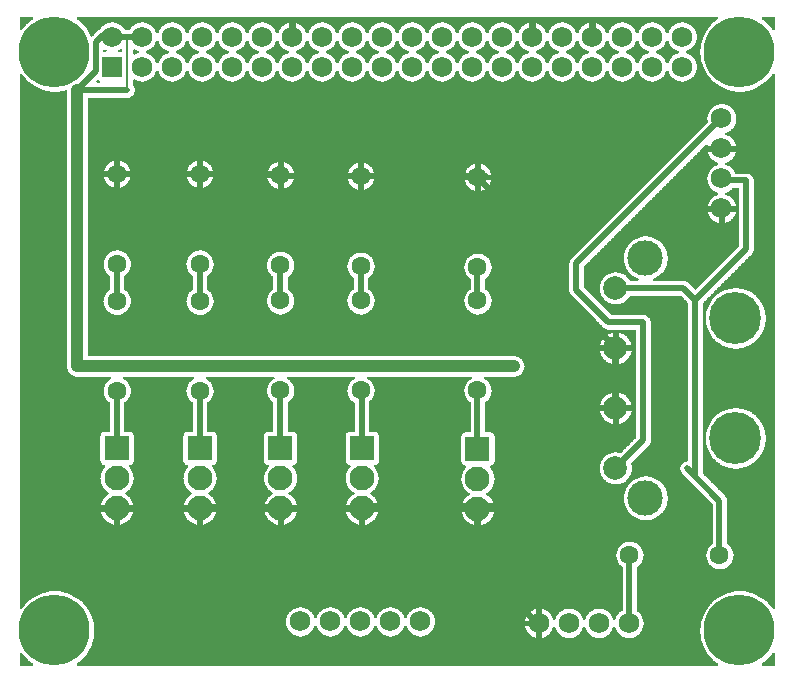
<source format=gtl>
%FSLAX33Y33*%
%MOMM*%
%AMRect-W1750000-H1750000-RO1.500*
21,1,1.75,1.75,0.,0.,90*%
%ADD10C,0.0508*%
%ADD11C,0.508*%
%ADD12C,1.016*%
%ADD13C,0.2032*%
%ADD14C,6.*%
%ADD15C,1.0668*%
%ADD16R,2.1X2.1*%
%ADD17C,2.1*%
%ADD18C,1.6*%
%ADD19C,1.75*%
%ADD20Rect-W1750000-H1750000-RO1.500*%
%ADD21C,1.6*%
%ADD22C,1.75*%
%ADD23C,4.4*%
%ADD24C,2.*%
%ADD25C,3.*%
%ADD26C,1.6*%
%ADD27C,1.75*%
D10*
%LNpour fill*%
G01*
X64405Y54427D02*
X64405Y54427D01*
X64405Y55405*
X63411Y55405*
X63382Y55318*
X63778Y55030*
X63778Y55030*
X64254Y54501*
X64254Y54501*
X64311Y54402*
X64405Y54427*
X64283Y54452D02*
X64405Y54452D01*
X64254Y54501D02*
X64405Y54501D01*
X64209Y54551D02*
X64405Y54551D01*
X64165Y54600D02*
X64405Y54600D01*
X64120Y54650D02*
X64405Y54650D01*
X64076Y54699D02*
X64405Y54699D01*
X64031Y54749D02*
X64405Y54749D01*
X63986Y54798D02*
X64405Y54798D01*
X63942Y54848D02*
X64405Y54848D01*
X63897Y54897D02*
X64405Y54897D01*
X63853Y54947D02*
X64405Y54947D01*
X63808Y54996D02*
X64405Y54996D01*
X63756Y55046D02*
X64405Y55046D01*
X63688Y55095D02*
X64405Y55095D01*
X63619Y55145D02*
X64405Y55145D01*
X63551Y55194D02*
X64405Y55194D01*
X63483Y55244D02*
X64405Y55244D01*
X63415Y55294D02*
X64405Y55294D01*
X63390Y55343D02*
X64405Y55343D01*
X63406Y55393D02*
X64405Y55393D01*
X59618Y0682D02*
X59618Y0682D01*
X59222Y0970*
X59222Y0970*
X58746Y1499*
X58746Y1499*
X58390Y2115*
X58390Y2115*
X58170Y2792*
X58170Y2792*
X58096Y3500*
X58096Y3500*
X58170Y4208*
X58170Y4208*
X58390Y4885*
X58390Y4885*
X58746Y5501*
X58746Y5501*
X59222Y6030*
X59222Y6030*
X59798Y6448*
X59798Y6448*
X60448Y6738*
X60448Y6738*
X61144Y6886*
X61144Y6886*
X61856Y6886*
X61856Y6886*
X62552Y6738*
X62552Y6738*
X63202Y6448*
X63202Y6448*
X63778Y6030*
X63778Y6030*
X64254Y5501*
X64254Y5501*
X64311Y5402*
X64405Y5427*
X64405Y50573*
X64311Y50598*
X64254Y50499*
X64254Y50499*
X63778Y49970*
X63778Y49970*
X63202Y49552*
X63202Y49552*
X62552Y49262*
X62552Y49262*
X61856Y49114*
X61856Y49114*
X61144Y49114*
X61144Y49114*
X60448Y49262*
X60448Y49262*
X59798Y49552*
X59798Y49552*
X59222Y49970*
X59222Y49970*
X58746Y50499*
X58746Y50499*
X58390Y51115*
X58390Y51115*
X58170Y51792*
X58170Y51792*
X58096Y52500*
X58096Y52500*
X58170Y53208*
X58170Y53208*
X58390Y53885*
X58390Y53885*
X58746Y54501*
X58746Y54501*
X59222Y55030*
X59222Y55030*
X59618Y55318*
X59589Y55405*
X5411Y55405*
X5382Y55318*
X5778Y55030*
X5778Y55030*
X6254Y54501*
X6254Y54501*
X6635Y53841*
X7134Y54341*
X7134Y54341*
X7234Y54422*
X7234Y54422*
X7301Y54458*
X7370Y54568*
X7370Y54568*
X7572Y54770*
X7572Y54770*
X7815Y54923*
X7815Y54923*
X8085Y55017*
X8085Y55017*
X8370Y55049*
X8370Y55049*
X8655Y55017*
X8655Y55017*
X8925Y54923*
X8925Y54923*
X9168Y54770*
X9168Y54770*
X9370Y54568*
X9370Y54568*
X9487Y54382*
X9597Y54416*
X9597Y54416*
X9725Y54428*
X9725Y54428*
X9822Y54428*
X9910Y54568*
X9910Y54568*
X10112Y54770*
X10112Y54770*
X10355Y54923*
X10355Y54923*
X10625Y55017*
X10625Y55017*
X10910Y55049*
X10910Y55049*
X11195Y55017*
X11195Y55017*
X11465Y54923*
X11465Y54923*
X11708Y54770*
X11708Y54770*
X11910Y54568*
X11910Y54568*
X12063Y54325*
X12063Y54325*
X12135Y54118*
X12225Y54118*
X12297Y54325*
X12297Y54325*
X12450Y54568*
X12450Y54568*
X12652Y54770*
X12652Y54770*
X12895Y54923*
X12895Y54923*
X13165Y55017*
X13165Y55017*
X13450Y55049*
X13450Y55049*
X13735Y55017*
X13735Y55017*
X14005Y54923*
X14005Y54923*
X14248Y54770*
X14248Y54770*
X14450Y54568*
X14450Y54568*
X14603Y54325*
X14603Y54325*
X14675Y54118*
X14765Y54118*
X14837Y54325*
X14837Y54325*
X14990Y54568*
X14990Y54568*
X15192Y54770*
X15192Y54770*
X15435Y54923*
X15435Y54923*
X15705Y55017*
X15705Y55017*
X15990Y55049*
X15990Y55049*
X16275Y55017*
X16275Y55017*
X16545Y54923*
X16545Y54923*
X16788Y54770*
X16788Y54770*
X16990Y54568*
X16990Y54568*
X17143Y54325*
X17143Y54325*
X17215Y54118*
X17305Y54118*
X17377Y54325*
X17377Y54325*
X17530Y54568*
X17530Y54568*
X17732Y54770*
X17732Y54770*
X17975Y54923*
X17975Y54923*
X18245Y55017*
X18245Y55017*
X18530Y55049*
X18530Y55049*
X18815Y55017*
X18815Y55017*
X19085Y54923*
X19085Y54923*
X19328Y54770*
X19328Y54770*
X19530Y54568*
X19530Y54568*
X19683Y54325*
X19683Y54325*
X19755Y54118*
X19845Y54118*
X19917Y54325*
X19917Y54325*
X20070Y54568*
X20070Y54568*
X20272Y54770*
X20272Y54770*
X20515Y54923*
X20515Y54923*
X20785Y55017*
X20785Y55017*
X21070Y55049*
X21070Y55049*
X21355Y55017*
X21355Y55017*
X21625Y54923*
X21625Y54923*
X21868Y54770*
X21868Y54770*
X22070Y54568*
X22070Y54568*
X22223Y54325*
X22223Y54325*
X22295Y54118*
X22385Y54118*
X22457Y54325*
X22457Y54325*
X22610Y54568*
X22610Y54568*
X22812Y54770*
X22812Y54770*
X23055Y54923*
X23055Y54923*
X23325Y55017*
X23325Y55017*
X23385Y55024*
X23385Y55024*
X23385Y53669*
X23835Y53669*
X23835Y55024*
X23835Y55024*
X23895Y55017*
X23895Y55017*
X24165Y54923*
X24165Y54923*
X24408Y54770*
X24408Y54770*
X24610Y54568*
X24610Y54568*
X24763Y54325*
X24763Y54325*
X24835Y54118*
X24925Y54118*
X24997Y54325*
X24997Y54325*
X25150Y54568*
X25150Y54568*
X25352Y54770*
X25352Y54770*
X25595Y54923*
X25595Y54923*
X25865Y55017*
X25865Y55017*
X26150Y55049*
X26150Y55049*
X26435Y55017*
X26435Y55017*
X26705Y54923*
X26705Y54923*
X26948Y54770*
X26948Y54770*
X27150Y54568*
X27150Y54568*
X27303Y54325*
X27303Y54325*
X27375Y54118*
X27465Y54118*
X27537Y54325*
X27537Y54325*
X27690Y54568*
X27690Y54568*
X27892Y54770*
X27892Y54770*
X28135Y54923*
X28135Y54923*
X28405Y55017*
X28405Y55017*
X28690Y55049*
X28690Y55049*
X28975Y55017*
X28975Y55017*
X29245Y54923*
X29245Y54923*
X29488Y54770*
X29488Y54770*
X29690Y54568*
X29690Y54568*
X29843Y54325*
X29843Y54325*
X29915Y54118*
X30005Y54118*
X30077Y54325*
X30077Y54325*
X30230Y54568*
X30230Y54568*
X30432Y54770*
X30432Y54770*
X30675Y54923*
X30675Y54923*
X30945Y55017*
X30945Y55017*
X31230Y55049*
X31230Y55049*
X31515Y55017*
X31515Y55017*
X31785Y54923*
X31785Y54923*
X32028Y54770*
X32028Y54770*
X32230Y54568*
X32230Y54568*
X32383Y54325*
X32383Y54325*
X32455Y54118*
X32545Y54118*
X32617Y54325*
X32617Y54325*
X32770Y54568*
X32770Y54568*
X32972Y54770*
X32972Y54770*
X33215Y54923*
X33215Y54923*
X33485Y55017*
X33485Y55017*
X33770Y55049*
X33770Y55049*
X34055Y55017*
X34055Y55017*
X34325Y54923*
X34325Y54923*
X34568Y54770*
X34568Y54770*
X34770Y54568*
X34770Y54568*
X34923Y54325*
X34923Y54325*
X34995Y54118*
X35085Y54118*
X35157Y54325*
X35157Y54325*
X35310Y54568*
X35310Y54568*
X35512Y54770*
X35512Y54770*
X35755Y54923*
X35755Y54923*
X36025Y55017*
X36025Y55017*
X36310Y55049*
X36310Y55049*
X36595Y55017*
X36595Y55017*
X36865Y54923*
X36865Y54923*
X37108Y54770*
X37108Y54770*
X37310Y54568*
X37310Y54568*
X37463Y54325*
X37463Y54325*
X37535Y54118*
X37625Y54118*
X37697Y54325*
X37697Y54325*
X37850Y54568*
X37850Y54568*
X38052Y54770*
X38052Y54770*
X38295Y54923*
X38295Y54923*
X38565Y55017*
X38565Y55017*
X38850Y55049*
X38850Y55049*
X39135Y55017*
X39135Y55017*
X39405Y54923*
X39405Y54923*
X39648Y54770*
X39648Y54770*
X39850Y54568*
X39850Y54568*
X40003Y54325*
X40003Y54325*
X40075Y54118*
X40165Y54118*
X40237Y54325*
X40237Y54325*
X40390Y54568*
X40390Y54568*
X40592Y54770*
X40592Y54770*
X40835Y54923*
X40835Y54923*
X41105Y55017*
X41105Y55017*
X41390Y55049*
X41390Y55049*
X41675Y55017*
X41675Y55017*
X41945Y54923*
X41945Y54923*
X42188Y54770*
X42188Y54770*
X42390Y54568*
X42390Y54568*
X42543Y54325*
X42543Y54325*
X42615Y54118*
X42705Y54118*
X42777Y54325*
X42777Y54325*
X42930Y54568*
X42930Y54568*
X43132Y54770*
X43132Y54770*
X43375Y54923*
X43375Y54923*
X43645Y55017*
X43645Y55017*
X43705Y55024*
X43705Y55024*
X43705Y53669*
X44155Y53669*
X44155Y55024*
X44155Y55024*
X44215Y55017*
X44215Y55017*
X44485Y54923*
X44485Y54923*
X44728Y54770*
X44728Y54770*
X44930Y54568*
X44930Y54568*
X45083Y54325*
X45083Y54325*
X45155Y54118*
X45245Y54118*
X45317Y54325*
X45317Y54325*
X45470Y54568*
X45470Y54568*
X45672Y54770*
X45672Y54770*
X45915Y54923*
X45915Y54923*
X46185Y55017*
X46185Y55017*
X46470Y55049*
X46470Y55049*
X46755Y55017*
X46755Y55017*
X47025Y54923*
X47025Y54923*
X47268Y54770*
X47268Y54770*
X47470Y54568*
X47470Y54568*
X47623Y54325*
X47623Y54325*
X47695Y54118*
X47785Y54118*
X47857Y54325*
X47857Y54325*
X48010Y54568*
X48010Y54568*
X48212Y54770*
X48212Y54770*
X48455Y54923*
X48455Y54923*
X48725Y55017*
X48725Y55017*
X48785Y55024*
X48785Y55024*
X48785Y53669*
X49235Y53669*
X49235Y55024*
X49235Y55024*
X49295Y55017*
X49295Y55017*
X49565Y54923*
X49565Y54923*
X49808Y54770*
X49808Y54770*
X50010Y54568*
X50010Y54568*
X50163Y54325*
X50163Y54325*
X50235Y54118*
X50325Y54118*
X50397Y54325*
X50397Y54325*
X50550Y54568*
X50550Y54568*
X50752Y54770*
X50752Y54770*
X50995Y54923*
X50995Y54923*
X51265Y55017*
X51265Y55017*
X51550Y55049*
X51550Y55049*
X51835Y55017*
X51835Y55017*
X52105Y54923*
X52105Y54923*
X52348Y54770*
X52348Y54770*
X52550Y54568*
X52550Y54568*
X52703Y54325*
X52703Y54325*
X52775Y54118*
X52865Y54118*
X52937Y54325*
X52937Y54325*
X53090Y54568*
X53090Y54568*
X53292Y54770*
X53292Y54770*
X53535Y54923*
X53535Y54923*
X53805Y55017*
X53805Y55017*
X54090Y55049*
X54090Y55049*
X54375Y55017*
X54375Y55017*
X54645Y54923*
X54645Y54923*
X54888Y54770*
X54888Y54770*
X55090Y54568*
X55090Y54568*
X55243Y54325*
X55243Y54325*
X55315Y54118*
X55405Y54118*
X55477Y54325*
X55477Y54325*
X55630Y54568*
X55630Y54568*
X55832Y54770*
X55832Y54770*
X56075Y54923*
X56075Y54923*
X56345Y55017*
X56345Y55017*
X56630Y55049*
X56630Y55049*
X56915Y55017*
X56915Y55017*
X57185Y54923*
X57185Y54923*
X57428Y54770*
X57428Y54770*
X57630Y54568*
X57630Y54568*
X57783Y54325*
X57783Y54325*
X57877Y54055*
X57877Y54055*
X57909Y53770*
X57909Y53770*
X57877Y53485*
X57877Y53485*
X57783Y53215*
X57783Y53215*
X57630Y52972*
X57630Y52972*
X57428Y52770*
X57428Y52770*
X57185Y52617*
X57185Y52617*
X56978Y52545*
X56978Y52455*
X57185Y52383*
X57185Y52383*
X57428Y52230*
X57428Y52230*
X57630Y52028*
X57630Y52028*
X57783Y51785*
X57783Y51785*
X57877Y51515*
X57877Y51515*
X57909Y51230*
X57909Y51230*
X57877Y50945*
X57877Y50945*
X57783Y50675*
X57783Y50675*
X57630Y50432*
X57630Y50432*
X57428Y50230*
X57428Y50230*
X57185Y50077*
X57185Y50077*
X56915Y49983*
X56915Y49983*
X56630Y49951*
X56630Y49951*
X56345Y49983*
X56345Y49983*
X56075Y50077*
X56075Y50077*
X55832Y50230*
X55832Y50230*
X55630Y50432*
X55630Y50432*
X55477Y50675*
X55477Y50675*
X55405Y50882*
X55315Y50882*
X55243Y50675*
X55243Y50675*
X55090Y50432*
X55090Y50432*
X54888Y50230*
X54888Y50230*
X54645Y50077*
X54645Y50077*
X54375Y49983*
X54375Y49983*
X54090Y49951*
X54090Y49951*
X53805Y49983*
X53805Y49983*
X53535Y50077*
X53535Y50077*
X53292Y50230*
X53292Y50230*
X53090Y50432*
X53090Y50432*
X52937Y50675*
X52937Y50675*
X52865Y50882*
X52775Y50882*
X52703Y50675*
X52703Y50675*
X52550Y50432*
X52550Y50432*
X52348Y50230*
X52348Y50230*
X52105Y50077*
X52105Y50077*
X51835Y49983*
X51835Y49983*
X51550Y49951*
X51550Y49951*
X51265Y49983*
X51265Y49983*
X50995Y50077*
X50995Y50077*
X50752Y50230*
X50752Y50230*
X50550Y50432*
X50550Y50432*
X50397Y50675*
X50397Y50675*
X50325Y50882*
X50235Y50882*
X50163Y50675*
X50163Y50675*
X50010Y50432*
X50010Y50432*
X49808Y50230*
X49808Y50230*
X49565Y50077*
X49565Y50077*
X49295Y49983*
X49295Y49983*
X49010Y49951*
X49010Y49951*
X48725Y49983*
X48725Y49983*
X48455Y50077*
X48455Y50077*
X48212Y50230*
X48212Y50230*
X48010Y50432*
X48010Y50432*
X47857Y50675*
X47857Y50675*
X47785Y50882*
X47695Y50882*
X47623Y50675*
X47623Y50675*
X47470Y50432*
X47470Y50432*
X47268Y50230*
X47268Y50230*
X47025Y50077*
X47025Y50077*
X46755Y49983*
X46755Y49983*
X46470Y49951*
X46470Y49951*
X46185Y49983*
X46185Y49983*
X45915Y50077*
X45915Y50077*
X45672Y50230*
X45672Y50230*
X45470Y50432*
X45470Y50432*
X45317Y50675*
X45317Y50675*
X45245Y50882*
X45155Y50882*
X45083Y50675*
X45083Y50675*
X44930Y50432*
X44930Y50432*
X44728Y50230*
X44728Y50230*
X44485Y50077*
X44485Y50077*
X44215Y49983*
X44215Y49983*
X43930Y49951*
X43930Y49951*
X43645Y49983*
X43645Y49983*
X43375Y50077*
X43375Y50077*
X43132Y50230*
X43132Y50230*
X42930Y50432*
X42930Y50432*
X42777Y50675*
X42777Y50675*
X42705Y50882*
X42615Y50882*
X42543Y50675*
X42543Y50675*
X42390Y50432*
X42390Y50432*
X42188Y50230*
X42188Y50230*
X41945Y50077*
X41945Y50077*
X41675Y49983*
X41675Y49983*
X41390Y49951*
X41390Y49951*
X41105Y49983*
X41105Y49983*
X40835Y50077*
X40835Y50077*
X40592Y50230*
X40592Y50230*
X40390Y50432*
X40390Y50432*
X40237Y50675*
X40237Y50675*
X40165Y50882*
X40075Y50882*
X40003Y50675*
X40003Y50675*
X39850Y50432*
X39850Y50432*
X39648Y50230*
X39648Y50230*
X39405Y50077*
X39405Y50077*
X39135Y49983*
X39135Y49983*
X38850Y49951*
X38850Y49951*
X38565Y49983*
X38565Y49983*
X38295Y50077*
X38295Y50077*
X38052Y50230*
X38052Y50230*
X37850Y50432*
X37850Y50432*
X37697Y50675*
X37697Y50675*
X37625Y50882*
X37535Y50882*
X37463Y50675*
X37463Y50675*
X37310Y50432*
X37310Y50432*
X37108Y50230*
X37108Y50230*
X36865Y50077*
X36865Y50077*
X36595Y49983*
X36595Y49983*
X36310Y49951*
X36310Y49951*
X36025Y49983*
X36025Y49983*
X35755Y50077*
X35755Y50077*
X35512Y50230*
X35512Y50230*
X35310Y50432*
X35310Y50432*
X35157Y50675*
X35157Y50675*
X35085Y50882*
X34995Y50882*
X34923Y50675*
X34923Y50675*
X34770Y50432*
X34770Y50432*
X34568Y50230*
X34568Y50230*
X34325Y50077*
X34325Y50077*
X34055Y49983*
X34055Y49983*
X33770Y49951*
X33770Y49951*
X33485Y49983*
X33485Y49983*
X33215Y50077*
X33215Y50077*
X32972Y50230*
X32972Y50230*
X32770Y50432*
X32770Y50432*
X32617Y50675*
X32617Y50675*
X32545Y50882*
X32455Y50882*
X32383Y50675*
X32383Y50675*
X32230Y50432*
X32230Y50432*
X32028Y50230*
X32028Y50230*
X31785Y50077*
X31785Y50077*
X31515Y49983*
X31515Y49983*
X31230Y49951*
X31230Y49951*
X30945Y49983*
X30945Y49983*
X30675Y50077*
X30675Y50077*
X30432Y50230*
X30432Y50230*
X30230Y50432*
X30230Y50432*
X30077Y50675*
X30077Y50675*
X30005Y50882*
X29915Y50882*
X29843Y50675*
X29843Y50675*
X29690Y50432*
X29690Y50432*
X29488Y50230*
X29488Y50230*
X29245Y50077*
X29245Y50077*
X28975Y49983*
X28975Y49983*
X28690Y49951*
X28690Y49951*
X28405Y49983*
X28405Y49983*
X28135Y50077*
X28135Y50077*
X27892Y50230*
X27892Y50230*
X27690Y50432*
X27690Y50432*
X27537Y50675*
X27537Y50675*
X27465Y50882*
X27375Y50882*
X27303Y50675*
X27303Y50675*
X27150Y50432*
X27150Y50432*
X26948Y50230*
X26948Y50230*
X26705Y50077*
X26705Y50077*
X26435Y49983*
X26435Y49983*
X26150Y49951*
X26150Y49951*
X25865Y49983*
X25865Y49983*
X25595Y50077*
X25595Y50077*
X25352Y50230*
X25352Y50230*
X25150Y50432*
X25150Y50432*
X24997Y50675*
X24997Y50675*
X24925Y50882*
X24835Y50882*
X24763Y50675*
X24763Y50675*
X24610Y50432*
X24610Y50432*
X24408Y50230*
X24408Y50230*
X24165Y50077*
X24165Y50077*
X23895Y49983*
X23895Y49983*
X23610Y49951*
X23610Y49951*
X23325Y49983*
X23325Y49983*
X23055Y50077*
X23055Y50077*
X22812Y50230*
X22812Y50230*
X22610Y50432*
X22610Y50432*
X22457Y50675*
X22457Y50675*
X22385Y50882*
X22295Y50882*
X22223Y50675*
X22223Y50675*
X22070Y50432*
X22070Y50432*
X21868Y50230*
X21868Y50230*
X21625Y50077*
X21625Y50077*
X21355Y49983*
X21355Y49983*
X21070Y49951*
X21070Y49951*
X20785Y49983*
X20785Y49983*
X20515Y50077*
X20515Y50077*
X20272Y50230*
X20272Y50230*
X20070Y50432*
X20070Y50432*
X19917Y50675*
X19917Y50675*
X19845Y50882*
X19755Y50882*
X19683Y50675*
X19683Y50675*
X19530Y50432*
X19530Y50432*
X19328Y50230*
X19328Y50230*
X19085Y50077*
X19085Y50077*
X18815Y49983*
X18815Y49983*
X18530Y49951*
X18530Y49951*
X18245Y49983*
X18245Y49983*
X17975Y50077*
X17975Y50077*
X17732Y50230*
X17732Y50230*
X17530Y50432*
X17530Y50432*
X17377Y50675*
X17377Y50675*
X17305Y50882*
X17215Y50882*
X17143Y50675*
X17143Y50675*
X16990Y50432*
X16990Y50432*
X16788Y50230*
X16788Y50230*
X16545Y50077*
X16545Y50077*
X16275Y49983*
X16275Y49983*
X15990Y49951*
X15990Y49951*
X15705Y49983*
X15705Y49983*
X15435Y50077*
X15435Y50077*
X15192Y50230*
X15192Y50230*
X14990Y50432*
X14990Y50432*
X14837Y50675*
X14837Y50675*
X14765Y50882*
X14675Y50882*
X14603Y50675*
X14603Y50675*
X14450Y50432*
X14450Y50432*
X14248Y50230*
X14248Y50230*
X14005Y50077*
X14005Y50077*
X13735Y49983*
X13735Y49983*
X13450Y49951*
X13450Y49951*
X13165Y49983*
X13165Y49983*
X12895Y50077*
X12895Y50077*
X12652Y50230*
X12652Y50230*
X12450Y50432*
X12450Y50432*
X12297Y50675*
X12297Y50675*
X12225Y50882*
X12135Y50882*
X12063Y50675*
X12063Y50675*
X11910Y50432*
X11910Y50432*
X11708Y50230*
X11708Y50230*
X11465Y50077*
X11465Y50077*
X11195Y49983*
X11195Y49983*
X10910Y49951*
X10910Y49951*
X10625Y49983*
X10625Y49983*
X10355Y50077*
X10355Y50077*
X10246Y50145*
X10181Y50109*
X10181Y49666*
X10222Y49616*
X10222Y49616*
X10283Y49502*
X10283Y49502*
X10321Y49378*
X10321Y49378*
X10333Y49250*
X10333Y49250*
X10321Y49122*
X10321Y49122*
X10283Y48998*
X10283Y48998*
X10222Y48884*
X10222Y48884*
X10141Y48784*
X10141Y48784*
X10041Y48703*
X10041Y48703*
X9927Y48642*
X9927Y48642*
X9803Y48604*
X9803Y48604*
X9675Y48592*
X9675Y48592*
X6312Y48592*
X6312Y26787*
X42192Y26787*
X42267Y26806*
X42267Y26806*
X42493Y26806*
X42493Y26806*
X42713Y26752*
X42713Y26752*
X42913Y26647*
X42913Y26647*
X43082Y26497*
X43082Y26497*
X43210Y26311*
X43210Y26311*
X43291Y26099*
X43291Y26099*
X43318Y25875*
X43318Y25875*
X43291Y25651*
X43291Y25651*
X43210Y25439*
X43210Y25439*
X43082Y25253*
X43082Y25253*
X42913Y25103*
X42913Y25103*
X42713Y24998*
X42713Y24998*
X42493Y24944*
X42493Y24944*
X42267Y24944*
X42267Y24944*
X42192Y24963*
X39920Y24963*
X39894Y24871*
X40076Y24757*
X40076Y24757*
X40267Y24566*
X40267Y24566*
X40410Y24338*
X40410Y24338*
X40499Y24083*
X40499Y24083*
X40529Y23815*
X40529Y23815*
X40499Y23547*
X40499Y23547*
X40410Y23292*
X40410Y23292*
X40267Y23064*
X40267Y23064*
X40076Y22873*
X40076Y22873*
X39983Y22815*
X39983Y20344*
X40375Y20344*
X40375Y20344*
X40438Y20339*
X40438Y20339*
X40500Y20325*
X40500Y20325*
X40559Y20300*
X40559Y20300*
X40613Y20267*
X40613Y20267*
X40661Y20226*
X40661Y20226*
X40702Y20178*
X40702Y20178*
X40735Y20124*
X40735Y20124*
X40760Y20065*
X40760Y20065*
X40774Y20003*
X40774Y20003*
X40779Y19940*
X40779Y19940*
X40779Y17840*
X40779Y17840*
X40774Y17777*
X40774Y17777*
X40760Y17715*
X40760Y17715*
X40735Y17656*
X40735Y17656*
X40702Y17602*
X40702Y17602*
X40661Y17554*
X40661Y17554*
X40613Y17513*
X40613Y17513*
X40559Y17480*
X40559Y17480*
X40500Y17455*
X40500Y17455*
X40438Y17441*
X40438Y17441*
X40387Y17436*
X40358Y17360*
X40462Y17257*
X40462Y17257*
X40635Y16981*
X40635Y16981*
X40743Y16674*
X40743Y16674*
X40779Y16350*
X40779Y16350*
X40743Y16026*
X40743Y16026*
X40635Y15719*
X40635Y15719*
X40462Y15443*
X40462Y15443*
X40232Y15213*
X40232Y15213*
X40020Y15080*
X40232Y14947*
X40232Y14947*
X40462Y14717*
X40462Y14717*
X40635Y14441*
X40635Y14441*
X40743Y14134*
X40743Y14134*
X40754Y14035*
X40754Y14035*
X37896Y14035*
X37896Y14035*
X37907Y14134*
X37907Y14134*
X38015Y14441*
X38015Y14441*
X38188Y14717*
X38188Y14717*
X38418Y14947*
X38418Y14947*
X38630Y15080*
X38418Y15213*
X38418Y15213*
X38188Y15443*
X38188Y15443*
X38015Y15719*
X38015Y15719*
X37907Y16026*
X37907Y16026*
X37871Y16350*
X37871Y16350*
X37907Y16674*
X37907Y16674*
X38015Y16981*
X38015Y16981*
X38188Y17257*
X38188Y17257*
X38292Y17360*
X38263Y17436*
X38212Y17441*
X38212Y17441*
X38150Y17455*
X38150Y17455*
X38091Y17480*
X38091Y17480*
X38037Y17513*
X38037Y17513*
X37989Y17554*
X37989Y17554*
X37948Y17602*
X37948Y17602*
X37915Y17656*
X37915Y17656*
X37890Y17715*
X37890Y17715*
X37876Y17777*
X37876Y17777*
X37871Y17840*
X37871Y17840*
X37871Y19940*
X37871Y19940*
X37876Y20003*
X37876Y20003*
X37890Y20065*
X37890Y20065*
X37915Y20124*
X37915Y20124*
X37948Y20178*
X37948Y20178*
X37989Y20226*
X37989Y20226*
X38037Y20267*
X38037Y20267*
X38091Y20300*
X38091Y20300*
X38150Y20325*
X38150Y20325*
X38212Y20339*
X38212Y20339*
X38275Y20344*
X38275Y20344*
X38667Y20344*
X38667Y22815*
X38574Y22873*
X38574Y22873*
X38383Y23064*
X38383Y23064*
X38240Y23292*
X38240Y23292*
X38151Y23547*
X38151Y23547*
X38121Y23815*
X38121Y23815*
X38151Y24083*
X38151Y24083*
X38240Y24338*
X38240Y24338*
X38383Y24566*
X38383Y24566*
X38574Y24757*
X38574Y24757*
X38756Y24871*
X38730Y24963*
X30020Y24963*
X29994Y24871*
X30176Y24757*
X30176Y24757*
X30367Y24566*
X30367Y24566*
X30510Y24338*
X30510Y24338*
X30599Y24083*
X30599Y24083*
X30629Y23815*
X30629Y23815*
X30599Y23547*
X30599Y23547*
X30510Y23292*
X30510Y23292*
X30367Y23064*
X30367Y23064*
X30183Y22881*
X30183Y20394*
X30575Y20394*
X30575Y20394*
X30638Y20389*
X30638Y20389*
X30700Y20375*
X30700Y20375*
X30759Y20350*
X30759Y20350*
X30813Y20317*
X30813Y20317*
X30861Y20276*
X30861Y20276*
X30902Y20228*
X30902Y20228*
X30935Y20174*
X30935Y20174*
X30960Y20115*
X30960Y20115*
X30974Y20053*
X30974Y20053*
X30979Y19990*
X30979Y19990*
X30979Y17890*
X30979Y17890*
X30974Y17827*
X30974Y17827*
X30960Y17765*
X30960Y17765*
X30935Y17706*
X30935Y17706*
X30902Y17652*
X30902Y17652*
X30861Y17604*
X30861Y17604*
X30813Y17563*
X30813Y17563*
X30759Y17530*
X30759Y17530*
X30700Y17505*
X30700Y17505*
X30638Y17491*
X30638Y17491*
X30587Y17486*
X30558Y17410*
X30662Y17307*
X30662Y17307*
X30835Y17031*
X30835Y17031*
X30943Y16724*
X30943Y16724*
X30979Y16400*
X30979Y16400*
X30943Y16076*
X30943Y16076*
X30835Y15769*
X30835Y15769*
X30662Y15493*
X30662Y15493*
X30432Y15263*
X30432Y15263*
X30220Y15130*
X30432Y14997*
X30432Y14997*
X30662Y14767*
X30662Y14767*
X30835Y14491*
X30835Y14491*
X30943Y14184*
X30943Y14184*
X30954Y14085*
X30954Y14085*
X28096Y14085*
X28096Y14085*
X28107Y14184*
X28107Y14184*
X28215Y14491*
X28215Y14491*
X28388Y14767*
X28388Y14767*
X28618Y14997*
X28618Y14997*
X28830Y15130*
X28618Y15263*
X28618Y15263*
X28388Y15493*
X28388Y15493*
X28215Y15769*
X28215Y15769*
X28107Y16076*
X28107Y16076*
X28071Y16400*
X28071Y16400*
X28107Y16724*
X28107Y16724*
X28215Y17031*
X28215Y17031*
X28388Y17307*
X28388Y17307*
X28492Y17410*
X28463Y17486*
X28412Y17491*
X28412Y17491*
X28350Y17505*
X28350Y17505*
X28291Y17530*
X28291Y17530*
X28237Y17563*
X28237Y17563*
X28189Y17604*
X28189Y17604*
X28148Y17652*
X28148Y17652*
X28115Y17706*
X28115Y17706*
X28090Y17765*
X28090Y17765*
X28076Y17827*
X28076Y17827*
X28071Y17890*
X28071Y17890*
X28071Y19990*
X28071Y19990*
X28076Y20053*
X28076Y20053*
X28090Y20115*
X28090Y20115*
X28115Y20174*
X28115Y20174*
X28148Y20228*
X28148Y20228*
X28189Y20276*
X28189Y20276*
X28237Y20317*
X28237Y20317*
X28291Y20350*
X28291Y20350*
X28350Y20375*
X28350Y20375*
X28412Y20389*
X28412Y20389*
X28475Y20394*
X28475Y20394*
X28867Y20394*
X28867Y22752*
X28674Y22873*
X28674Y22873*
X28483Y23064*
X28483Y23064*
X28340Y23292*
X28340Y23292*
X28251Y23547*
X28251Y23547*
X28221Y23815*
X28221Y23815*
X28251Y24083*
X28251Y24083*
X28340Y24338*
X28340Y24338*
X28483Y24566*
X28483Y24566*
X28674Y24757*
X28674Y24757*
X28856Y24871*
X28830Y24963*
X23220Y24963*
X23194Y24871*
X23376Y24757*
X23376Y24757*
X23567Y24566*
X23567Y24566*
X23710Y24338*
X23710Y24338*
X23799Y24083*
X23799Y24083*
X23829Y23815*
X23829Y23815*
X23799Y23547*
X23799Y23547*
X23710Y23292*
X23710Y23292*
X23567Y23064*
X23567Y23064*
X23376Y22873*
X23376Y22873*
X23283Y22815*
X23283Y20394*
X23675Y20394*
X23675Y20394*
X23738Y20389*
X23738Y20389*
X23800Y20375*
X23800Y20375*
X23859Y20350*
X23859Y20350*
X23913Y20317*
X23913Y20317*
X23961Y20276*
X23961Y20276*
X24002Y20228*
X24002Y20228*
X24035Y20174*
X24035Y20174*
X24060Y20115*
X24060Y20115*
X24074Y20053*
X24074Y20053*
X24079Y19990*
X24079Y19990*
X24079Y17890*
X24079Y17890*
X24074Y17827*
X24074Y17827*
X24060Y17765*
X24060Y17765*
X24035Y17706*
X24035Y17706*
X24002Y17652*
X24002Y17652*
X23961Y17604*
X23961Y17604*
X23913Y17563*
X23913Y17563*
X23859Y17530*
X23859Y17530*
X23800Y17505*
X23800Y17505*
X23738Y17491*
X23738Y17491*
X23687Y17486*
X23658Y17410*
X23762Y17307*
X23762Y17307*
X23935Y17031*
X23935Y17031*
X24043Y16724*
X24043Y16724*
X24079Y16400*
X24079Y16400*
X24043Y16076*
X24043Y16076*
X23935Y15769*
X23935Y15769*
X23762Y15493*
X23762Y15493*
X23532Y15263*
X23532Y15263*
X23320Y15130*
X23532Y14997*
X23532Y14997*
X23762Y14767*
X23762Y14767*
X23935Y14491*
X23935Y14491*
X24043Y14184*
X24043Y14184*
X24054Y14085*
X24054Y14085*
X21196Y14085*
X21196Y14085*
X21207Y14184*
X21207Y14184*
X21315Y14491*
X21315Y14491*
X21488Y14767*
X21488Y14767*
X21718Y14997*
X21718Y14997*
X21930Y15130*
X21718Y15263*
X21718Y15263*
X21488Y15493*
X21488Y15493*
X21315Y15769*
X21315Y15769*
X21207Y16076*
X21207Y16076*
X21171Y16400*
X21171Y16400*
X21207Y16724*
X21207Y16724*
X21315Y17031*
X21315Y17031*
X21488Y17307*
X21488Y17307*
X21592Y17410*
X21563Y17486*
X21512Y17491*
X21512Y17491*
X21450Y17505*
X21450Y17505*
X21391Y17530*
X21391Y17530*
X21337Y17563*
X21337Y17563*
X21289Y17604*
X21289Y17604*
X21248Y17652*
X21248Y17652*
X21215Y17706*
X21215Y17706*
X21190Y17765*
X21190Y17765*
X21176Y17827*
X21176Y17827*
X21171Y17890*
X21171Y17890*
X21171Y19990*
X21171Y19990*
X21176Y20053*
X21176Y20053*
X21190Y20115*
X21190Y20115*
X21215Y20174*
X21215Y20174*
X21248Y20228*
X21248Y20228*
X21289Y20276*
X21289Y20276*
X21337Y20317*
X21337Y20317*
X21391Y20350*
X21391Y20350*
X21450Y20375*
X21450Y20375*
X21512Y20389*
X21512Y20389*
X21575Y20394*
X21575Y20394*
X21967Y20394*
X21967Y22815*
X21874Y22873*
X21874Y22873*
X21683Y23064*
X21683Y23064*
X21540Y23292*
X21540Y23292*
X21451Y23547*
X21451Y23547*
X21421Y23815*
X21421Y23815*
X21451Y24083*
X21451Y24083*
X21540Y24338*
X21540Y24338*
X21683Y24566*
X21683Y24566*
X21874Y24757*
X21874Y24757*
X22056Y24871*
X22030Y24963*
X16355Y24963*
X16329Y24871*
X16551Y24732*
X16551Y24732*
X16742Y24541*
X16742Y24541*
X16885Y24313*
X16885Y24313*
X16974Y24058*
X16974Y24058*
X17004Y23790*
X17004Y23790*
X16974Y23522*
X16974Y23522*
X16885Y23267*
X16885Y23267*
X16742Y23039*
X16742Y23039*
X16551Y22848*
X16551Y22848*
X16458Y22790*
X16458Y20394*
X16850Y20394*
X16850Y20394*
X16913Y20389*
X16913Y20389*
X16975Y20375*
X16975Y20375*
X17034Y20350*
X17034Y20350*
X17088Y20317*
X17088Y20317*
X17136Y20276*
X17136Y20276*
X17177Y20228*
X17177Y20228*
X17210Y20174*
X17210Y20174*
X17235Y20115*
X17235Y20115*
X17249Y20053*
X17249Y20053*
X17254Y19990*
X17254Y19990*
X17254Y17890*
X17254Y17890*
X17249Y17827*
X17249Y17827*
X17235Y17765*
X17235Y17765*
X17210Y17706*
X17210Y17706*
X17177Y17652*
X17177Y17652*
X17136Y17604*
X17136Y17604*
X17088Y17563*
X17088Y17563*
X17034Y17530*
X17034Y17530*
X16975Y17505*
X16975Y17505*
X16913Y17491*
X16913Y17491*
X16862Y17486*
X16833Y17410*
X16937Y17307*
X16937Y17307*
X17110Y17031*
X17110Y17031*
X17218Y16724*
X17218Y16724*
X17254Y16400*
X17254Y16400*
X17218Y16076*
X17218Y16076*
X17110Y15769*
X17110Y15769*
X16937Y15493*
X16937Y15493*
X16707Y15263*
X16707Y15263*
X16495Y15130*
X16707Y14997*
X16707Y14997*
X16937Y14767*
X16937Y14767*
X17110Y14491*
X17110Y14491*
X17218Y14184*
X17218Y14184*
X17229Y14085*
X17229Y14085*
X14371Y14085*
X14371Y14085*
X14382Y14184*
X14382Y14184*
X14490Y14491*
X14490Y14491*
X14663Y14767*
X14663Y14767*
X14893Y14997*
X14893Y14997*
X15105Y15130*
X14893Y15263*
X14893Y15263*
X14663Y15493*
X14663Y15493*
X14490Y15769*
X14490Y15769*
X14382Y16076*
X14382Y16076*
X14346Y16400*
X14346Y16400*
X14382Y16724*
X14382Y16724*
X14490Y17031*
X14490Y17031*
X14663Y17307*
X14663Y17307*
X14767Y17410*
X14738Y17486*
X14687Y17491*
X14687Y17491*
X14625Y17505*
X14625Y17505*
X14566Y17530*
X14566Y17530*
X14512Y17563*
X14512Y17563*
X14464Y17604*
X14464Y17604*
X14423Y17652*
X14423Y17652*
X14390Y17706*
X14390Y17706*
X14365Y17765*
X14365Y17765*
X14351Y17827*
X14351Y17827*
X14346Y17890*
X14346Y17890*
X14346Y19990*
X14346Y19990*
X14351Y20053*
X14351Y20053*
X14365Y20115*
X14365Y20115*
X14390Y20174*
X14390Y20174*
X14423Y20228*
X14423Y20228*
X14464Y20276*
X14464Y20276*
X14512Y20317*
X14512Y20317*
X14566Y20350*
X14566Y20350*
X14625Y20375*
X14625Y20375*
X14687Y20389*
X14687Y20389*
X14750Y20394*
X14750Y20394*
X15142Y20394*
X15142Y22790*
X15049Y22848*
X15049Y22848*
X14858Y23039*
X14858Y23039*
X14715Y23267*
X14715Y23267*
X14626Y23522*
X14626Y23522*
X14596Y23790*
X14596Y23790*
X14626Y24058*
X14626Y24058*
X14715Y24313*
X14715Y24313*
X14858Y24541*
X14858Y24541*
X15049Y24732*
X15049Y24732*
X15271Y24871*
X15245Y24963*
X9330Y24963*
X9304Y24871*
X9526Y24732*
X9526Y24732*
X9717Y24541*
X9717Y24541*
X9860Y24313*
X9860Y24313*
X9949Y24058*
X9949Y24058*
X9979Y23790*
X9979Y23790*
X9949Y23522*
X9949Y23522*
X9860Y23267*
X9860Y23267*
X9717Y23039*
X9717Y23039*
X9526Y22848*
X9526Y22848*
X9433Y22790*
X9433Y20394*
X9825Y20394*
X9825Y20394*
X9888Y20389*
X9888Y20389*
X9950Y20375*
X9950Y20375*
X10009Y20350*
X10009Y20350*
X10063Y20317*
X10063Y20317*
X10111Y20276*
X10111Y20276*
X10152Y20228*
X10152Y20228*
X10185Y20174*
X10185Y20174*
X10210Y20115*
X10210Y20115*
X10224Y20053*
X10224Y20053*
X10229Y19990*
X10229Y19990*
X10229Y17890*
X10229Y17890*
X10224Y17827*
X10224Y17827*
X10210Y17765*
X10210Y17765*
X10185Y17706*
X10185Y17706*
X10152Y17652*
X10152Y17652*
X10111Y17604*
X10111Y17604*
X10063Y17563*
X10063Y17563*
X10009Y17530*
X10009Y17530*
X9950Y17505*
X9950Y17505*
X9888Y17491*
X9888Y17491*
X9837Y17486*
X9808Y17410*
X9912Y17307*
X9912Y17307*
X10085Y17031*
X10085Y17031*
X10193Y16724*
X10193Y16724*
X10229Y16400*
X10229Y16400*
X10193Y16076*
X10193Y16076*
X10085Y15769*
X10085Y15769*
X9912Y15493*
X9912Y15493*
X9682Y15263*
X9682Y15263*
X9470Y15130*
X9682Y14997*
X9682Y14997*
X9912Y14767*
X9912Y14767*
X10085Y14491*
X10085Y14491*
X10193Y14184*
X10193Y14184*
X10204Y14085*
X10204Y14085*
X7346Y14085*
X7346Y14085*
X7357Y14184*
X7357Y14184*
X7465Y14491*
X7465Y14491*
X7638Y14767*
X7638Y14767*
X7868Y14997*
X7868Y14997*
X8080Y15130*
X7868Y15263*
X7868Y15263*
X7638Y15493*
X7638Y15493*
X7465Y15769*
X7465Y15769*
X7357Y16076*
X7357Y16076*
X7321Y16400*
X7321Y16400*
X7357Y16724*
X7357Y16724*
X7465Y17031*
X7465Y17031*
X7638Y17307*
X7638Y17307*
X7742Y17410*
X7713Y17486*
X7662Y17491*
X7662Y17491*
X7600Y17505*
X7600Y17505*
X7541Y17530*
X7541Y17530*
X7487Y17563*
X7487Y17563*
X7439Y17604*
X7439Y17604*
X7398Y17652*
X7398Y17652*
X7365Y17706*
X7365Y17706*
X7340Y17765*
X7340Y17765*
X7326Y17827*
X7326Y17827*
X7321Y17890*
X7321Y17890*
X7321Y19990*
X7321Y19990*
X7326Y20053*
X7326Y20053*
X7340Y20115*
X7340Y20115*
X7365Y20174*
X7365Y20174*
X7398Y20228*
X7398Y20228*
X7439Y20276*
X7439Y20276*
X7487Y20317*
X7487Y20317*
X7541Y20350*
X7541Y20350*
X7600Y20375*
X7600Y20375*
X7662Y20389*
X7662Y20389*
X7725Y20394*
X7725Y20394*
X8117Y20394*
X8117Y22790*
X8024Y22848*
X8024Y22848*
X7833Y23039*
X7833Y23039*
X7690Y23267*
X7690Y23267*
X7601Y23522*
X7601Y23522*
X7571Y23790*
X7571Y23790*
X7601Y24058*
X7601Y24058*
X7690Y24313*
X7690Y24313*
X7833Y24541*
X7833Y24541*
X8024Y24732*
X8024Y24732*
X8246Y24871*
X8220Y24963*
X5400Y24963*
X5400Y24963*
X5242Y24976*
X5242Y24976*
X5088Y25018*
X5088Y25018*
X4944Y25085*
X4944Y25085*
X4813Y25176*
X4813Y25176*
X4701Y25288*
X4701Y25288*
X4610Y25419*
X4610Y25419*
X4543Y25563*
X4543Y25563*
X4501Y25717*
X4501Y25717*
X4488Y25875*
X4488Y25875*
X4488Y49248*
X3856Y49114*
X3856Y49114*
X3144Y49114*
X3144Y49114*
X2448Y49262*
X2448Y49262*
X1798Y49552*
X1798Y49552*
X1222Y49970*
X1222Y49970*
X0746Y50499*
X0746Y50499*
X0689Y50598*
X0595Y50573*
X0595Y5427*
X0689Y5402*
X0746Y5501*
X0746Y5501*
X1222Y6030*
X1222Y6030*
X1798Y6448*
X1798Y6448*
X2448Y6738*
X2448Y6738*
X3144Y6886*
X3144Y6886*
X3856Y6886*
X3856Y6886*
X4552Y6738*
X4552Y6738*
X5202Y6448*
X5202Y6448*
X5778Y6030*
X5778Y6030*
X6254Y5501*
X6254Y5501*
X6610Y4885*
X6610Y4885*
X6830Y4208*
X6830Y4208*
X6904Y3500*
X6904Y3500*
X6830Y2792*
X6830Y2792*
X6610Y2115*
X6610Y2115*
X6254Y1499*
X6254Y1499*
X5778Y0970*
X5778Y0970*
X5382Y0682*
X5411Y0595*
X59589Y0595*
X59618Y0682*
X58719Y44522D02*
X58722Y44556D01*
X58641Y44595*
X48333Y34287*
X48333Y32598*
X50673Y30258*
X53350Y30258*
X53478Y30246*
X53602Y30208*
X53716Y30147*
X53815Y30065*
X53897Y29966*
X53958Y29852*
X53996Y29728*
X54008Y29600*
X54008Y19605*
X53996Y19477*
X53958Y19353*
X53897Y19239*
X53815Y19140*
X52336Y17661*
X52369Y17567*
X52404Y17255*
X52369Y16943*
X52265Y16646*
X52098Y16379*
X51876Y16157*
X51609Y15990*
X51312Y15886*
X51000Y15851*
X50688Y15886*
X50391Y15990*
X50124Y16157*
X49902Y16379*
X49735Y16646*
X49631Y16943*
X49596Y17255*
X49631Y17567*
X49735Y17864*
X49902Y18131*
X50124Y18353*
X50391Y18520*
X50688Y18624*
X51000Y18659*
X51312Y18624*
X51406Y18591*
X52692Y19878*
X52692Y28942*
X50400Y28942*
X50272Y28954*
X50148Y28992*
X50034Y29053*
X49935Y29135*
X47210Y31860*
X47128Y31959*
X47067Y32073*
X47029Y32197*
X47017Y32325*
X47017Y34560*
X47029Y34688*
X47067Y34812*
X47128Y34926*
X47210Y35025*
X58731Y46547*
X58696Y46860*
X58728Y47145*
X58822Y47415*
X58975Y47658*
X59177Y47860*
X59420Y48013*
X59690Y48107*
X59975Y48139*
X60260Y48107*
X60530Y48013*
X60773Y47860*
X60975Y47658*
X61128Y47415*
X61222Y47145*
X61254Y46860*
X61222Y46575*
X61128Y46305*
X60975Y46062*
X60773Y45860*
X60530Y45707*
X60323Y45635*
X60323Y45545*
X60530Y45473*
X60773Y45320*
X60975Y45118*
X61128Y44875*
X61222Y44605*
X61231Y44522*
X58719Y44522*
X58719Y39442D02*
X58728Y39525D01*
X58822Y39795*
X58975Y40038*
X59177Y40240*
X59420Y40393*
X59627Y40465*
X59627Y40555*
X59420Y40627*
X59177Y40780*
X58975Y40982*
X58822Y41225*
X58728Y41495*
X58696Y41780*
X58728Y42065*
X58822Y42335*
X58975Y42578*
X59177Y42780*
X59420Y42933*
X59627Y43005*
X59627Y43095*
X59420Y43167*
X59177Y43320*
X58975Y43522*
X58822Y43765*
X58728Y44035*
X58719Y44118*
X61231Y44118*
X61222Y44035*
X61128Y43765*
X60975Y43522*
X60773Y43320*
X60530Y43167*
X60323Y43095*
X60323Y43005*
X60530Y42933*
X60773Y42780*
X60975Y42578*
X61128Y42335*
X61154Y42258*
X62075Y42258*
X62203Y42246*
X62327Y42208*
X62441Y42147*
X62540Y42065*
X62622Y41966*
X62683Y41852*
X62721Y41728*
X62733Y41600*
X62733Y35825*
X62721Y35697*
X62683Y35573*
X62622Y35459*
X62540Y35360*
X58408Y31227*
X58408Y16823*
X60275Y14955*
X60357Y14856*
X60418Y14742*
X60456Y14618*
X60468Y14490*
X60468Y10875*
X60561Y10816*
X60751Y10626*
X60895Y10397*
X60984Y10143*
X61014Y9875*
X60984Y9607*
X60895Y9353*
X60751Y9124*
X60561Y8934*
X60332Y8790*
X60078Y8701*
X59810Y8671*
X59542Y8701*
X59288Y8790*
X59059Y8934*
X58869Y9124*
X58725Y9353*
X58636Y9607*
X58606Y9875*
X58636Y10143*
X58725Y10397*
X58869Y10626*
X59059Y10816*
X59152Y10875*
X59152Y14217*
X57285Y16085*
X57285Y16085*
X57285Y16085*
X56610Y16760*
X56528Y16859*
X56467Y16973*
X56429Y17097*
X56417Y17225*
X56429Y17353*
X56467Y17477*
X56528Y17591*
X56610Y17690*
X56709Y17772*
X56823Y17833*
X56947Y17871*
X57092Y17885*
X57092Y31227*
X56482Y31837*
X52234Y31837*
X52098Y31619*
X51876Y31397*
X51609Y31230*
X51312Y31126*
X51000Y31091*
X50688Y31126*
X50391Y31230*
X50124Y31397*
X49902Y31619*
X49735Y31886*
X49631Y32183*
X49596Y32495*
X49631Y32807*
X49735Y33104*
X49902Y33371*
X50124Y33593*
X50391Y33760*
X50688Y33864*
X51000Y33899*
X51312Y33864*
X51609Y33760*
X51876Y33593*
X52098Y33371*
X52234Y33153*
X52869Y33153*
X52887Y33259*
X52714Y33319*
X52353Y33546*
X52051Y33848*
X51824Y34209*
X51684Y34611*
X51636Y35035*
X51684Y35459*
X51824Y35861*
X52051Y36222*
X52353Y36524*
X52714Y36751*
X53116Y36891*
X53540Y36939*
X53964Y36891*
X54366Y36751*
X54727Y36524*
X55029Y36222*
X55256Y35861*
X55396Y35459*
X55444Y35035*
X55396Y34611*
X55256Y34209*
X55029Y33848*
X54727Y33546*
X54366Y33319*
X54193Y33259*
X54211Y33153*
X56755Y33153*
X56883Y33141*
X57007Y33103*
X57121Y33042*
X57220Y32960*
X57750Y32431*
X61417Y36098*
X61417Y40942*
X60934Y40942*
X60773Y40780*
X60530Y40627*
X60323Y40555*
X60323Y40465*
X60530Y40393*
X60773Y40240*
X60975Y40038*
X61128Y39795*
X61222Y39525*
X61231Y39442*
X58719Y39442*
X9957Y42360D02*
X8975Y42360D01*
X8975Y43342*
X9043Y43334*
X9297Y43245*
X9526Y43101*
X9716Y42911*
X9860Y42682*
X9949Y42428*
X9957Y42360*
X16982Y42360D02*
X16000Y42360D01*
X16000Y43342*
X16068Y43334*
X16322Y43245*
X16551Y43101*
X16741Y42911*
X16885Y42682*
X16974Y42428*
X16982Y42360*
X8575Y42360D02*
X7593Y42360D01*
X7601Y42428*
X7690Y42682*
X7834Y42911*
X8024Y43101*
X8253Y43245*
X8507Y43334*
X8575Y43342*
X8575Y42360*
X15600Y42360D02*
X14618Y42360D01*
X14626Y42428*
X14715Y42682*
X14859Y42911*
X15049Y43101*
X15278Y43245*
X15532Y43334*
X15600Y43342*
X15600Y42360*
X23807Y42260D02*
X22825Y42260D01*
X22825Y43242*
X22893Y43234*
X23147Y43145*
X23376Y43001*
X23566Y42811*
X23710Y42582*
X23799Y42328*
X23807Y42260*
X22425Y42260D02*
X21443Y42260D01*
X21451Y42328*
X21540Y42582*
X21684Y42811*
X21874Y43001*
X22103Y43145*
X22357Y43234*
X22425Y43242*
X22425Y42260*
X30607Y42185D02*
X29625Y42185D01*
X29625Y43167*
X29693Y43159*
X29947Y43070*
X30176Y42926*
X30366Y42736*
X30510Y42507*
X30599Y42253*
X30607Y42185*
X29225Y42185D02*
X28243Y42185D01*
X28251Y42253*
X28340Y42507*
X28484Y42736*
X28674Y42926*
X28903Y43070*
X29157Y43159*
X29225Y43167*
X29225Y42185*
X40507Y42085D02*
X39525Y42085D01*
X39525Y43067*
X39593Y43059*
X39847Y42970*
X40076Y42826*
X40266Y42636*
X40410Y42407*
X40499Y42153*
X40507Y42085*
X39125Y42085D02*
X38143Y42085D01*
X38151Y42153*
X38240Y42407*
X38384Y42636*
X38574Y42826*
X38803Y42970*
X39057Y43059*
X39125Y43067*
X39125Y42085*
X16000Y40978D02*
X16000Y41960D01*
X16982Y41960*
X16974Y41892*
X16885Y41638*
X16741Y41409*
X16551Y41219*
X16322Y41075*
X16068Y40986*
X16000Y40978*
X15600Y40978D02*
X15532Y40986D01*
X15278Y41075*
X15049Y41219*
X14859Y41409*
X14715Y41638*
X14626Y41892*
X14618Y41960*
X15600Y41960*
X15600Y40978*
X8975Y40978D02*
X8975Y41960D01*
X9957Y41960*
X9949Y41892*
X9860Y41638*
X9716Y41409*
X9526Y41219*
X9297Y41075*
X9043Y40986*
X8975Y40978*
X8575Y40978D02*
X8507Y40986D01*
X8253Y41075*
X8024Y41219*
X7834Y41409*
X7690Y41638*
X7601Y41892*
X7593Y41960*
X8575Y41960*
X8575Y40978*
X22825Y40878D02*
X22825Y41860D01*
X23807Y41860*
X23799Y41792*
X23710Y41538*
X23566Y41309*
X23376Y41119*
X23147Y40975*
X22893Y40886*
X22825Y40878*
X22425Y40878D02*
X22357Y40886D01*
X22103Y40975*
X21874Y41119*
X21684Y41309*
X21540Y41538*
X21451Y41792*
X21443Y41860*
X22425Y41860*
X22425Y40878*
X29625Y40803D02*
X29625Y41785D01*
X30607Y41785*
X30599Y41717*
X30510Y41463*
X30366Y41234*
X30176Y41044*
X29947Y40900*
X29693Y40811*
X29625Y40803*
X29225Y40803D02*
X29157Y40811D01*
X28903Y40900*
X28674Y41044*
X28484Y41234*
X28340Y41463*
X28251Y41717*
X28243Y41785*
X29225Y41785*
X29225Y40803*
X39525Y40703D02*
X39525Y41685D01*
X40507Y41685*
X40499Y41617*
X40410Y41363*
X40266Y41134*
X40076Y40944*
X39847Y40800*
X39593Y40711*
X39525Y40703*
X39125Y40703D02*
X39057Y40711D01*
X38803Y40800*
X38574Y40944*
X38384Y41134*
X38240Y41363*
X38151Y41617*
X38143Y41685*
X39125Y41685*
X39125Y40703*
X60177Y37984D02*
X60177Y39038D01*
X61231Y39038*
X61222Y38955*
X61128Y38685*
X60975Y38442*
X60773Y38240*
X60530Y38087*
X60260Y37993*
X60177Y37984*
X59773Y37984D02*
X59690Y37993D01*
X59420Y38087*
X59177Y38240*
X58975Y38442*
X58822Y38685*
X58728Y38955*
X58719Y39038*
X59773Y39038*
X59773Y37984*
X15800Y30206D02*
X15532Y30236D01*
X15278Y30325*
X15049Y30469*
X14859Y30659*
X14715Y30888*
X14626Y31142*
X14596Y31410*
X14626Y31678*
X14715Y31932*
X14859Y32161*
X15049Y32351*
X15142Y32410*
X15142Y33540*
X15049Y33599*
X14859Y33789*
X14715Y34018*
X14626Y34272*
X14596Y34540*
X14626Y34808*
X14715Y35062*
X14859Y35291*
X15049Y35481*
X15278Y35625*
X15532Y35714*
X15800Y35744*
X16068Y35714*
X16322Y35625*
X16551Y35481*
X16741Y35291*
X16885Y35062*
X16974Y34808*
X17004Y34540*
X16974Y34272*
X16885Y34018*
X16741Y33789*
X16551Y33599*
X16458Y33540*
X16458Y32410*
X16551Y32351*
X16741Y32161*
X16885Y31932*
X16974Y31678*
X17004Y31410*
X16974Y31142*
X16885Y30888*
X16741Y30659*
X16551Y30469*
X16322Y30325*
X16068Y30236*
X15800Y30206*
X8775Y30206D02*
X8507Y30236D01*
X8253Y30325*
X8024Y30469*
X7834Y30659*
X7690Y30888*
X7601Y31142*
X7571Y31410*
X7601Y31678*
X7690Y31932*
X7834Y32161*
X8024Y32351*
X8117Y32410*
X8117Y33540*
X8024Y33599*
X7834Y33789*
X7690Y34018*
X7601Y34272*
X7571Y34540*
X7601Y34808*
X7690Y35062*
X7834Y35291*
X8024Y35481*
X8253Y35625*
X8507Y35714*
X8775Y35744*
X9043Y35714*
X9297Y35625*
X9526Y35481*
X9716Y35291*
X9860Y35062*
X9949Y34808*
X9979Y34540*
X9949Y34272*
X9860Y34018*
X9716Y33789*
X9526Y33599*
X9433Y33540*
X9433Y32410*
X9526Y32351*
X9716Y32161*
X9860Y31932*
X9949Y31678*
X9979Y31410*
X9949Y31142*
X9860Y30888*
X9716Y30659*
X9526Y30469*
X9297Y30325*
X9043Y30236*
X8775Y30206*
X22625Y30231D02*
X22357Y30261D01*
X22103Y30350*
X21874Y30494*
X21684Y30684*
X21540Y30913*
X21451Y31167*
X21421Y31435*
X21451Y31703*
X21540Y31957*
X21684Y32186*
X21874Y32376*
X21967Y32435*
X21967Y33440*
X21874Y33499*
X21684Y33689*
X21540Y33918*
X21451Y34172*
X21421Y34440*
X21451Y34708*
X21540Y34962*
X21684Y35191*
X21874Y35381*
X22103Y35525*
X22357Y35614*
X22625Y35644*
X22893Y35614*
X23147Y35525*
X23376Y35381*
X23566Y35191*
X23710Y34962*
X23799Y34708*
X23829Y34440*
X23799Y34172*
X23710Y33918*
X23566Y33689*
X23376Y33499*
X23283Y33440*
X23283Y32435*
X23376Y32376*
X23566Y32186*
X23710Y31957*
X23799Y31703*
X23829Y31435*
X23799Y31167*
X23710Y30913*
X23566Y30684*
X23376Y30494*
X23147Y30350*
X22893Y30261*
X22625Y30231*
X29425Y30231D02*
X29157Y30261D01*
X28903Y30350*
X28674Y30494*
X28484Y30684*
X28340Y30913*
X28251Y31167*
X28221Y31435*
X28251Y31703*
X28340Y31957*
X28484Y32186*
X28674Y32376*
X28767Y32435*
X28767Y33365*
X28674Y33424*
X28484Y33614*
X28340Y33843*
X28251Y34097*
X28221Y34365*
X28251Y34633*
X28340Y34887*
X28484Y35116*
X28674Y35306*
X28903Y35450*
X29157Y35539*
X29425Y35569*
X29693Y35539*
X29947Y35450*
X30176Y35306*
X30366Y35116*
X30510Y34887*
X30599Y34633*
X30629Y34365*
X30599Y34097*
X30510Y33843*
X30366Y33614*
X30176Y33424*
X30083Y33365*
X30083Y32435*
X30176Y32376*
X30366Y32186*
X30510Y31957*
X30599Y31703*
X30629Y31435*
X30599Y31167*
X30510Y30913*
X30366Y30684*
X30176Y30494*
X29947Y30350*
X29693Y30261*
X29425Y30231*
X39325Y30231D02*
X39057Y30261D01*
X38803Y30350*
X38574Y30494*
X38384Y30684*
X38240Y30913*
X38151Y31167*
X38121Y31435*
X38151Y31703*
X38240Y31957*
X38384Y32186*
X38574Y32376*
X38667Y32435*
X38667Y33265*
X38574Y33324*
X38384Y33514*
X38240Y33743*
X38151Y33997*
X38121Y34265*
X38151Y34533*
X38240Y34787*
X38384Y35016*
X38574Y35206*
X38803Y35350*
X39057Y35439*
X39325Y35469*
X39593Y35439*
X39847Y35350*
X40076Y35206*
X40266Y35016*
X40410Y34787*
X40499Y34533*
X40529Y34265*
X40499Y33997*
X40410Y33743*
X40266Y33514*
X40076Y33324*
X39983Y33265*
X39983Y32435*
X40076Y32376*
X40266Y32186*
X40410Y31957*
X40499Y31703*
X40529Y31435*
X40499Y31167*
X40410Y30913*
X40266Y30684*
X40076Y30494*
X39847Y30350*
X39593Y30261*
X39325Y30231*
X61160Y27351D02*
X60581Y27416D01*
X60030Y27609*
X59536Y27919*
X59124Y28331*
X58814Y28825*
X58621Y29376*
X58556Y29955*
X58621Y30534*
X58814Y31085*
X59124Y31579*
X59536Y31991*
X60030Y32301*
X60581Y32494*
X61160Y32559*
X61739Y32494*
X62290Y32301*
X62784Y31991*
X63196Y31579*
X63506Y31085*
X63699Y30534*
X63764Y29955*
X63699Y29376*
X63506Y28825*
X63196Y28331*
X62784Y27919*
X62290Y27609*
X61739Y27416*
X61160Y27351*
X52381Y27617D02*
X51202Y27617D01*
X51202Y28796*
X51312Y28784*
X51609Y28680*
X51876Y28513*
X52098Y28291*
X52265Y28024*
X52369Y27727*
X52381Y27617*
X50798Y27617D02*
X49619Y27617D01*
X49631Y27727*
X49735Y28024*
X49902Y28291*
X50124Y28513*
X50391Y28680*
X50688Y28784*
X50798Y28796*
X50798Y27617*
X51202Y26034D02*
X51202Y27213D01*
X52381Y27213*
X52369Y27103*
X52265Y26806*
X52098Y26539*
X51876Y26317*
X51609Y26150*
X51312Y26046*
X51202Y26034*
X50798Y26034D02*
X50688Y26046D01*
X50391Y26150*
X50124Y26317*
X49902Y26539*
X49735Y26806*
X49631Y27103*
X49619Y27213*
X50798Y27213*
X50798Y26034*
X52381Y22537D02*
X51202Y22537D01*
X51202Y23716*
X51312Y23704*
X51609Y23600*
X51876Y23433*
X52098Y23211*
X52265Y22944*
X52369Y22647*
X52381Y22537*
X50798Y22537D02*
X49619Y22537D01*
X49631Y22647*
X49735Y22944*
X49902Y23211*
X50124Y23433*
X50391Y23600*
X50688Y23704*
X50798Y23716*
X50798Y22537*
X61160Y17191D02*
X60581Y17256D01*
X60030Y17449*
X59536Y17759*
X59124Y18171*
X58814Y18665*
X58621Y19216*
X58556Y19795*
X58621Y20374*
X58814Y20925*
X59124Y21419*
X59536Y21831*
X60030Y22141*
X60581Y22334*
X61160Y22399*
X61739Y22334*
X62290Y22141*
X62784Y21831*
X63196Y21419*
X63506Y20925*
X63699Y20374*
X63764Y19795*
X63699Y19216*
X63506Y18665*
X63196Y18171*
X62784Y17759*
X62290Y17449*
X61739Y17256*
X61160Y17191*
X51202Y20954D02*
X51202Y22133D01*
X52381Y22133*
X52369Y22023*
X52265Y21726*
X52098Y21459*
X51876Y21237*
X51609Y21070*
X51312Y20966*
X51202Y20954*
X50798Y20954D02*
X50688Y20966D01*
X50391Y21070*
X50124Y21237*
X49902Y21459*
X49735Y21726*
X49631Y22023*
X49619Y22133*
X50798Y22133*
X50798Y20954*
X53540Y12811D02*
X53116Y12859D01*
X52714Y12999*
X52353Y13226*
X52051Y13528*
X51824Y13889*
X51684Y14291*
X51636Y14715*
X51684Y15139*
X51824Y15541*
X52051Y15902*
X52353Y16204*
X52714Y16431*
X53116Y16571*
X53540Y16619*
X53964Y16571*
X54366Y16431*
X54727Y16204*
X55029Y15902*
X55256Y15541*
X55396Y15139*
X55444Y14715*
X55396Y14291*
X55256Y13889*
X55029Y13528*
X54727Y13226*
X54366Y12999*
X53964Y12859*
X53540Y12811*
X29750Y12431D02*
X29750Y13635D01*
X30954Y13635*
X30943Y13536*
X30835Y13229*
X30662Y12953*
X30432Y12723*
X30156Y12550*
X29849Y12442*
X29750Y12431*
X29300Y12431D02*
X29201Y12442D01*
X28894Y12550*
X28618Y12723*
X28388Y12953*
X28215Y13229*
X28107Y13536*
X28096Y13635*
X29300Y13635*
X29300Y12431*
X22850Y12431D02*
X22850Y13635D01*
X24054Y13635*
X24043Y13536*
X23935Y13229*
X23762Y12953*
X23532Y12723*
X23256Y12550*
X22949Y12442*
X22850Y12431*
X22400Y12431D02*
X22301Y12442D01*
X21994Y12550*
X21718Y12723*
X21488Y12953*
X21315Y13229*
X21207Y13536*
X21196Y13635*
X22400Y13635*
X22400Y12431*
X16025Y12431D02*
X16025Y13635D01*
X17229Y13635*
X17218Y13536*
X17110Y13229*
X16937Y12953*
X16707Y12723*
X16431Y12550*
X16124Y12442*
X16025Y12431*
X15575Y12431D02*
X15476Y12442D01*
X15169Y12550*
X14893Y12723*
X14663Y12953*
X14490Y13229*
X14382Y13536*
X14371Y13635*
X15575Y13635*
X15575Y12431*
X9000Y12431D02*
X9000Y13635D01*
X10204Y13635*
X10193Y13536*
X10085Y13229*
X9912Y12953*
X9682Y12723*
X9406Y12550*
X9099Y12442*
X9000Y12431*
X8550Y12431D02*
X8451Y12442D01*
X8144Y12550*
X7868Y12723*
X7638Y12953*
X7465Y13229*
X7357Y13536*
X7346Y13635*
X8550Y13635*
X8550Y12431*
X39550Y12381D02*
X39550Y13585D01*
X40754Y13585*
X40743Y13486*
X40635Y13179*
X40462Y12903*
X40232Y12673*
X39956Y12500*
X39649Y12392*
X39550Y12381*
X39100Y12381D02*
X39001Y12392D01*
X38694Y12500*
X38418Y12673*
X38188Y12903*
X38015Y13179*
X37907Y13486*
X37896Y13585*
X39100Y13585*
X39100Y12381*
X44717Y5381D02*
X44800Y5372D01*
X45070Y5278*
X45313Y5125*
X45515Y4923*
X45668Y4680*
X45740Y4473*
X45830Y4473*
X45902Y4680*
X46055Y4923*
X46257Y5125*
X46500Y5278*
X46770Y5372*
X47055Y5404*
X47340Y5372*
X47610Y5278*
X47853Y5125*
X48055Y4923*
X48208Y4680*
X48280Y4473*
X48370Y4473*
X48442Y4680*
X48595Y4923*
X48797Y5125*
X49040Y5278*
X49310Y5372*
X49595Y5404*
X49880Y5372*
X50150Y5278*
X50393Y5125*
X50595Y4923*
X50748Y4680*
X50820Y4473*
X50910Y4473*
X50982Y4680*
X51135Y4923*
X51337Y5125*
X51532Y5247*
X51532Y8875*
X51439Y8934*
X51249Y9124*
X51105Y9353*
X51016Y9607*
X50986Y9875*
X51016Y10143*
X51105Y10397*
X51249Y10626*
X51439Y10816*
X51668Y10960*
X51922Y11049*
X52190Y11079*
X52458Y11049*
X52712Y10960*
X52941Y10816*
X53131Y10626*
X53275Y10397*
X53364Y10143*
X53394Y9875*
X53364Y9607*
X53275Y9353*
X53131Y9124*
X52941Y8934*
X52848Y8875*
X52848Y5178*
X52933Y5125*
X53135Y4923*
X53288Y4680*
X53382Y4410*
X53414Y4125*
X53382Y3840*
X53288Y3570*
X53135Y3327*
X52933Y3125*
X52690Y2972*
X52420Y2878*
X52135Y2846*
X51850Y2878*
X51580Y2972*
X51337Y3125*
X51135Y3327*
X50982Y3570*
X50910Y3777*
X50820Y3777*
X50748Y3570*
X50595Y3327*
X50393Y3125*
X50150Y2972*
X49880Y2878*
X49595Y2846*
X49310Y2878*
X49040Y2972*
X48797Y3125*
X48595Y3327*
X48442Y3570*
X48370Y3777*
X48280Y3777*
X48208Y3570*
X48055Y3327*
X47853Y3125*
X47610Y2972*
X47340Y2878*
X47055Y2846*
X46770Y2878*
X46500Y2972*
X46257Y3125*
X46055Y3327*
X45902Y3570*
X45830Y3777*
X45740Y3777*
X45668Y3570*
X45515Y3327*
X45313Y3125*
X45070Y2972*
X44800Y2878*
X44717Y2869*
X44717Y5381*
X34455Y2971D02*
X34170Y3003D01*
X33900Y3097*
X33657Y3250*
X33455Y3452*
X33302Y3695*
X33230Y3902*
X33140Y3902*
X33068Y3695*
X32915Y3452*
X32713Y3250*
X32470Y3097*
X32200Y3003*
X31915Y2971*
X31630Y3003*
X31360Y3097*
X31117Y3250*
X30915Y3452*
X30762Y3695*
X30690Y3902*
X30600Y3902*
X30528Y3695*
X30375Y3452*
X30173Y3250*
X29930Y3097*
X29660Y3003*
X29375Y2971*
X29090Y3003*
X28820Y3097*
X28577Y3250*
X28375Y3452*
X28222Y3695*
X28150Y3902*
X28060Y3902*
X27988Y3695*
X27835Y3452*
X27633Y3250*
X27390Y3097*
X27120Y3003*
X26835Y2971*
X26550Y3003*
X26280Y3097*
X26037Y3250*
X25835Y3452*
X25682Y3695*
X25610Y3902*
X25520Y3902*
X25448Y3695*
X25295Y3452*
X25093Y3250*
X24850Y3097*
X24580Y3003*
X24295Y2971*
X24010Y3003*
X23740Y3097*
X23497Y3250*
X23295Y3452*
X23142Y3695*
X23048Y3965*
X23016Y4250*
X23048Y4535*
X23142Y4805*
X23295Y5048*
X23497Y5250*
X23740Y5403*
X24010Y5497*
X24295Y5529*
X24580Y5497*
X24850Y5403*
X25093Y5250*
X25295Y5048*
X25448Y4805*
X25520Y4598*
X25610Y4598*
X25682Y4805*
X25835Y5048*
X26037Y5250*
X26280Y5403*
X26550Y5497*
X26835Y5529*
X27120Y5497*
X27390Y5403*
X27633Y5250*
X27835Y5048*
X27988Y4805*
X28060Y4598*
X28150Y4598*
X28222Y4805*
X28375Y5048*
X28577Y5250*
X28820Y5403*
X29090Y5497*
X29375Y5529*
X29660Y5497*
X29930Y5403*
X30173Y5250*
X30375Y5048*
X30528Y4805*
X30600Y4598*
X30690Y4598*
X30762Y4805*
X30915Y5048*
X31117Y5250*
X31360Y5403*
X31630Y5497*
X31915Y5529*
X32200Y5497*
X32470Y5403*
X32713Y5250*
X32915Y5048*
X33068Y4805*
X33140Y4598*
X33230Y4598*
X33302Y4805*
X33455Y5048*
X33657Y5250*
X33900Y5403*
X34170Y5497*
X34455Y5529*
X34740Y5497*
X35010Y5403*
X35253Y5250*
X35455Y5048*
X35608Y4805*
X35702Y4535*
X35734Y4250*
X35702Y3965*
X35608Y3695*
X35455Y3452*
X35253Y3250*
X35010Y3097*
X34740Y3003*
X34455Y2971*
X44313Y4327D02*
X43259Y4327D01*
X43268Y4410*
X43362Y4680*
X43515Y4923*
X43717Y5125*
X43960Y5278*
X44230Y5372*
X44313Y5381*
X44313Y4327*
X44313Y2869D02*
X44230Y2878D01*
X43960Y2972*
X43717Y3125*
X43515Y3327*
X43362Y3570*
X43268Y3840*
X43259Y3923*
X44313Y3923*
X44313Y2869*
X5394Y0644D02*
X59606Y0644D01*
X5397Y0694D02*
X59603Y0694D01*
X5466Y0743D02*
X59534Y0743D01*
X5534Y0793D02*
X59466Y0793D01*
X5602Y0842D02*
X59398Y0842D01*
X5670Y0892D02*
X59330Y0892D01*
X5738Y0941D02*
X59262Y0941D01*
X5797Y0991D02*
X59203Y0991D01*
X5841Y1040D02*
X59159Y1040D01*
X5886Y1090D02*
X59114Y1090D01*
X5930Y1140D02*
X59070Y1140D01*
X5975Y1189D02*
X59025Y1189D01*
X6020Y1239D02*
X58980Y1239D01*
X6064Y1288D02*
X58936Y1288D01*
X6109Y1338D02*
X58891Y1338D01*
X6153Y1387D02*
X58847Y1387D01*
X6198Y1437D02*
X58802Y1437D01*
X6243Y1486D02*
X58757Y1486D01*
X6275Y1536D02*
X58725Y1536D01*
X6304Y1585D02*
X58696Y1585D01*
X6332Y1635D02*
X58668Y1635D01*
X6361Y1684D02*
X58639Y1684D01*
X6390Y1734D02*
X58610Y1734D01*
X6418Y1783D02*
X58582Y1783D01*
X6447Y1833D02*
X58553Y1833D01*
X6475Y1882D02*
X58525Y1882D01*
X6504Y1932D02*
X58496Y1932D01*
X6533Y1982D02*
X58467Y1982D01*
X6561Y2031D02*
X58439Y2031D01*
X6590Y2081D02*
X58410Y2081D01*
X6615Y2130D02*
X58385Y2130D01*
X6631Y2180D02*
X58369Y2180D01*
X6647Y2229D02*
X58353Y2229D01*
X6663Y2279D02*
X58337Y2279D01*
X6679Y2328D02*
X58321Y2328D01*
X6695Y2378D02*
X58305Y2378D01*
X6711Y2427D02*
X58289Y2427D01*
X6727Y2477D02*
X58273Y2477D01*
X6743Y2526D02*
X58257Y2526D01*
X6760Y2576D02*
X58240Y2576D01*
X6776Y2625D02*
X58224Y2625D01*
X6792Y2675D02*
X58208Y2675D01*
X6808Y2724D02*
X58192Y2724D01*
X6824Y2774D02*
X58176Y2774D01*
X6833Y2824D02*
X58167Y2824D01*
X6838Y2873D02*
X44271Y2873D01*
X44314Y2873D02*
X44716Y2873D01*
X44759Y2873D02*
X46811Y2873D01*
X47299Y2873D02*
X49351Y2873D01*
X49839Y2873D02*
X51891Y2873D01*
X52379Y2873D02*
X58162Y2873D01*
X6844Y2923D02*
X44102Y2923D01*
X44314Y2923D02*
X44716Y2923D01*
X44928Y2923D02*
X46642Y2923D01*
X47468Y2923D02*
X49182Y2923D01*
X50008Y2923D02*
X51722Y2923D01*
X52548Y2923D02*
X58156Y2923D01*
X6849Y2972D02*
X24281Y2972D01*
X24309Y2972D02*
X26821Y2972D01*
X26849Y2972D02*
X29361Y2972D01*
X29389Y2972D02*
X31901Y2972D01*
X31929Y2972D02*
X34441Y2972D01*
X34469Y2972D02*
X43960Y2972D01*
X44314Y2972D02*
X44716Y2972D01*
X45070Y2972D02*
X46500Y2972D01*
X47610Y2972D02*
X49040Y2972D01*
X50150Y2972D02*
X51580Y2972D01*
X52690Y2972D02*
X58151Y2972D01*
X6854Y3022D02*
X23956Y3022D01*
X24634Y3022D02*
X26496Y3022D01*
X27174Y3022D02*
X29036Y3022D01*
X29714Y3022D02*
X31576Y3022D01*
X32254Y3022D02*
X34116Y3022D01*
X34794Y3022D02*
X43881Y3022D01*
X44314Y3022D02*
X44716Y3022D01*
X45149Y3022D02*
X46421Y3022D01*
X47689Y3022D02*
X48961Y3022D01*
X50229Y3022D02*
X51501Y3022D01*
X52769Y3022D02*
X58146Y3022D01*
X6859Y3071D02*
X23814Y3071D01*
X24776Y3071D02*
X26354Y3071D01*
X27316Y3071D02*
X28894Y3071D01*
X29856Y3071D02*
X31434Y3071D01*
X32396Y3071D02*
X33974Y3071D01*
X34936Y3071D02*
X43802Y3071D01*
X44314Y3071D02*
X44716Y3071D01*
X45228Y3071D02*
X46342Y3071D01*
X47768Y3071D02*
X48882Y3071D01*
X50308Y3071D02*
X51422Y3071D01*
X52848Y3071D02*
X58141Y3071D01*
X6864Y3121D02*
X23702Y3121D01*
X24888Y3121D02*
X26242Y3121D01*
X27428Y3121D02*
X28782Y3121D01*
X29968Y3121D02*
X31322Y3121D01*
X32508Y3121D02*
X33862Y3121D01*
X35048Y3121D02*
X43724Y3121D01*
X44314Y3121D02*
X44716Y3121D01*
X45306Y3121D02*
X46264Y3121D01*
X47846Y3121D02*
X48804Y3121D01*
X50386Y3121D02*
X51344Y3121D01*
X52926Y3121D02*
X58136Y3121D01*
X6870Y3170D02*
X23624Y3170D01*
X24966Y3170D02*
X26164Y3170D01*
X27506Y3170D02*
X28704Y3170D01*
X30046Y3170D02*
X31244Y3170D01*
X32586Y3170D02*
X33784Y3170D01*
X35126Y3170D02*
X43672Y3170D01*
X44314Y3170D02*
X44716Y3170D01*
X45358Y3170D02*
X46212Y3170D01*
X47898Y3170D02*
X48752Y3170D01*
X50438Y3170D02*
X51292Y3170D01*
X52978Y3170D02*
X58130Y3170D01*
X6875Y3220D02*
X23545Y3220D01*
X25045Y3220D02*
X26085Y3220D01*
X27585Y3220D02*
X28625Y3220D01*
X30125Y3220D02*
X31165Y3220D01*
X32665Y3220D02*
X33705Y3220D01*
X35205Y3220D02*
X43622Y3220D01*
X44314Y3220D02*
X44716Y3220D01*
X45408Y3220D02*
X46162Y3220D01*
X47948Y3220D02*
X48702Y3220D01*
X50488Y3220D02*
X51242Y3220D01*
X53028Y3220D02*
X58125Y3220D01*
X6880Y3269D02*
X23478Y3269D01*
X25112Y3269D02*
X26018Y3269D01*
X27652Y3269D02*
X28558Y3269D01*
X30192Y3269D02*
X31098Y3269D01*
X32732Y3269D02*
X33638Y3269D01*
X35272Y3269D02*
X43573Y3269D01*
X44314Y3269D02*
X44716Y3269D01*
X45457Y3269D02*
X46113Y3269D01*
X47997Y3269D02*
X48653Y3269D01*
X50537Y3269D02*
X51193Y3269D01*
X53077Y3269D02*
X58120Y3269D01*
X6885Y3319D02*
X23428Y3319D01*
X25162Y3319D02*
X25968Y3319D01*
X27702Y3319D02*
X28508Y3319D01*
X30242Y3319D02*
X31048Y3319D01*
X32782Y3319D02*
X33588Y3319D01*
X35322Y3319D02*
X43523Y3319D01*
X44314Y3319D02*
X44716Y3319D01*
X45507Y3319D02*
X46063Y3319D01*
X48047Y3319D02*
X48603Y3319D01*
X50587Y3319D02*
X51143Y3319D01*
X53127Y3319D02*
X58115Y3319D01*
X6890Y3368D02*
X23379Y3368D01*
X25211Y3368D02*
X25919Y3368D01*
X27751Y3368D02*
X28459Y3368D01*
X30291Y3368D02*
X30999Y3368D01*
X32831Y3368D02*
X33539Y3368D01*
X35371Y3368D02*
X43489Y3368D01*
X44314Y3368D02*
X44716Y3368D01*
X45541Y3368D02*
X46029Y3368D01*
X48081Y3368D02*
X48569Y3368D01*
X50621Y3368D02*
X51109Y3368D01*
X53161Y3368D02*
X58110Y3368D01*
X6896Y3418D02*
X23329Y3418D01*
X25261Y3418D02*
X25869Y3418D01*
X27801Y3418D02*
X28409Y3418D01*
X30341Y3418D02*
X30949Y3418D01*
X32881Y3418D02*
X33489Y3418D01*
X35421Y3418D02*
X43458Y3418D01*
X44314Y3418D02*
X44716Y3418D01*
X45572Y3418D02*
X45998Y3418D01*
X48112Y3418D02*
X48538Y3418D01*
X50652Y3418D02*
X51078Y3418D01*
X53192Y3418D02*
X58104Y3418D01*
X6901Y3467D02*
X23285Y3467D01*
X25305Y3467D02*
X25825Y3467D01*
X27845Y3467D02*
X28365Y3467D01*
X30385Y3467D02*
X30905Y3467D01*
X32925Y3467D02*
X33445Y3467D01*
X35465Y3467D02*
X43427Y3467D01*
X44314Y3467D02*
X44716Y3467D01*
X45603Y3467D02*
X45967Y3467D01*
X48143Y3467D02*
X48507Y3467D01*
X50683Y3467D02*
X51047Y3467D01*
X53223Y3467D02*
X58099Y3467D01*
X6902Y3517D02*
X23254Y3517D01*
X25336Y3517D02*
X25794Y3517D01*
X27876Y3517D02*
X28334Y3517D01*
X30416Y3517D02*
X30874Y3517D01*
X32956Y3517D02*
X33414Y3517D01*
X35496Y3517D02*
X43395Y3517D01*
X44314Y3517D02*
X44716Y3517D01*
X45635Y3517D02*
X45935Y3517D01*
X48175Y3517D02*
X48475Y3517D01*
X50715Y3517D02*
X51015Y3517D01*
X53255Y3517D02*
X58098Y3517D01*
X6897Y3567D02*
X23223Y3567D01*
X25367Y3567D02*
X25763Y3567D01*
X27907Y3567D02*
X28303Y3567D01*
X30447Y3567D02*
X30843Y3567D01*
X32987Y3567D02*
X33383Y3567D01*
X35527Y3567D02*
X43364Y3567D01*
X44314Y3567D02*
X44716Y3567D01*
X45666Y3567D02*
X45904Y3567D01*
X48206Y3567D02*
X48444Y3567D01*
X50746Y3567D02*
X50984Y3567D01*
X53286Y3567D02*
X58103Y3567D01*
X6892Y3616D02*
X23192Y3616D01*
X25398Y3616D02*
X25732Y3616D01*
X27938Y3616D02*
X28272Y3616D01*
X30478Y3616D02*
X30812Y3616D01*
X33018Y3616D02*
X33352Y3616D01*
X35558Y3616D02*
X43346Y3616D01*
X44314Y3616D02*
X44716Y3616D01*
X45684Y3616D02*
X45886Y3616D01*
X48224Y3616D02*
X48426Y3616D01*
X50764Y3616D02*
X50966Y3616D01*
X53304Y3616D02*
X58108Y3616D01*
X6887Y3666D02*
X23161Y3666D01*
X25429Y3666D02*
X25701Y3666D01*
X27969Y3666D02*
X28241Y3666D01*
X30509Y3666D02*
X30781Y3666D01*
X33049Y3666D02*
X33321Y3666D01*
X35589Y3666D02*
X43329Y3666D01*
X44314Y3666D02*
X44716Y3666D01*
X45701Y3666D02*
X45869Y3666D01*
X48241Y3666D02*
X48409Y3666D01*
X50781Y3666D02*
X50949Y3666D01*
X53321Y3666D02*
X58113Y3666D01*
X6882Y3715D02*
X23135Y3715D01*
X25455Y3715D02*
X25675Y3715D01*
X27995Y3715D02*
X28215Y3715D01*
X30535Y3715D02*
X30755Y3715D01*
X33075Y3715D02*
X33295Y3715D01*
X35615Y3715D02*
X43311Y3715D01*
X44314Y3715D02*
X44716Y3715D01*
X45719Y3715D02*
X45851Y3715D01*
X48259Y3715D02*
X48391Y3715D01*
X50799Y3715D02*
X50931Y3715D01*
X53339Y3715D02*
X58118Y3715D01*
X6876Y3765D02*
X23118Y3765D01*
X25472Y3765D02*
X25658Y3765D01*
X28012Y3765D02*
X28198Y3765D01*
X30552Y3765D02*
X30738Y3765D01*
X33092Y3765D02*
X33278Y3765D01*
X35632Y3765D02*
X43294Y3765D01*
X44314Y3765D02*
X44716Y3765D01*
X45736Y3765D02*
X45834Y3765D01*
X48276Y3765D02*
X48374Y3765D01*
X50816Y3765D02*
X50914Y3765D01*
X53356Y3765D02*
X58124Y3765D01*
X6871Y3814D02*
X23101Y3814D01*
X25489Y3814D02*
X25641Y3814D01*
X28029Y3814D02*
X28181Y3814D01*
X30569Y3814D02*
X30721Y3814D01*
X33109Y3814D02*
X33261Y3814D01*
X35649Y3814D02*
X43277Y3814D01*
X44314Y3814D02*
X44716Y3814D01*
X53373Y3814D02*
X58129Y3814D01*
X6866Y3864D02*
X23083Y3864D01*
X25507Y3864D02*
X25623Y3864D01*
X28047Y3864D02*
X28163Y3864D01*
X30587Y3864D02*
X30703Y3864D01*
X33127Y3864D02*
X33243Y3864D01*
X35667Y3864D02*
X43265Y3864D01*
X44314Y3864D02*
X44716Y3864D01*
X53385Y3864D02*
X58134Y3864D01*
X6861Y3913D02*
X23066Y3913D01*
X35684Y3913D02*
X43259Y3913D01*
X44314Y3913D02*
X44716Y3913D01*
X53391Y3913D02*
X58139Y3913D01*
X6856Y3963D02*
X23049Y3963D01*
X35701Y3963D02*
X44716Y3963D01*
X53396Y3963D02*
X58144Y3963D01*
X6850Y4012D02*
X23042Y4012D01*
X35708Y4012D02*
X44716Y4012D01*
X53402Y4012D02*
X58150Y4012D01*
X6845Y4062D02*
X23037Y4062D01*
X35713Y4062D02*
X44716Y4062D01*
X53407Y4062D02*
X58155Y4062D01*
X6840Y4111D02*
X23031Y4111D01*
X35719Y4111D02*
X44716Y4111D01*
X53413Y4111D02*
X58160Y4111D01*
X6835Y4161D02*
X23026Y4161D01*
X35724Y4161D02*
X44716Y4161D01*
X53410Y4161D02*
X58165Y4161D01*
X6829Y4210D02*
X23020Y4210D01*
X35730Y4210D02*
X44716Y4210D01*
X53405Y4210D02*
X58171Y4210D01*
X6813Y4260D02*
X23017Y4260D01*
X35733Y4260D02*
X44716Y4260D01*
X53399Y4260D02*
X58187Y4260D01*
X6797Y4309D02*
X23022Y4309D01*
X35728Y4309D02*
X44716Y4309D01*
X53394Y4309D02*
X58203Y4309D01*
X6781Y4359D02*
X23028Y4359D01*
X35722Y4359D02*
X43262Y4359D01*
X44314Y4359D02*
X44716Y4359D01*
X53388Y4359D02*
X58219Y4359D01*
X6765Y4409D02*
X23033Y4409D01*
X35717Y4409D02*
X43267Y4409D01*
X44314Y4409D02*
X44716Y4409D01*
X53383Y4409D02*
X58235Y4409D01*
X6748Y4458D02*
X23039Y4458D01*
X35711Y4458D02*
X43285Y4458D01*
X44314Y4458D02*
X44716Y4458D01*
X53365Y4458D02*
X58252Y4458D01*
X6732Y4508D02*
X23045Y4508D01*
X35705Y4508D02*
X43302Y4508D01*
X44314Y4508D02*
X44716Y4508D01*
X45728Y4508D02*
X45842Y4508D01*
X48268Y4508D02*
X48382Y4508D01*
X50808Y4508D02*
X50922Y4508D01*
X53348Y4508D02*
X58268Y4508D01*
X6716Y4557D02*
X23055Y4557D01*
X35695Y4557D02*
X43319Y4557D01*
X44314Y4557D02*
X44716Y4557D01*
X45711Y4557D02*
X45859Y4557D01*
X48251Y4557D02*
X48399Y4557D01*
X50791Y4557D02*
X50939Y4557D01*
X53331Y4557D02*
X58284Y4557D01*
X6700Y4607D02*
X23073Y4607D01*
X25517Y4607D02*
X25613Y4607D01*
X28057Y4607D02*
X28153Y4607D01*
X30597Y4607D02*
X30693Y4607D01*
X33137Y4607D02*
X33233Y4607D01*
X35677Y4607D02*
X43337Y4607D01*
X44314Y4607D02*
X44716Y4607D01*
X45693Y4607D02*
X45877Y4607D01*
X48233Y4607D02*
X48417Y4607D01*
X50773Y4607D02*
X50957Y4607D01*
X53313Y4607D02*
X58300Y4607D01*
X6684Y4656D02*
X23090Y4656D01*
X25500Y4656D02*
X25630Y4656D01*
X28040Y4656D02*
X28170Y4656D01*
X30580Y4656D02*
X30710Y4656D01*
X33120Y4656D02*
X33250Y4656D01*
X35660Y4656D02*
X43354Y4656D01*
X44314Y4656D02*
X44716Y4656D01*
X45676Y4656D02*
X45894Y4656D01*
X48216Y4656D02*
X48434Y4656D01*
X50756Y4656D02*
X50974Y4656D01*
X53296Y4656D02*
X58316Y4656D01*
X6668Y4706D02*
X23107Y4706D01*
X25483Y4706D02*
X25647Y4706D01*
X28023Y4706D02*
X28187Y4706D01*
X30563Y4706D02*
X30727Y4706D01*
X33103Y4706D02*
X33267Y4706D01*
X35643Y4706D02*
X43378Y4706D01*
X44314Y4706D02*
X44716Y4706D01*
X45652Y4706D02*
X45918Y4706D01*
X48192Y4706D02*
X48458Y4706D01*
X50732Y4706D02*
X50998Y4706D01*
X53272Y4706D02*
X58332Y4706D01*
X6652Y4755D02*
X23125Y4755D01*
X25465Y4755D02*
X25665Y4755D01*
X28005Y4755D02*
X28205Y4755D01*
X30545Y4755D02*
X30745Y4755D01*
X33085Y4755D02*
X33285Y4755D01*
X35625Y4755D02*
X43409Y4755D01*
X44314Y4755D02*
X44716Y4755D01*
X45621Y4755D02*
X45949Y4755D01*
X48161Y4755D02*
X48489Y4755D01*
X50701Y4755D02*
X51029Y4755D01*
X53241Y4755D02*
X58348Y4755D01*
X6636Y4805D02*
X23142Y4805D01*
X25448Y4805D02*
X25682Y4805D01*
X27988Y4805D02*
X28222Y4805D01*
X30528Y4805D02*
X30762Y4805D01*
X33068Y4805D02*
X33302Y4805D01*
X35608Y4805D02*
X43441Y4805D01*
X44314Y4805D02*
X44716Y4805D01*
X45589Y4805D02*
X45981Y4805D01*
X48129Y4805D02*
X48521Y4805D01*
X50669Y4805D02*
X51061Y4805D01*
X53209Y4805D02*
X58364Y4805D01*
X6620Y4854D02*
X23173Y4854D01*
X25417Y4854D02*
X25713Y4854D01*
X27957Y4854D02*
X28253Y4854D01*
X30497Y4854D02*
X30793Y4854D01*
X33037Y4854D02*
X33333Y4854D01*
X35577Y4854D02*
X43472Y4854D01*
X44314Y4854D02*
X44716Y4854D01*
X45558Y4854D02*
X46012Y4854D01*
X48098Y4854D02*
X48552Y4854D01*
X50638Y4854D02*
X51092Y4854D01*
X53178Y4854D02*
X58380Y4854D01*
X6599Y4904D02*
X23204Y4904D01*
X25386Y4904D02*
X25744Y4904D01*
X27926Y4904D02*
X28284Y4904D01*
X30466Y4904D02*
X30824Y4904D01*
X33006Y4904D02*
X33364Y4904D01*
X35546Y4904D02*
X43503Y4904D01*
X44314Y4904D02*
X44716Y4904D01*
X45527Y4904D02*
X46043Y4904D01*
X48067Y4904D02*
X48583Y4904D01*
X50607Y4904D02*
X51123Y4904D01*
X53147Y4904D02*
X58401Y4904D01*
X6570Y4953D02*
X23235Y4953D01*
X25355Y4953D02*
X25775Y4953D01*
X27895Y4953D02*
X28315Y4953D01*
X30435Y4953D02*
X30855Y4953D01*
X32975Y4953D02*
X33395Y4953D01*
X35515Y4953D02*
X43545Y4953D01*
X44314Y4953D02*
X44716Y4953D01*
X45485Y4953D02*
X46085Y4953D01*
X48025Y4953D02*
X48625Y4953D01*
X50565Y4953D02*
X51165Y4953D01*
X53105Y4953D02*
X58430Y4953D01*
X6542Y5003D02*
X23266Y5003D01*
X25324Y5003D02*
X25806Y5003D01*
X27864Y5003D02*
X28346Y5003D01*
X30404Y5003D02*
X30886Y5003D01*
X32944Y5003D02*
X33426Y5003D01*
X35484Y5003D02*
X43595Y5003D01*
X44314Y5003D02*
X44716Y5003D01*
X45435Y5003D02*
X46135Y5003D01*
X47975Y5003D02*
X48675Y5003D01*
X50515Y5003D02*
X51215Y5003D01*
X53055Y5003D02*
X58458Y5003D01*
X6513Y5052D02*
X23299Y5052D01*
X25291Y5052D02*
X25839Y5052D01*
X27831Y5052D02*
X28379Y5052D01*
X30371Y5052D02*
X30919Y5052D01*
X32911Y5052D02*
X33459Y5052D01*
X35451Y5052D02*
X43644Y5052D01*
X44314Y5052D02*
X44716Y5052D01*
X45386Y5052D02*
X46184Y5052D01*
X47926Y5052D02*
X48724Y5052D01*
X50466Y5052D02*
X51264Y5052D01*
X53006Y5052D02*
X58487Y5052D01*
X6484Y5102D02*
X23349Y5102D01*
X25241Y5102D02*
X25889Y5102D01*
X27781Y5102D02*
X28429Y5102D01*
X30321Y5102D02*
X30969Y5102D01*
X32861Y5102D02*
X33509Y5102D01*
X35401Y5102D02*
X43694Y5102D01*
X44314Y5102D02*
X44716Y5102D01*
X45336Y5102D02*
X46234Y5102D01*
X47876Y5102D02*
X48774Y5102D01*
X50416Y5102D02*
X51314Y5102D01*
X52956Y5102D02*
X58516Y5102D01*
X6456Y5151D02*
X23398Y5151D01*
X25192Y5151D02*
X25938Y5151D01*
X27732Y5151D02*
X28478Y5151D01*
X30272Y5151D02*
X31018Y5151D01*
X32812Y5151D02*
X33558Y5151D01*
X35352Y5151D02*
X43759Y5151D01*
X44314Y5151D02*
X44716Y5151D01*
X45271Y5151D02*
X46299Y5151D01*
X47811Y5151D02*
X48839Y5151D01*
X50351Y5151D02*
X51379Y5151D01*
X52891Y5151D02*
X58544Y5151D01*
X6427Y5201D02*
X23448Y5201D01*
X25142Y5201D02*
X25988Y5201D01*
X27682Y5201D02*
X28528Y5201D01*
X30222Y5201D02*
X31068Y5201D01*
X32762Y5201D02*
X33608Y5201D01*
X35302Y5201D02*
X43838Y5201D01*
X44314Y5201D02*
X44716Y5201D01*
X45192Y5201D02*
X46378Y5201D01*
X47732Y5201D02*
X48918Y5201D01*
X50272Y5201D02*
X51458Y5201D01*
X52848Y5201D02*
X58573Y5201D01*
X6399Y5251D02*
X23498Y5251D01*
X25092Y5251D02*
X26038Y5251D01*
X27632Y5251D02*
X28578Y5251D01*
X30172Y5251D02*
X31118Y5251D01*
X32712Y5251D02*
X33658Y5251D01*
X35252Y5251D02*
X43917Y5251D01*
X44314Y5251D02*
X44716Y5251D01*
X45113Y5251D02*
X46457Y5251D01*
X47653Y5251D02*
X48997Y5251D01*
X50193Y5251D02*
X51532Y5251D01*
X52848Y5251D02*
X58601Y5251D01*
X6370Y5300D02*
X23576Y5300D01*
X25014Y5300D02*
X26116Y5300D01*
X27554Y5300D02*
X28656Y5300D01*
X30094Y5300D02*
X31196Y5300D01*
X32634Y5300D02*
X33736Y5300D01*
X35174Y5300D02*
X44024Y5300D01*
X44314Y5300D02*
X44716Y5300D01*
X45006Y5300D02*
X46564Y5300D01*
X47546Y5300D02*
X49104Y5300D01*
X50086Y5300D02*
X51532Y5300D01*
X52848Y5300D02*
X58630Y5300D01*
X6341Y5350D02*
X23655Y5350D01*
X24935Y5350D02*
X26195Y5350D01*
X27475Y5350D02*
X28735Y5350D01*
X30015Y5350D02*
X31275Y5350D01*
X32555Y5350D02*
X33815Y5350D01*
X35095Y5350D02*
X44165Y5350D01*
X44314Y5350D02*
X44716Y5350D01*
X44865Y5350D02*
X46705Y5350D01*
X47405Y5350D02*
X49245Y5350D01*
X49945Y5350D02*
X51532Y5350D01*
X52848Y5350D02*
X58659Y5350D01*
X6313Y5399D02*
X23734Y5399D01*
X24856Y5399D02*
X26274Y5399D01*
X27396Y5399D02*
X28814Y5399D01*
X29936Y5399D02*
X31354Y5399D01*
X32476Y5399D02*
X33894Y5399D01*
X35016Y5399D02*
X47008Y5399D01*
X47102Y5399D02*
X49548Y5399D01*
X49642Y5399D02*
X51532Y5399D01*
X52848Y5399D02*
X58687Y5399D01*
X0595Y5449D02*
X0716Y5449D01*
X6284Y5449D02*
X23871Y5449D01*
X24719Y5449D02*
X26411Y5449D01*
X27259Y5449D02*
X28951Y5449D01*
X29799Y5449D02*
X31491Y5449D01*
X32339Y5449D02*
X34031Y5449D01*
X34879Y5449D02*
X51532Y5449D01*
X52848Y5449D02*
X58716Y5449D01*
X64284Y5449D02*
X64405Y5449D01*
X0595Y5498D02*
X0744Y5498D01*
X6256Y5498D02*
X24017Y5498D01*
X24573Y5498D02*
X26557Y5498D01*
X27113Y5498D02*
X29097Y5498D01*
X29653Y5498D02*
X31637Y5498D01*
X32193Y5498D02*
X34177Y5498D01*
X34733Y5498D02*
X51532Y5498D01*
X52848Y5498D02*
X58744Y5498D01*
X64256Y5498D02*
X64405Y5498D01*
X0595Y5548D02*
X0788Y5548D01*
X6212Y5548D02*
X51532Y5548D01*
X52848Y5548D02*
X58788Y5548D01*
X64212Y5548D02*
X64405Y5548D01*
X0595Y5597D02*
X0833Y5597D01*
X6167Y5597D02*
X51532Y5597D01*
X52848Y5597D02*
X58833Y5597D01*
X64167Y5597D02*
X64405Y5597D01*
X0595Y5647D02*
X0877Y5647D01*
X6123Y5647D02*
X51532Y5647D01*
X52848Y5647D02*
X58877Y5647D01*
X64123Y5647D02*
X64405Y5647D01*
X0595Y5696D02*
X0922Y5696D01*
X6078Y5696D02*
X51532Y5696D01*
X52848Y5696D02*
X58922Y5696D01*
X64078Y5696D02*
X64405Y5696D01*
X0595Y5746D02*
X0966Y5746D01*
X6034Y5746D02*
X51532Y5746D01*
X52848Y5746D02*
X58966Y5746D01*
X64034Y5746D02*
X64405Y5746D01*
X0595Y5795D02*
X1011Y5795D01*
X5989Y5795D02*
X51532Y5795D01*
X52848Y5795D02*
X59011Y5795D01*
X63989Y5795D02*
X64405Y5795D01*
X0595Y5845D02*
X1056Y5845D01*
X5944Y5845D02*
X51532Y5845D01*
X52848Y5845D02*
X59056Y5845D01*
X63944Y5845D02*
X64405Y5845D01*
X0595Y5894D02*
X1100Y5894D01*
X5900Y5894D02*
X51532Y5894D01*
X52848Y5894D02*
X59100Y5894D01*
X63900Y5894D02*
X64405Y5894D01*
X0595Y5944D02*
X1145Y5944D01*
X5855Y5944D02*
X51532Y5944D01*
X52848Y5944D02*
X59145Y5944D01*
X63855Y5944D02*
X64405Y5944D01*
X0595Y5993D02*
X1189Y5993D01*
X5811Y5993D02*
X51532Y5993D01*
X52848Y5993D02*
X59189Y5993D01*
X63811Y5993D02*
X64405Y5993D01*
X0595Y6043D02*
X1240Y6043D01*
X5760Y6043D02*
X51532Y6043D01*
X52848Y6043D02*
X59240Y6043D01*
X63760Y6043D02*
X64405Y6043D01*
X0595Y6093D02*
X1308Y6093D01*
X5692Y6093D02*
X51532Y6093D01*
X52848Y6093D02*
X59308Y6093D01*
X63692Y6093D02*
X64405Y6093D01*
X0595Y6142D02*
X1377Y6142D01*
X5623Y6142D02*
X51532Y6142D01*
X52848Y6142D02*
X59377Y6142D01*
X63623Y6142D02*
X64405Y6142D01*
X0595Y6192D02*
X1445Y6192D01*
X5555Y6192D02*
X51532Y6192D01*
X52848Y6192D02*
X59445Y6192D01*
X63555Y6192D02*
X64405Y6192D01*
X0595Y6241D02*
X1513Y6241D01*
X5487Y6241D02*
X51532Y6241D01*
X52848Y6241D02*
X59513Y6241D01*
X63487Y6241D02*
X64405Y6241D01*
X0595Y6291D02*
X1581Y6291D01*
X5419Y6291D02*
X51532Y6291D01*
X52848Y6291D02*
X59581Y6291D01*
X63419Y6291D02*
X64405Y6291D01*
X0595Y6340D02*
X1649Y6340D01*
X5351Y6340D02*
X51532Y6340D01*
X52848Y6340D02*
X59649Y6340D01*
X63351Y6340D02*
X64405Y6340D01*
X0595Y6390D02*
X1718Y6390D01*
X5282Y6390D02*
X51532Y6390D01*
X52848Y6390D02*
X59718Y6390D01*
X63282Y6390D02*
X64405Y6390D01*
X0595Y6439D02*
X1786Y6439D01*
X5214Y6439D02*
X51532Y6439D01*
X52848Y6439D02*
X59786Y6439D01*
X63214Y6439D02*
X64405Y6439D01*
X0595Y6489D02*
X1889Y6489D01*
X5111Y6489D02*
X51532Y6489D01*
X52848Y6489D02*
X59889Y6489D01*
X63111Y6489D02*
X64405Y6489D01*
X0595Y6538D02*
X2000Y6538D01*
X5000Y6538D02*
X51532Y6538D01*
X52848Y6538D02*
X60000Y6538D01*
X63000Y6538D02*
X64405Y6538D01*
X0595Y6588D02*
X2112Y6588D01*
X4888Y6588D02*
X51532Y6588D01*
X52848Y6588D02*
X60112Y6588D01*
X62888Y6588D02*
X64405Y6588D01*
X0595Y6637D02*
X2223Y6637D01*
X4777Y6637D02*
X51532Y6637D01*
X52848Y6637D02*
X60223Y6637D01*
X62777Y6637D02*
X64405Y6637D01*
X0595Y6687D02*
X2334Y6687D01*
X4666Y6687D02*
X51532Y6687D01*
X52848Y6687D02*
X60334Y6687D01*
X62666Y6687D02*
X64405Y6687D01*
X0595Y6736D02*
X2445Y6736D01*
X4555Y6736D02*
X51532Y6736D01*
X52848Y6736D02*
X60445Y6736D01*
X62555Y6736D02*
X64405Y6736D01*
X0595Y6786D02*
X2676Y6786D01*
X4324Y6786D02*
X51532Y6786D01*
X52848Y6786D02*
X60676Y6786D01*
X62324Y6786D02*
X64405Y6786D01*
X0595Y6835D02*
X2909Y6835D01*
X4091Y6835D02*
X51532Y6835D01*
X52848Y6835D02*
X60909Y6835D01*
X62091Y6835D02*
X64405Y6835D01*
X0595Y6885D02*
X3142Y6885D01*
X3858Y6885D02*
X51532Y6885D01*
X52848Y6885D02*
X61142Y6885D01*
X61858Y6885D02*
X64405Y6885D01*
X0595Y6935D02*
X51532Y6935D01*
X52848Y6935D02*
X64405Y6935D01*
X0595Y6984D02*
X51532Y6984D01*
X52848Y6984D02*
X64405Y6984D01*
X0595Y7034D02*
X51532Y7034D01*
X52848Y7034D02*
X64405Y7034D01*
X0595Y7083D02*
X51532Y7083D01*
X52848Y7083D02*
X64405Y7083D01*
X0595Y7133D02*
X51532Y7133D01*
X52848Y7133D02*
X64405Y7133D01*
X0595Y7182D02*
X51532Y7182D01*
X52848Y7182D02*
X64405Y7182D01*
X0595Y7232D02*
X51532Y7232D01*
X52848Y7232D02*
X64405Y7232D01*
X0595Y7281D02*
X51532Y7281D01*
X52848Y7281D02*
X64405Y7281D01*
X0595Y7331D02*
X51532Y7331D01*
X52848Y7331D02*
X64405Y7331D01*
X0595Y7380D02*
X51532Y7380D01*
X52848Y7380D02*
X64405Y7380D01*
X0595Y7430D02*
X51532Y7430D01*
X52848Y7430D02*
X64405Y7430D01*
X0595Y7479D02*
X51532Y7479D01*
X52848Y7479D02*
X64405Y7479D01*
X0595Y7529D02*
X51532Y7529D01*
X52848Y7529D02*
X64405Y7529D01*
X0595Y7578D02*
X51532Y7578D01*
X52848Y7578D02*
X64405Y7578D01*
X0595Y7628D02*
X51532Y7628D01*
X52848Y7628D02*
X64405Y7628D01*
X0595Y7677D02*
X51532Y7677D01*
X52848Y7677D02*
X64405Y7677D01*
X0595Y7727D02*
X51532Y7727D01*
X52848Y7727D02*
X64405Y7727D01*
X0595Y7777D02*
X51532Y7777D01*
X52848Y7777D02*
X64405Y7777D01*
X0595Y7826D02*
X51532Y7826D01*
X52848Y7826D02*
X64405Y7826D01*
X0595Y7876D02*
X51532Y7876D01*
X52848Y7876D02*
X64405Y7876D01*
X0595Y7925D02*
X51532Y7925D01*
X52848Y7925D02*
X64405Y7925D01*
X0595Y7975D02*
X51532Y7975D01*
X52848Y7975D02*
X64405Y7975D01*
X0595Y8024D02*
X51532Y8024D01*
X52848Y8024D02*
X64405Y8024D01*
X0595Y8074D02*
X51532Y8074D01*
X52848Y8074D02*
X64405Y8074D01*
X0595Y8123D02*
X51532Y8123D01*
X52848Y8123D02*
X64405Y8123D01*
X0595Y8173D02*
X51532Y8173D01*
X52848Y8173D02*
X64405Y8173D01*
X0595Y8222D02*
X51532Y8222D01*
X52848Y8222D02*
X64405Y8222D01*
X0595Y8272D02*
X51532Y8272D01*
X52848Y8272D02*
X64405Y8272D01*
X0595Y8321D02*
X51532Y8321D01*
X52848Y8321D02*
X64405Y8321D01*
X0595Y8371D02*
X51532Y8371D01*
X52848Y8371D02*
X64405Y8371D01*
X0595Y8420D02*
X51532Y8420D01*
X52848Y8420D02*
X64405Y8420D01*
X0595Y8470D02*
X51532Y8470D01*
X52848Y8470D02*
X64405Y8470D01*
X0595Y8520D02*
X51532Y8520D01*
X52848Y8520D02*
X64405Y8520D01*
X0595Y8569D02*
X51532Y8569D01*
X52848Y8569D02*
X64405Y8569D01*
X0595Y8619D02*
X51532Y8619D01*
X52848Y8619D02*
X64405Y8619D01*
X0595Y8668D02*
X51532Y8668D01*
X52848Y8668D02*
X64405Y8668D01*
X0595Y8718D02*
X51532Y8718D01*
X52848Y8718D02*
X59494Y8718D01*
X60126Y8718D02*
X64405Y8718D01*
X0595Y8767D02*
X51532Y8767D01*
X52848Y8767D02*
X59352Y8767D01*
X60268Y8767D02*
X64405Y8767D01*
X0595Y8817D02*
X51532Y8817D01*
X52848Y8817D02*
X59245Y8817D01*
X60375Y8817D02*
X64405Y8817D01*
X0595Y8866D02*
X51532Y8866D01*
X52848Y8866D02*
X59166Y8866D01*
X60454Y8866D02*
X64405Y8866D01*
X0595Y8916D02*
X51467Y8916D01*
X52913Y8916D02*
X59087Y8916D01*
X60533Y8916D02*
X64405Y8916D01*
X0595Y8965D02*
X51407Y8965D01*
X52973Y8965D02*
X59027Y8965D01*
X60593Y8965D02*
X64405Y8965D01*
X0595Y9015D02*
X51358Y9015D01*
X53022Y9015D02*
X58978Y9015D01*
X60642Y9015D02*
X64405Y9015D01*
X0595Y9064D02*
X51308Y9064D01*
X53072Y9064D02*
X58928Y9064D01*
X60692Y9064D02*
X64405Y9064D01*
X0595Y9114D02*
X51258Y9114D01*
X53122Y9114D02*
X58878Y9114D01*
X60742Y9114D02*
X64405Y9114D01*
X0595Y9163D02*
X51224Y9163D01*
X53156Y9163D02*
X58844Y9163D01*
X60776Y9163D02*
X64405Y9163D01*
X0595Y9213D02*
X51192Y9213D01*
X53188Y9213D02*
X58812Y9213D01*
X60808Y9213D02*
X64405Y9213D01*
X0595Y9262D02*
X51161Y9262D01*
X53219Y9262D02*
X58781Y9262D01*
X60839Y9262D02*
X64405Y9262D01*
X0595Y9312D02*
X51130Y9312D01*
X53250Y9312D02*
X58750Y9312D01*
X60870Y9312D02*
X64405Y9312D01*
X0595Y9362D02*
X51102Y9362D01*
X53278Y9362D02*
X58722Y9362D01*
X60898Y9362D02*
X64405Y9362D01*
X0595Y9411D02*
X51084Y9411D01*
X53296Y9411D02*
X58704Y9411D01*
X60916Y9411D02*
X64405Y9411D01*
X0595Y9461D02*
X51067Y9461D01*
X53313Y9461D02*
X58687Y9461D01*
X60933Y9461D02*
X64405Y9461D01*
X0595Y9510D02*
X51050Y9510D01*
X53330Y9510D02*
X58670Y9510D01*
X60950Y9510D02*
X64405Y9510D01*
X0595Y9560D02*
X51032Y9560D01*
X53348Y9560D02*
X58652Y9560D01*
X60968Y9560D02*
X64405Y9560D01*
X0595Y9609D02*
X51015Y9609D01*
X53365Y9609D02*
X58635Y9609D01*
X60985Y9609D02*
X64405Y9609D01*
X0595Y9659D02*
X51010Y9659D01*
X53370Y9659D02*
X58630Y9659D01*
X60990Y9659D02*
X64405Y9659D01*
X0595Y9708D02*
X51004Y9708D01*
X53376Y9708D02*
X58624Y9708D01*
X60996Y9708D02*
X64405Y9708D01*
X0595Y9758D02*
X50999Y9758D01*
X53381Y9758D02*
X58619Y9758D01*
X61001Y9758D02*
X64405Y9758D01*
X0595Y9807D02*
X50993Y9807D01*
X53387Y9807D02*
X58613Y9807D01*
X61007Y9807D02*
X64405Y9807D01*
X0595Y9857D02*
X50988Y9857D01*
X53392Y9857D02*
X58608Y9857D01*
X61012Y9857D02*
X64405Y9857D01*
X0595Y9906D02*
X50989Y9906D01*
X53391Y9906D02*
X58609Y9906D01*
X61011Y9906D02*
X64405Y9906D01*
X0595Y9956D02*
X50995Y9956D01*
X53385Y9956D02*
X58615Y9956D01*
X61005Y9956D02*
X64405Y9956D01*
X0595Y10005D02*
X51000Y10005D01*
X53380Y10005D02*
X58620Y10005D01*
X61000Y10005D02*
X64405Y10005D01*
X0595Y10055D02*
X51006Y10055D01*
X53374Y10055D02*
X58626Y10055D01*
X60994Y10055D02*
X64405Y10055D01*
X0595Y10104D02*
X51011Y10104D01*
X53369Y10104D02*
X58631Y10104D01*
X60989Y10104D02*
X64405Y10104D01*
X0595Y10154D02*
X51020Y10154D01*
X53360Y10154D02*
X58640Y10154D01*
X60980Y10154D02*
X64405Y10154D01*
X0595Y10204D02*
X51037Y10204D01*
X53343Y10204D02*
X58657Y10204D01*
X60963Y10204D02*
X64405Y10204D01*
X0595Y10253D02*
X51054Y10253D01*
X53326Y10253D02*
X58674Y10253D01*
X60946Y10253D02*
X64405Y10253D01*
X0595Y10303D02*
X51072Y10303D01*
X53308Y10303D02*
X58692Y10303D01*
X60928Y10303D02*
X64405Y10303D01*
X0595Y10352D02*
X51089Y10352D01*
X53291Y10352D02*
X58709Y10352D01*
X60911Y10352D02*
X64405Y10352D01*
X0595Y10402D02*
X51107Y10402D01*
X53273Y10402D02*
X58727Y10402D01*
X60893Y10402D02*
X64405Y10402D01*
X0595Y10451D02*
X51138Y10451D01*
X53242Y10451D02*
X58758Y10451D01*
X60862Y10451D02*
X64405Y10451D01*
X0595Y10501D02*
X51170Y10501D01*
X53210Y10501D02*
X58790Y10501D01*
X60830Y10501D02*
X64405Y10501D01*
X0595Y10550D02*
X51201Y10550D01*
X53179Y10550D02*
X58821Y10550D01*
X60799Y10550D02*
X64405Y10550D01*
X0595Y10600D02*
X51232Y10600D01*
X53148Y10600D02*
X58852Y10600D01*
X60768Y10600D02*
X64405Y10600D01*
X0595Y10649D02*
X51272Y10649D01*
X53108Y10649D02*
X58892Y10649D01*
X60728Y10649D02*
X64405Y10649D01*
X0595Y10699D02*
X51321Y10699D01*
X53059Y10699D02*
X58941Y10699D01*
X60679Y10699D02*
X64405Y10699D01*
X0595Y10748D02*
X51371Y10748D01*
X53009Y10748D02*
X58991Y10748D01*
X60629Y10748D02*
X64405Y10748D01*
X0595Y10798D02*
X51420Y10798D01*
X52960Y10798D02*
X59040Y10798D01*
X60580Y10798D02*
X64405Y10798D01*
X0595Y10847D02*
X51488Y10847D01*
X52892Y10847D02*
X59108Y10847D01*
X60512Y10847D02*
X64405Y10847D01*
X0595Y10897D02*
X51567Y10897D01*
X52813Y10897D02*
X59152Y10897D01*
X60468Y10897D02*
X64405Y10897D01*
X0595Y10946D02*
X51646Y10946D01*
X52734Y10946D02*
X59152Y10946D01*
X60468Y10946D02*
X64405Y10946D01*
X0595Y10996D02*
X51770Y10996D01*
X52610Y10996D02*
X59152Y10996D01*
X60468Y10996D02*
X64405Y10996D01*
X0595Y11046D02*
X51911Y11046D01*
X52469Y11046D02*
X59152Y11046D01*
X60468Y11046D02*
X64405Y11046D01*
X0595Y11095D02*
X59152Y11095D01*
X60468Y11095D02*
X64405Y11095D01*
X0595Y11145D02*
X59152Y11145D01*
X60468Y11145D02*
X64405Y11145D01*
X0595Y11194D02*
X59152Y11194D01*
X60468Y11194D02*
X64405Y11194D01*
X0595Y11244D02*
X59152Y11244D01*
X60468Y11244D02*
X64405Y11244D01*
X0595Y11293D02*
X59152Y11293D01*
X60468Y11293D02*
X64405Y11293D01*
X0595Y11343D02*
X59152Y11343D01*
X60468Y11343D02*
X64405Y11343D01*
X0595Y11392D02*
X59152Y11392D01*
X60468Y11392D02*
X64405Y11392D01*
X0595Y11442D02*
X59152Y11442D01*
X60468Y11442D02*
X64405Y11442D01*
X0595Y11491D02*
X59152Y11491D01*
X60468Y11491D02*
X64405Y11491D01*
X0595Y11541D02*
X59152Y11541D01*
X60468Y11541D02*
X64405Y11541D01*
X0595Y11590D02*
X59152Y11590D01*
X60468Y11590D02*
X64405Y11590D01*
X0595Y11640D02*
X59152Y11640D01*
X60468Y11640D02*
X64405Y11640D01*
X0595Y11689D02*
X59152Y11689D01*
X60468Y11689D02*
X64405Y11689D01*
X0595Y11739D02*
X59152Y11739D01*
X60468Y11739D02*
X64405Y11739D01*
X0595Y11788D02*
X59152Y11788D01*
X60468Y11788D02*
X64405Y11788D01*
X0595Y11838D02*
X59152Y11838D01*
X60468Y11838D02*
X64405Y11838D01*
X0595Y11888D02*
X59152Y11888D01*
X60468Y11888D02*
X64405Y11888D01*
X0595Y11937D02*
X59152Y11937D01*
X60468Y11937D02*
X64405Y11937D01*
X0595Y11987D02*
X59152Y11987D01*
X60468Y11987D02*
X64405Y11987D01*
X0595Y12036D02*
X59152Y12036D01*
X60468Y12036D02*
X64405Y12036D01*
X0595Y12086D02*
X59152Y12086D01*
X60468Y12086D02*
X64405Y12086D01*
X0595Y12135D02*
X59152Y12135D01*
X60468Y12135D02*
X64405Y12135D01*
X0595Y12185D02*
X59152Y12185D01*
X60468Y12185D02*
X64405Y12185D01*
X0595Y12234D02*
X59152Y12234D01*
X60468Y12234D02*
X64405Y12234D01*
X0595Y12284D02*
X59152Y12284D01*
X60468Y12284D02*
X64405Y12284D01*
X0595Y12333D02*
X59152Y12333D01*
X60468Y12333D02*
X64405Y12333D01*
X0595Y12383D02*
X39083Y12383D01*
X39100Y12383D02*
X39550Y12383D01*
X39567Y12383D02*
X59152Y12383D01*
X60468Y12383D02*
X64405Y12383D01*
X0595Y12432D02*
X8537Y12432D01*
X8550Y12432D02*
X9000Y12432D01*
X9013Y12432D02*
X15562Y12432D01*
X15575Y12432D02*
X16025Y12432D01*
X16038Y12432D02*
X22387Y12432D01*
X22400Y12432D02*
X22850Y12432D01*
X22863Y12432D02*
X29287Y12432D01*
X29300Y12432D02*
X29750Y12432D01*
X29763Y12432D02*
X38886Y12432D01*
X39100Y12432D02*
X39550Y12432D01*
X39764Y12432D02*
X59152Y12432D01*
X60468Y12432D02*
X64405Y12432D01*
X0595Y12482D02*
X8337Y12482D01*
X8550Y12482D02*
X9000Y12482D01*
X9213Y12482D02*
X15362Y12482D01*
X15575Y12482D02*
X16025Y12482D01*
X16238Y12482D02*
X22187Y12482D01*
X22400Y12482D02*
X22850Y12482D01*
X23063Y12482D02*
X29087Y12482D01*
X29300Y12482D02*
X29750Y12482D01*
X29963Y12482D02*
X38744Y12482D01*
X39100Y12482D02*
X39550Y12482D01*
X39906Y12482D02*
X59152Y12482D01*
X60468Y12482D02*
X64405Y12482D01*
X0595Y12531D02*
X8196Y12531D01*
X8550Y12531D02*
X9000Y12531D01*
X9354Y12531D02*
X15221Y12531D01*
X15575Y12531D02*
X16025Y12531D01*
X16379Y12531D02*
X22046Y12531D01*
X22400Y12531D02*
X22850Y12531D01*
X23204Y12531D02*
X28946Y12531D01*
X29300Y12531D02*
X29750Y12531D01*
X30104Y12531D02*
X38643Y12531D01*
X39100Y12531D02*
X39550Y12531D01*
X40007Y12531D02*
X59152Y12531D01*
X60468Y12531D02*
X64405Y12531D01*
X0595Y12581D02*
X8094Y12581D01*
X8550Y12581D02*
X9000Y12581D01*
X9456Y12581D02*
X15119Y12581D01*
X15575Y12581D02*
X16025Y12581D01*
X16481Y12581D02*
X21944Y12581D01*
X22400Y12581D02*
X22850Y12581D01*
X23306Y12581D02*
X28844Y12581D01*
X29300Y12581D02*
X29750Y12581D01*
X30206Y12581D02*
X38564Y12581D01*
X39100Y12581D02*
X39550Y12581D01*
X40086Y12581D02*
X59152Y12581D01*
X60468Y12581D02*
X64405Y12581D01*
X0595Y12630D02*
X8015Y12630D01*
X8550Y12630D02*
X9000Y12630D01*
X9535Y12630D02*
X15040Y12630D01*
X15575Y12630D02*
X16025Y12630D01*
X16560Y12630D02*
X21865Y12630D01*
X22400Y12630D02*
X22850Y12630D01*
X23385Y12630D02*
X28765Y12630D01*
X29300Y12630D02*
X29750Y12630D01*
X30285Y12630D02*
X38486Y12630D01*
X39100Y12630D02*
X39550Y12630D01*
X40164Y12630D02*
X59152Y12630D01*
X60468Y12630D02*
X64405Y12630D01*
X0595Y12680D02*
X7936Y12680D01*
X8550Y12680D02*
X9000Y12680D01*
X9614Y12680D02*
X14961Y12680D01*
X15575Y12680D02*
X16025Y12680D01*
X16639Y12680D02*
X21786Y12680D01*
X22400Y12680D02*
X22850Y12680D01*
X23464Y12680D02*
X28686Y12680D01*
X29300Y12680D02*
X29750Y12680D01*
X30364Y12680D02*
X38411Y12680D01*
X39100Y12680D02*
X39550Y12680D01*
X40239Y12680D02*
X59152Y12680D01*
X60468Y12680D02*
X64405Y12680D01*
X0595Y12730D02*
X7861Y12730D01*
X8550Y12730D02*
X9000Y12730D01*
X9689Y12730D02*
X14886Y12730D01*
X15575Y12730D02*
X16025Y12730D01*
X16714Y12730D02*
X21711Y12730D01*
X22400Y12730D02*
X22850Y12730D01*
X23539Y12730D02*
X28611Y12730D01*
X29300Y12730D02*
X29750Y12730D01*
X30439Y12730D02*
X38361Y12730D01*
X39100Y12730D02*
X39550Y12730D01*
X40289Y12730D02*
X59152Y12730D01*
X60468Y12730D02*
X64405Y12730D01*
X0595Y12779D02*
X7812Y12779D01*
X8550Y12779D02*
X9000Y12779D01*
X9738Y12779D02*
X14837Y12779D01*
X15575Y12779D02*
X16025Y12779D01*
X16763Y12779D02*
X21662Y12779D01*
X22400Y12779D02*
X22850Y12779D01*
X23588Y12779D02*
X28562Y12779D01*
X29300Y12779D02*
X29750Y12779D01*
X30488Y12779D02*
X38312Y12779D01*
X39100Y12779D02*
X39550Y12779D01*
X40338Y12779D02*
X59152Y12779D01*
X60468Y12779D02*
X64405Y12779D01*
X0595Y12829D02*
X7762Y12829D01*
X8550Y12829D02*
X9000Y12829D01*
X9788Y12829D02*
X14787Y12829D01*
X15575Y12829D02*
X16025Y12829D01*
X16813Y12829D02*
X21612Y12829D01*
X22400Y12829D02*
X22850Y12829D01*
X23638Y12829D02*
X28512Y12829D01*
X29300Y12829D02*
X29750Y12829D01*
X30538Y12829D02*
X38262Y12829D01*
X39100Y12829D02*
X39550Y12829D01*
X40388Y12829D02*
X53380Y12829D01*
X53700Y12829D02*
X59152Y12829D01*
X60468Y12829D02*
X64405Y12829D01*
X0595Y12878D02*
X7713Y12878D01*
X8550Y12878D02*
X9000Y12878D01*
X9837Y12878D02*
X14738Y12878D01*
X15575Y12878D02*
X16025Y12878D01*
X16862Y12878D02*
X21563Y12878D01*
X22400Y12878D02*
X22850Y12878D01*
X23687Y12878D02*
X28463Y12878D01*
X29300Y12878D02*
X29750Y12878D01*
X30587Y12878D02*
X38213Y12878D01*
X39100Y12878D02*
X39550Y12878D01*
X40437Y12878D02*
X53059Y12878D01*
X54021Y12878D02*
X59152Y12878D01*
X60468Y12878D02*
X64405Y12878D01*
X0595Y12928D02*
X7663Y12928D01*
X8550Y12928D02*
X9000Y12928D01*
X9887Y12928D02*
X14688Y12928D01*
X15575Y12928D02*
X16025Y12928D01*
X16912Y12928D02*
X21513Y12928D01*
X22400Y12928D02*
X22850Y12928D01*
X23737Y12928D02*
X28413Y12928D01*
X29300Y12928D02*
X29750Y12928D01*
X30637Y12928D02*
X38172Y12928D01*
X39100Y12928D02*
X39550Y12928D01*
X40478Y12928D02*
X52918Y12928D01*
X54162Y12928D02*
X59152Y12928D01*
X60468Y12928D02*
X64405Y12928D01*
X0595Y12977D02*
X7623Y12977D01*
X8550Y12977D02*
X9000Y12977D01*
X9927Y12977D02*
X14648Y12977D01*
X15575Y12977D02*
X16025Y12977D01*
X16952Y12977D02*
X21473Y12977D01*
X22400Y12977D02*
X22850Y12977D01*
X23777Y12977D02*
X28373Y12977D01*
X29300Y12977D02*
X29750Y12977D01*
X30677Y12977D02*
X38141Y12977D01*
X39100Y12977D02*
X39550Y12977D01*
X40509Y12977D02*
X52776Y12977D01*
X54304Y12977D02*
X59152Y12977D01*
X60468Y12977D02*
X64405Y12977D01*
X0595Y13027D02*
X7592Y13027D01*
X8550Y13027D02*
X9000Y13027D01*
X9958Y13027D02*
X14617Y13027D01*
X15575Y13027D02*
X16025Y13027D01*
X16983Y13027D02*
X21442Y13027D01*
X22400Y13027D02*
X22850Y13027D01*
X23808Y13027D02*
X28342Y13027D01*
X29300Y13027D02*
X29750Y13027D01*
X30708Y13027D02*
X38110Y13027D01*
X39100Y13027D02*
X39550Y13027D01*
X40540Y13027D02*
X52670Y13027D01*
X54410Y13027D02*
X59152Y13027D01*
X60468Y13027D02*
X64405Y13027D01*
X0595Y13076D02*
X7561Y13076D01*
X8550Y13076D02*
X9000Y13076D01*
X9989Y13076D02*
X14586Y13076D01*
X15575Y13076D02*
X16025Y13076D01*
X17014Y13076D02*
X21411Y13076D01*
X22400Y13076D02*
X22850Y13076D01*
X23839Y13076D02*
X28311Y13076D01*
X29300Y13076D02*
X29750Y13076D01*
X30739Y13076D02*
X38079Y13076D01*
X39100Y13076D02*
X39550Y13076D01*
X40571Y13076D02*
X52591Y13076D01*
X54489Y13076D02*
X59152Y13076D01*
X60468Y13076D02*
X64405Y13076D01*
X0595Y13126D02*
X7529Y13126D01*
X8550Y13126D02*
X9000Y13126D01*
X10021Y13126D02*
X14554Y13126D01*
X15575Y13126D02*
X16025Y13126D01*
X17046Y13126D02*
X21379Y13126D01*
X22400Y13126D02*
X22850Y13126D01*
X23871Y13126D02*
X28279Y13126D01*
X29300Y13126D02*
X29750Y13126D01*
X30771Y13126D02*
X38048Y13126D01*
X39100Y13126D02*
X39550Y13126D01*
X40602Y13126D02*
X52512Y13126D01*
X54568Y13126D02*
X59152Y13126D01*
X60468Y13126D02*
X64405Y13126D01*
X0595Y13175D02*
X7498Y13175D01*
X8550Y13175D02*
X9000Y13175D01*
X10052Y13175D02*
X14523Y13175D01*
X15575Y13175D02*
X16025Y13175D01*
X17077Y13175D02*
X21348Y13175D01*
X22400Y13175D02*
X22850Y13175D01*
X23902Y13175D02*
X28248Y13175D01*
X29300Y13175D02*
X29750Y13175D01*
X30802Y13175D02*
X38017Y13175D01*
X39100Y13175D02*
X39550Y13175D01*
X40633Y13175D02*
X52433Y13175D01*
X54647Y13175D02*
X59152Y13175D01*
X60468Y13175D02*
X64405Y13175D01*
X0595Y13225D02*
X7467Y13225D01*
X8550Y13225D02*
X9000Y13225D01*
X10083Y13225D02*
X14492Y13225D01*
X15575Y13225D02*
X16025Y13225D01*
X17108Y13225D02*
X21317Y13225D01*
X22400Y13225D02*
X22850Y13225D01*
X23933Y13225D02*
X28217Y13225D01*
X29300Y13225D02*
X29750Y13225D01*
X30833Y13225D02*
X37999Y13225D01*
X39100Y13225D02*
X39550Y13225D01*
X40651Y13225D02*
X52354Y13225D01*
X54726Y13225D02*
X59152Y13225D01*
X60468Y13225D02*
X64405Y13225D01*
X0595Y13274D02*
X7449Y13274D01*
X8550Y13274D02*
X9000Y13274D01*
X10101Y13274D02*
X14474Y13274D01*
X15575Y13274D02*
X16025Y13274D01*
X17126Y13274D02*
X21299Y13274D01*
X22400Y13274D02*
X22850Y13274D01*
X23951Y13274D02*
X28199Y13274D01*
X29300Y13274D02*
X29750Y13274D01*
X30851Y13274D02*
X37981Y13274D01*
X39100Y13274D02*
X39550Y13274D01*
X40669Y13274D02*
X52304Y13274D01*
X54776Y13274D02*
X59152Y13274D01*
X60468Y13274D02*
X64405Y13274D01*
X0595Y13324D02*
X7431Y13324D01*
X8550Y13324D02*
X9000Y13324D01*
X10119Y13324D02*
X14456Y13324D01*
X15575Y13324D02*
X16025Y13324D01*
X17144Y13324D02*
X21281Y13324D01*
X22400Y13324D02*
X22850Y13324D01*
X23969Y13324D02*
X28181Y13324D01*
X29300Y13324D02*
X29750Y13324D01*
X30869Y13324D02*
X37964Y13324D01*
X39100Y13324D02*
X39550Y13324D01*
X40686Y13324D02*
X52255Y13324D01*
X54825Y13324D02*
X59152Y13324D01*
X60468Y13324D02*
X64405Y13324D01*
X0595Y13373D02*
X7414Y13373D01*
X8550Y13373D02*
X9000Y13373D01*
X10136Y13373D02*
X14439Y13373D01*
X15575Y13373D02*
X16025Y13373D01*
X17161Y13373D02*
X21264Y13373D01*
X22400Y13373D02*
X22850Y13373D01*
X23986Y13373D02*
X28164Y13373D01*
X29300Y13373D02*
X29750Y13373D01*
X30886Y13373D02*
X37947Y13373D01*
X39100Y13373D02*
X39550Y13373D01*
X40703Y13373D02*
X52205Y13373D01*
X54875Y13373D02*
X59152Y13373D01*
X60468Y13373D02*
X64405Y13373D01*
X0595Y13423D02*
X7397Y13423D01*
X8550Y13423D02*
X9000Y13423D01*
X10153Y13423D02*
X14422Y13423D01*
X15575Y13423D02*
X16025Y13423D01*
X17178Y13423D02*
X21247Y13423D01*
X22400Y13423D02*
X22850Y13423D01*
X24003Y13423D02*
X28147Y13423D01*
X29300Y13423D02*
X29750Y13423D01*
X30903Y13423D02*
X37929Y13423D01*
X39100Y13423D02*
X39550Y13423D01*
X40721Y13423D02*
X52156Y13423D01*
X54924Y13423D02*
X59152Y13423D01*
X60468Y13423D02*
X64405Y13423D01*
X0595Y13473D02*
X7379Y13473D01*
X8550Y13473D02*
X9000Y13473D01*
X10171Y13473D02*
X14404Y13473D01*
X15575Y13473D02*
X16025Y13473D01*
X17196Y13473D02*
X21229Y13473D01*
X22400Y13473D02*
X22850Y13473D01*
X24021Y13473D02*
X28129Y13473D01*
X29300Y13473D02*
X29750Y13473D01*
X30921Y13473D02*
X37912Y13473D01*
X39100Y13473D02*
X39550Y13473D01*
X40738Y13473D02*
X52106Y13473D01*
X54974Y13473D02*
X59152Y13473D01*
X60468Y13473D02*
X64405Y13473D01*
X0595Y13522D02*
X7362Y13522D01*
X8550Y13522D02*
X9000Y13522D01*
X10188Y13522D02*
X14387Y13522D01*
X15575Y13522D02*
X16025Y13522D01*
X17213Y13522D02*
X21212Y13522D01*
X22400Y13522D02*
X22850Y13522D01*
X24038Y13522D02*
X28112Y13522D01*
X29300Y13522D02*
X29750Y13522D01*
X30938Y13522D02*
X37903Y13522D01*
X39100Y13522D02*
X39550Y13522D01*
X40747Y13522D02*
X52057Y13522D01*
X55023Y13522D02*
X59152Y13522D01*
X60468Y13522D02*
X64405Y13522D01*
X0595Y13572D02*
X7353Y13572D01*
X8550Y13572D02*
X9000Y13572D01*
X10197Y13572D02*
X14378Y13572D01*
X15575Y13572D02*
X16025Y13572D01*
X17222Y13572D02*
X21203Y13572D01*
X22400Y13572D02*
X22850Y13572D01*
X24047Y13572D02*
X28103Y13572D01*
X29300Y13572D02*
X29750Y13572D01*
X30947Y13572D02*
X37897Y13572D01*
X39100Y13572D02*
X39550Y13572D01*
X40753Y13572D02*
X52023Y13572D01*
X55057Y13572D02*
X59152Y13572D01*
X60468Y13572D02*
X64405Y13572D01*
X0595Y13621D02*
X7347Y13621D01*
X8550Y13621D02*
X9000Y13621D01*
X10203Y13621D02*
X14372Y13621D01*
X15575Y13621D02*
X16025Y13621D01*
X17228Y13621D02*
X21197Y13621D01*
X22400Y13621D02*
X22850Y13621D01*
X24053Y13621D02*
X28097Y13621D01*
X29300Y13621D02*
X29750Y13621D01*
X30953Y13621D02*
X51992Y13621D01*
X55088Y13621D02*
X59152Y13621D01*
X60468Y13621D02*
X64405Y13621D01*
X0595Y13671D02*
X51961Y13671D01*
X55119Y13671D02*
X59152Y13671D01*
X60468Y13671D02*
X64405Y13671D01*
X0595Y13720D02*
X51930Y13720D01*
X55150Y13720D02*
X59152Y13720D01*
X60468Y13720D02*
X64405Y13720D01*
X0595Y13770D02*
X51899Y13770D01*
X55181Y13770D02*
X59152Y13770D01*
X60468Y13770D02*
X64405Y13770D01*
X0595Y13819D02*
X51868Y13819D01*
X55212Y13819D02*
X59152Y13819D01*
X60468Y13819D02*
X64405Y13819D01*
X0595Y13869D02*
X51837Y13869D01*
X55243Y13869D02*
X59152Y13869D01*
X60468Y13869D02*
X64405Y13869D01*
X0595Y13918D02*
X51814Y13918D01*
X55266Y13918D02*
X59152Y13918D01*
X60468Y13918D02*
X64405Y13918D01*
X0595Y13968D02*
X51796Y13968D01*
X55284Y13968D02*
X59152Y13968D01*
X60468Y13968D02*
X64405Y13968D01*
X0595Y14017D02*
X51779Y14017D01*
X55301Y14017D02*
X59152Y14017D01*
X60468Y14017D02*
X64405Y14017D01*
X0595Y14067D02*
X37900Y14067D01*
X40750Y14067D02*
X51762Y14067D01*
X55318Y14067D02*
X59152Y14067D01*
X60468Y14067D02*
X64405Y14067D01*
X0595Y14116D02*
X7350Y14116D01*
X10200Y14116D02*
X14375Y14116D01*
X17225Y14116D02*
X21200Y14116D01*
X24050Y14116D02*
X28100Y14116D01*
X30950Y14116D02*
X37905Y14116D01*
X40745Y14116D02*
X51744Y14116D01*
X55336Y14116D02*
X59152Y14116D01*
X60468Y14116D02*
X64405Y14116D01*
X0595Y14166D02*
X7355Y14166D01*
X10195Y14166D02*
X14380Y14166D01*
X17220Y14166D02*
X21205Y14166D01*
X24045Y14166D02*
X28105Y14166D01*
X30945Y14166D02*
X37919Y14166D01*
X40731Y14166D02*
X51727Y14166D01*
X55353Y14166D02*
X59152Y14166D01*
X60468Y14166D02*
X64405Y14166D01*
X0595Y14215D02*
X7368Y14215D01*
X10182Y14215D02*
X14393Y14215D01*
X17207Y14215D02*
X21218Y14215D01*
X24032Y14215D02*
X28118Y14215D01*
X30932Y14215D02*
X37936Y14215D01*
X40714Y14215D02*
X51710Y14215D01*
X55370Y14215D02*
X59152Y14215D01*
X60468Y14215D02*
X64405Y14215D01*
X0595Y14265D02*
X7386Y14265D01*
X10164Y14265D02*
X14411Y14265D01*
X17189Y14265D02*
X21236Y14265D01*
X24014Y14265D02*
X28136Y14265D01*
X30914Y14265D02*
X37953Y14265D01*
X40697Y14265D02*
X51692Y14265D01*
X55388Y14265D02*
X59104Y14265D01*
X60468Y14265D02*
X64405Y14265D01*
X0595Y14315D02*
X7403Y14315D01*
X10147Y14315D02*
X14428Y14315D01*
X17172Y14315D02*
X21253Y14315D01*
X23997Y14315D02*
X28153Y14315D01*
X30897Y14315D02*
X37971Y14315D01*
X40679Y14315D02*
X51681Y14315D01*
X55399Y14315D02*
X59054Y14315D01*
X60468Y14315D02*
X64405Y14315D01*
X0595Y14364D02*
X7420Y14364D01*
X10130Y14364D02*
X14445Y14364D01*
X17155Y14364D02*
X21270Y14364D01*
X23980Y14364D02*
X28170Y14364D01*
X30880Y14364D02*
X37988Y14364D01*
X40662Y14364D02*
X51675Y14364D01*
X55405Y14364D02*
X59005Y14364D01*
X60468Y14364D02*
X64405Y14364D01*
X0595Y14414D02*
X7438Y14414D01*
X10112Y14414D02*
X14463Y14414D01*
X17137Y14414D02*
X21288Y14414D01*
X23962Y14414D02*
X28188Y14414D01*
X30862Y14414D02*
X38005Y14414D01*
X40645Y14414D02*
X51670Y14414D01*
X55410Y14414D02*
X58955Y14414D01*
X60468Y14414D02*
X64405Y14414D01*
X0595Y14463D02*
X7455Y14463D01*
X10095Y14463D02*
X14480Y14463D01*
X17120Y14463D02*
X21305Y14463D01*
X23945Y14463D02*
X28205Y14463D01*
X30845Y14463D02*
X38029Y14463D01*
X40621Y14463D02*
X51664Y14463D01*
X55416Y14463D02*
X58906Y14463D01*
X60468Y14463D02*
X64405Y14463D01*
X0595Y14513D02*
X7478Y14513D01*
X10072Y14513D02*
X14503Y14513D01*
X17097Y14513D02*
X21328Y14513D01*
X23922Y14513D02*
X28228Y14513D01*
X30822Y14513D02*
X38060Y14513D01*
X40590Y14513D02*
X51658Y14513D01*
X55422Y14513D02*
X58856Y14513D01*
X60466Y14513D02*
X64405Y14513D01*
X0595Y14562D02*
X7510Y14562D01*
X10040Y14562D02*
X14535Y14562D01*
X17065Y14562D02*
X21360Y14562D01*
X23890Y14562D02*
X28260Y14562D01*
X30790Y14562D02*
X38091Y14562D01*
X40559Y14562D02*
X51653Y14562D01*
X55427Y14562D02*
X58807Y14562D01*
X60461Y14562D02*
X64405Y14562D01*
X0595Y14612D02*
X7541Y14612D01*
X10009Y14612D02*
X14566Y14612D01*
X17034Y14612D02*
X21391Y14612D01*
X23859Y14612D02*
X28291Y14612D01*
X30759Y14612D02*
X38122Y14612D01*
X40528Y14612D02*
X51647Y14612D01*
X55433Y14612D02*
X58757Y14612D01*
X60456Y14612D02*
X64405Y14612D01*
X0595Y14661D02*
X7572Y14661D01*
X9978Y14661D02*
X14597Y14661D01*
X17003Y14661D02*
X21422Y14661D01*
X23828Y14661D02*
X28322Y14661D01*
X30728Y14661D02*
X38153Y14661D01*
X40497Y14661D02*
X51642Y14661D01*
X55438Y14661D02*
X58708Y14661D01*
X60443Y14661D02*
X64405Y14661D01*
X0595Y14711D02*
X7603Y14711D01*
X9947Y14711D02*
X14628Y14711D01*
X16972Y14711D02*
X21453Y14711D01*
X23797Y14711D02*
X28353Y14711D01*
X30697Y14711D02*
X38184Y14711D01*
X40466Y14711D02*
X51636Y14711D01*
X55444Y14711D02*
X58658Y14711D01*
X60428Y14711D02*
X64405Y14711D01*
X0595Y14760D02*
X7634Y14760D01*
X9916Y14760D02*
X14659Y14760D01*
X16941Y14760D02*
X21484Y14760D01*
X23766Y14760D02*
X28384Y14760D01*
X30666Y14760D02*
X38232Y14760D01*
X40418Y14760D02*
X51641Y14760D01*
X55439Y14760D02*
X58609Y14760D01*
X60409Y14760D02*
X64405Y14760D01*
X0595Y14810D02*
X7681Y14810D01*
X9869Y14810D02*
X14706Y14810D01*
X16894Y14810D02*
X21531Y14810D01*
X23719Y14810D02*
X28431Y14810D01*
X30619Y14810D02*
X38281Y14810D01*
X40369Y14810D02*
X51646Y14810D01*
X55434Y14810D02*
X58559Y14810D01*
X60382Y14810D02*
X64405Y14810D01*
X0595Y14859D02*
X7731Y14859D01*
X9819Y14859D02*
X14756Y14859D01*
X16844Y14859D02*
X21581Y14859D01*
X23669Y14859D02*
X28481Y14859D01*
X30569Y14859D02*
X38331Y14859D01*
X40319Y14859D02*
X51652Y14859D01*
X55428Y14859D02*
X58509Y14859D01*
X60355Y14859D02*
X64405Y14859D01*
X0595Y14909D02*
X7780Y14909D01*
X9770Y14909D02*
X14805Y14909D01*
X16795Y14909D02*
X21630Y14909D01*
X23620Y14909D02*
X28530Y14909D01*
X30520Y14909D02*
X38380Y14909D01*
X40270Y14909D02*
X51657Y14909D01*
X55423Y14909D02*
X58460Y14909D01*
X60314Y14909D02*
X64405Y14909D01*
X0595Y14958D02*
X7830Y14958D01*
X9720Y14958D02*
X14855Y14958D01*
X16745Y14958D02*
X21680Y14958D01*
X23570Y14958D02*
X28580Y14958D01*
X30470Y14958D02*
X38437Y14958D01*
X40213Y14958D02*
X51663Y14958D01*
X55417Y14958D02*
X58410Y14958D01*
X60273Y14958D02*
X64405Y14958D01*
X0595Y15008D02*
X7886Y15008D01*
X9664Y15008D02*
X14911Y15008D01*
X16689Y15008D02*
X21736Y15008D01*
X23514Y15008D02*
X28636Y15008D01*
X30414Y15008D02*
X38515Y15008D01*
X40135Y15008D02*
X51669Y15008D01*
X55411Y15008D02*
X58361Y15008D01*
X60223Y15008D02*
X64405Y15008D01*
X0595Y15057D02*
X7965Y15057D01*
X9585Y15057D02*
X14990Y15057D01*
X16610Y15057D02*
X21815Y15057D01*
X23435Y15057D02*
X28715Y15057D01*
X30335Y15057D02*
X38594Y15057D01*
X40056Y15057D02*
X51674Y15057D01*
X55406Y15057D02*
X58311Y15057D01*
X60174Y15057D02*
X64405Y15057D01*
X0595Y15107D02*
X8043Y15107D01*
X9507Y15107D02*
X15068Y15107D01*
X16532Y15107D02*
X21893Y15107D01*
X23357Y15107D02*
X28793Y15107D01*
X30257Y15107D02*
X38587Y15107D01*
X40063Y15107D02*
X51680Y15107D01*
X55400Y15107D02*
X58262Y15107D01*
X60124Y15107D02*
X64405Y15107D01*
X0595Y15157D02*
X8038Y15157D01*
X9512Y15157D02*
X15063Y15157D01*
X16537Y15157D02*
X21888Y15157D01*
X23362Y15157D02*
X28788Y15157D01*
X30262Y15157D02*
X38508Y15157D01*
X40142Y15157D02*
X51690Y15157D01*
X55390Y15157D02*
X58212Y15157D01*
X60075Y15157D02*
X64405Y15157D01*
X0595Y15206D02*
X7959Y15206D01*
X9591Y15206D02*
X14984Y15206D01*
X16616Y15206D02*
X21809Y15206D01*
X23441Y15206D02*
X28709Y15206D01*
X30341Y15206D02*
X38429Y15206D01*
X40221Y15206D02*
X51707Y15206D01*
X55373Y15206D02*
X58163Y15206D01*
X60025Y15206D02*
X64405Y15206D01*
X0595Y15256D02*
X7880Y15256D01*
X9670Y15256D02*
X14905Y15256D01*
X16695Y15256D02*
X21730Y15256D01*
X23520Y15256D02*
X28630Y15256D01*
X30420Y15256D02*
X38376Y15256D01*
X40274Y15256D02*
X51724Y15256D01*
X55356Y15256D02*
X58113Y15256D01*
X59976Y15256D02*
X64405Y15256D01*
X0595Y15305D02*
X7826Y15305D01*
X9724Y15305D02*
X14851Y15305D01*
X16749Y15305D02*
X21676Y15305D01*
X23574Y15305D02*
X28576Y15305D01*
X30474Y15305D02*
X38326Y15305D01*
X40324Y15305D02*
X51741Y15305D01*
X55339Y15305D02*
X58064Y15305D01*
X59926Y15305D02*
X64405Y15305D01*
X0595Y15355D02*
X7777Y15355D01*
X9773Y15355D02*
X14802Y15355D01*
X16798Y15355D02*
X21627Y15355D01*
X23623Y15355D02*
X28527Y15355D01*
X30523Y15355D02*
X38277Y15355D01*
X40373Y15355D02*
X51759Y15355D01*
X55321Y15355D02*
X58014Y15355D01*
X59877Y15355D02*
X64405Y15355D01*
X0595Y15404D02*
X7727Y15404D01*
X9823Y15404D02*
X14752Y15404D01*
X16848Y15404D02*
X21577Y15404D01*
X23673Y15404D02*
X28477Y15404D01*
X30573Y15404D02*
X38227Y15404D01*
X40423Y15404D02*
X51776Y15404D01*
X55304Y15404D02*
X57965Y15404D01*
X59827Y15404D02*
X64405Y15404D01*
X0595Y15454D02*
X7678Y15454D01*
X9872Y15454D02*
X14703Y15454D01*
X16897Y15454D02*
X21528Y15454D01*
X23722Y15454D02*
X28428Y15454D01*
X30622Y15454D02*
X38182Y15454D01*
X40468Y15454D02*
X51793Y15454D01*
X55287Y15454D02*
X57915Y15454D01*
X59777Y15454D02*
X64405Y15454D01*
X0595Y15503D02*
X7632Y15503D01*
X9918Y15503D02*
X14657Y15503D01*
X16943Y15503D02*
X21482Y15503D01*
X23768Y15503D02*
X28382Y15503D01*
X30668Y15503D02*
X38150Y15503D01*
X40500Y15503D02*
X51811Y15503D01*
X55269Y15503D02*
X57866Y15503D01*
X59728Y15503D02*
X64405Y15503D01*
X0595Y15553D02*
X7601Y15553D01*
X9949Y15553D02*
X14626Y15553D01*
X16974Y15553D02*
X21451Y15553D01*
X23799Y15553D02*
X28351Y15553D01*
X30699Y15553D02*
X38119Y15553D01*
X40531Y15553D02*
X51831Y15553D01*
X55249Y15553D02*
X57816Y15553D01*
X59678Y15553D02*
X64405Y15553D01*
X0595Y15602D02*
X7570Y15602D01*
X9980Y15602D02*
X14595Y15602D01*
X17005Y15602D02*
X21420Y15602D01*
X23830Y15602D02*
X28320Y15602D01*
X30730Y15602D02*
X38088Y15602D01*
X40562Y15602D02*
X51862Y15602D01*
X55218Y15602D02*
X57767Y15602D01*
X59629Y15602D02*
X64405Y15602D01*
X0595Y15652D02*
X7538Y15652D01*
X10012Y15652D02*
X14563Y15652D01*
X17037Y15652D02*
X21388Y15652D01*
X23862Y15652D02*
X28288Y15652D01*
X30762Y15652D02*
X38057Y15652D01*
X40593Y15652D02*
X51894Y15652D01*
X55186Y15652D02*
X57717Y15652D01*
X59579Y15652D02*
X64405Y15652D01*
X0595Y15701D02*
X7507Y15701D01*
X10043Y15701D02*
X14532Y15701D01*
X17068Y15701D02*
X21357Y15701D01*
X23893Y15701D02*
X28257Y15701D01*
X30793Y15701D02*
X38026Y15701D01*
X40624Y15701D02*
X51925Y15701D01*
X55155Y15701D02*
X57667Y15701D01*
X59530Y15701D02*
X64405Y15701D01*
X0595Y15751D02*
X7476Y15751D01*
X10074Y15751D02*
X14501Y15751D01*
X17099Y15751D02*
X21326Y15751D01*
X23924Y15751D02*
X28226Y15751D01*
X30824Y15751D02*
X38004Y15751D01*
X40646Y15751D02*
X51956Y15751D01*
X55124Y15751D02*
X57618Y15751D01*
X59480Y15751D02*
X64405Y15751D01*
X0595Y15800D02*
X7454Y15800D01*
X10096Y15800D02*
X14479Y15800D01*
X17121Y15800D02*
X21304Y15800D01*
X23946Y15800D02*
X28204Y15800D01*
X30846Y15800D02*
X37986Y15800D01*
X40664Y15800D02*
X51987Y15800D01*
X55093Y15800D02*
X57568Y15800D01*
X59431Y15800D02*
X64405Y15800D01*
X0595Y15850D02*
X7437Y15850D01*
X10113Y15850D02*
X14462Y15850D01*
X17138Y15850D02*
X21287Y15850D01*
X23963Y15850D02*
X28187Y15850D01*
X30863Y15850D02*
X37969Y15850D01*
X40681Y15850D02*
X52018Y15850D01*
X55062Y15850D02*
X57519Y15850D01*
X59381Y15850D02*
X64405Y15850D01*
X0595Y15899D02*
X7419Y15899D01*
X10131Y15899D02*
X14444Y15899D01*
X17156Y15899D02*
X21269Y15899D01*
X23981Y15899D02*
X28169Y15899D01*
X30881Y15899D02*
X37952Y15899D01*
X40698Y15899D02*
X50648Y15899D01*
X51352Y15899D02*
X52049Y15899D01*
X55031Y15899D02*
X57469Y15899D01*
X59332Y15899D02*
X64405Y15899D01*
X0595Y15949D02*
X7402Y15949D01*
X10148Y15949D02*
X14427Y15949D01*
X17173Y15949D02*
X21252Y15949D01*
X23998Y15949D02*
X28152Y15949D01*
X30898Y15949D02*
X37934Y15949D01*
X40716Y15949D02*
X50507Y15949D01*
X51493Y15949D02*
X52098Y15949D01*
X54982Y15949D02*
X57420Y15949D01*
X59282Y15949D02*
X64405Y15949D01*
X0595Y15999D02*
X7385Y15999D01*
X10165Y15999D02*
X14410Y15999D01*
X17190Y15999D02*
X21235Y15999D01*
X24015Y15999D02*
X28135Y15999D01*
X30915Y15999D02*
X37917Y15999D01*
X40733Y15999D02*
X50376Y15999D01*
X51624Y15999D02*
X52147Y15999D01*
X54933Y15999D02*
X57370Y15999D01*
X59233Y15999D02*
X64405Y15999D01*
X0595Y16048D02*
X7367Y16048D01*
X10183Y16048D02*
X14392Y16048D01*
X17208Y16048D02*
X21217Y16048D01*
X24033Y16048D02*
X28117Y16048D01*
X30933Y16048D02*
X37905Y16048D01*
X40745Y16048D02*
X50298Y16048D01*
X51702Y16048D02*
X52197Y16048D01*
X54883Y16048D02*
X57321Y16048D01*
X59183Y16048D02*
X64405Y16048D01*
X0595Y16098D02*
X7355Y16098D01*
X10195Y16098D02*
X14380Y16098D01*
X17220Y16098D02*
X21205Y16098D01*
X24045Y16098D02*
X28105Y16098D01*
X30945Y16098D02*
X37899Y16098D01*
X40751Y16098D02*
X50219Y16098D01*
X51781Y16098D02*
X52246Y16098D01*
X54834Y16098D02*
X57271Y16098D01*
X59134Y16098D02*
X64405Y16098D01*
X0595Y16147D02*
X7349Y16147D01*
X10201Y16147D02*
X14374Y16147D01*
X17226Y16147D02*
X21199Y16147D01*
X24051Y16147D02*
X28099Y16147D01*
X30951Y16147D02*
X37894Y16147D01*
X40756Y16147D02*
X50140Y16147D01*
X51860Y16147D02*
X52296Y16147D01*
X54784Y16147D02*
X57222Y16147D01*
X59084Y16147D02*
X64405Y16147D01*
X0595Y16197D02*
X7344Y16197D01*
X10206Y16197D02*
X14369Y16197D01*
X17231Y16197D02*
X21194Y16197D01*
X24056Y16197D02*
X28094Y16197D01*
X30956Y16197D02*
X37888Y16197D01*
X40762Y16197D02*
X50085Y16197D01*
X51915Y16197D02*
X52345Y16197D01*
X54735Y16197D02*
X57172Y16197D01*
X59035Y16197D02*
X64405Y16197D01*
X0595Y16246D02*
X7338Y16246D01*
X10212Y16246D02*
X14363Y16246D01*
X17237Y16246D02*
X21188Y16246D01*
X24062Y16246D02*
X28088Y16246D01*
X30962Y16246D02*
X37882Y16246D01*
X40768Y16246D02*
X50035Y16246D01*
X51965Y16246D02*
X52420Y16246D01*
X54660Y16246D02*
X57123Y16246D01*
X58985Y16246D02*
X64405Y16246D01*
X0595Y16296D02*
X7333Y16296D01*
X10217Y16296D02*
X14358Y16296D01*
X17242Y16296D02*
X21183Y16296D01*
X24067Y16296D02*
X28083Y16296D01*
X30967Y16296D02*
X37877Y16296D01*
X40773Y16296D02*
X49986Y16296D01*
X52014Y16296D02*
X52499Y16296D01*
X54581Y16296D02*
X57073Y16296D01*
X58935Y16296D02*
X64405Y16296D01*
X0595Y16345D02*
X7327Y16345D01*
X10223Y16345D02*
X14352Y16345D01*
X17248Y16345D02*
X21177Y16345D01*
X24073Y16345D02*
X28077Y16345D01*
X30973Y16345D02*
X37871Y16345D01*
X40779Y16345D02*
X49936Y16345D01*
X52064Y16345D02*
X52577Y16345D01*
X54503Y16345D02*
X57024Y16345D01*
X58886Y16345D02*
X64405Y16345D01*
X0595Y16395D02*
X7321Y16395D01*
X10229Y16395D02*
X14346Y16395D01*
X17254Y16395D02*
X21171Y16395D01*
X24079Y16395D02*
X28071Y16395D01*
X30979Y16395D02*
X37876Y16395D01*
X40774Y16395D02*
X49892Y16395D01*
X52108Y16395D02*
X52656Y16395D01*
X54424Y16395D02*
X56974Y16395D01*
X58836Y16395D02*
X64405Y16395D01*
X0595Y16444D02*
X7326Y16444D01*
X10224Y16444D02*
X14351Y16444D01*
X17249Y16444D02*
X21176Y16444D01*
X24074Y16444D02*
X28076Y16444D01*
X30974Y16444D02*
X37881Y16444D01*
X40769Y16444D02*
X49861Y16444D01*
X52139Y16444D02*
X52752Y16444D01*
X54328Y16444D02*
X56925Y16444D01*
X58787Y16444D02*
X64405Y16444D01*
X0595Y16494D02*
X7331Y16494D01*
X10219Y16494D02*
X14356Y16494D01*
X17244Y16494D02*
X21181Y16494D01*
X24069Y16494D02*
X28081Y16494D01*
X30969Y16494D02*
X37887Y16494D01*
X40763Y16494D02*
X49830Y16494D01*
X52170Y16494D02*
X52894Y16494D01*
X54186Y16494D02*
X56875Y16494D01*
X58737Y16494D02*
X64405Y16494D01*
X0595Y16543D02*
X7337Y16543D01*
X10213Y16543D02*
X14362Y16543D01*
X17238Y16543D02*
X21187Y16543D01*
X24063Y16543D02*
X28087Y16543D01*
X30963Y16543D02*
X37893Y16543D01*
X40757Y16543D02*
X49799Y16543D01*
X52201Y16543D02*
X53035Y16543D01*
X54045Y16543D02*
X56825Y16543D01*
X58688Y16543D02*
X64405Y16543D01*
X0595Y16593D02*
X7343Y16593D01*
X10207Y16593D02*
X14368Y16593D01*
X17232Y16593D02*
X21193Y16593D01*
X24057Y16593D02*
X28093Y16593D01*
X30957Y16593D02*
X37898Y16593D01*
X40752Y16593D02*
X49768Y16593D01*
X52232Y16593D02*
X53304Y16593D01*
X53776Y16593D02*
X56776Y16593D01*
X58638Y16593D02*
X64405Y16593D01*
X0595Y16642D02*
X7348Y16642D01*
X10202Y16642D02*
X14373Y16642D01*
X17227Y16642D02*
X21198Y16642D01*
X24052Y16642D02*
X28098Y16642D01*
X30952Y16642D02*
X37904Y16642D01*
X40746Y16642D02*
X49737Y16642D01*
X52263Y16642D02*
X56726Y16642D01*
X58589Y16642D02*
X64405Y16642D01*
X0595Y16692D02*
X7354Y16692D01*
X10196Y16692D02*
X14379Y16692D01*
X17221Y16692D02*
X21204Y16692D01*
X24046Y16692D02*
X28104Y16692D01*
X30946Y16692D02*
X37914Y16692D01*
X40736Y16692D02*
X49718Y16692D01*
X52282Y16692D02*
X56677Y16692D01*
X58539Y16692D02*
X64405Y16692D01*
X0595Y16741D02*
X7364Y16741D01*
X10186Y16741D02*
X14389Y16741D01*
X17211Y16741D02*
X21214Y16741D01*
X24036Y16741D02*
X28114Y16741D01*
X30936Y16741D02*
X37931Y16741D01*
X40719Y16741D02*
X49701Y16741D01*
X52299Y16741D02*
X56627Y16741D01*
X58490Y16741D02*
X64405Y16741D01*
X0595Y16791D02*
X7381Y16791D01*
X10169Y16791D02*
X14406Y16791D01*
X17194Y16791D02*
X21231Y16791D01*
X24019Y16791D02*
X28131Y16791D01*
X30919Y16791D02*
X37948Y16791D01*
X40702Y16791D02*
X49684Y16791D01*
X52316Y16791D02*
X56583Y16791D01*
X58440Y16791D02*
X64405Y16791D01*
X0595Y16841D02*
X7398Y16841D01*
X10152Y16841D02*
X14423Y16841D01*
X17177Y16841D02*
X21248Y16841D01*
X24002Y16841D02*
X28148Y16841D01*
X30902Y16841D02*
X37966Y16841D01*
X40684Y16841D02*
X49666Y16841D01*
X52334Y16841D02*
X56543Y16841D01*
X58408Y16841D02*
X64405Y16841D01*
X0595Y16890D02*
X7416Y16890D01*
X10134Y16890D02*
X14441Y16890D01*
X17159Y16890D02*
X21266Y16890D01*
X23984Y16890D02*
X28166Y16890D01*
X30884Y16890D02*
X37983Y16890D01*
X40667Y16890D02*
X49649Y16890D01*
X52351Y16890D02*
X56511Y16890D01*
X58408Y16890D02*
X64405Y16890D01*
X0595Y16940D02*
X7433Y16940D01*
X10117Y16940D02*
X14458Y16940D01*
X17142Y16940D02*
X21283Y16940D01*
X23967Y16940D02*
X28183Y16940D01*
X30867Y16940D02*
X38000Y16940D01*
X40650Y16940D02*
X49632Y16940D01*
X52368Y16940D02*
X56485Y16940D01*
X58408Y16940D02*
X64405Y16940D01*
X0595Y16989D02*
X7450Y16989D01*
X10100Y16989D02*
X14475Y16989D01*
X17125Y16989D02*
X21300Y16989D01*
X23950Y16989D02*
X28200Y16989D01*
X30850Y16989D02*
X38020Y16989D01*
X40630Y16989D02*
X49626Y16989D01*
X52374Y16989D02*
X56462Y16989D01*
X58408Y16989D02*
X64405Y16989D01*
X0595Y17039D02*
X7470Y17039D01*
X10080Y17039D02*
X14495Y17039D01*
X17105Y17039D02*
X21320Y17039D01*
X23930Y17039D02*
X28220Y17039D01*
X30830Y17039D02*
X38051Y17039D01*
X40599Y17039D02*
X49620Y17039D01*
X52380Y17039D02*
X56447Y17039D01*
X58408Y17039D02*
X64405Y17039D01*
X0595Y17088D02*
X7501Y17088D01*
X10049Y17088D02*
X14526Y17088D01*
X17074Y17088D02*
X21351Y17088D01*
X23899Y17088D02*
X28251Y17088D01*
X30799Y17088D02*
X38082Y17088D01*
X40568Y17088D02*
X49614Y17088D01*
X52386Y17088D02*
X56432Y17088D01*
X58408Y17088D02*
X64405Y17088D01*
X0595Y17138D02*
X7532Y17138D01*
X10018Y17138D02*
X14557Y17138D01*
X17043Y17138D02*
X21382Y17138D01*
X23868Y17138D02*
X28282Y17138D01*
X30768Y17138D02*
X38113Y17138D01*
X40537Y17138D02*
X49609Y17138D01*
X52391Y17138D02*
X56425Y17138D01*
X58408Y17138D02*
X64405Y17138D01*
X0595Y17187D02*
X7563Y17187D01*
X9987Y17187D02*
X14588Y17187D01*
X17012Y17187D02*
X21413Y17187D01*
X23837Y17187D02*
X28313Y17187D01*
X30737Y17187D02*
X38144Y17187D01*
X40506Y17187D02*
X49603Y17187D01*
X52397Y17187D02*
X56420Y17187D01*
X58408Y17187D02*
X64405Y17187D01*
X0595Y17237D02*
X7594Y17237D01*
X9956Y17237D02*
X14619Y17237D01*
X16981Y17237D02*
X21444Y17237D01*
X23806Y17237D02*
X28344Y17237D01*
X30706Y17237D02*
X38176Y17237D01*
X40474Y17237D02*
X49598Y17237D01*
X52402Y17237D02*
X56418Y17237D01*
X58408Y17237D02*
X60750Y17237D01*
X61570Y17237D02*
X64405Y17237D01*
X0595Y17286D02*
X7625Y17286D01*
X9925Y17286D02*
X14650Y17286D01*
X16950Y17286D02*
X21475Y17286D01*
X23775Y17286D02*
X28375Y17286D01*
X30675Y17286D02*
X38218Y17286D01*
X40432Y17286D02*
X49599Y17286D01*
X52401Y17286D02*
X56423Y17286D01*
X58408Y17286D02*
X60493Y17286D01*
X61827Y17286D02*
X64405Y17286D01*
X0595Y17336D02*
X7667Y17336D01*
X9883Y17336D02*
X14692Y17336D01*
X16908Y17336D02*
X21517Y17336D01*
X23733Y17336D02*
X28417Y17336D01*
X30633Y17336D02*
X38267Y17336D01*
X40383Y17336D02*
X49605Y17336D01*
X52395Y17336D02*
X56427Y17336D01*
X58408Y17336D02*
X60352Y17336D01*
X61968Y17336D02*
X64405Y17336D01*
X0595Y17385D02*
X7717Y17385D01*
X9833Y17385D02*
X14742Y17385D01*
X16858Y17385D02*
X21567Y17385D01*
X23683Y17385D02*
X28467Y17385D01*
X30583Y17385D02*
X38283Y17385D01*
X40367Y17385D02*
X49610Y17385D01*
X52390Y17385D02*
X56439Y17385D01*
X58408Y17385D02*
X60210Y17385D01*
X62110Y17385D02*
X64405Y17385D01*
X0595Y17435D02*
X7733Y17435D01*
X9817Y17435D02*
X14758Y17435D01*
X16842Y17435D02*
X21583Y17435D01*
X23667Y17435D02*
X28483Y17435D01*
X30567Y17435D02*
X38264Y17435D01*
X40386Y17435D02*
X49616Y17435D01*
X52384Y17435D02*
X56454Y17435D01*
X58408Y17435D02*
X60069Y17435D01*
X62251Y17435D02*
X64405Y17435D01*
X0595Y17484D02*
X7714Y17484D01*
X9836Y17484D02*
X14739Y17484D01*
X16861Y17484D02*
X21564Y17484D01*
X23686Y17484D02*
X28464Y17484D01*
X30586Y17484D02*
X38084Y17484D01*
X40566Y17484D02*
X49621Y17484D01*
X52379Y17484D02*
X56471Y17484D01*
X58408Y17484D02*
X59973Y17484D01*
X62347Y17484D02*
X64405Y17484D01*
X0595Y17534D02*
X7535Y17534D01*
X10015Y17534D02*
X14560Y17534D01*
X17040Y17534D02*
X21385Y17534D01*
X23865Y17534D02*
X28285Y17534D01*
X30765Y17534D02*
X38013Y17534D01*
X40637Y17534D02*
X49627Y17534D01*
X52373Y17534D02*
X56497Y17534D01*
X58408Y17534D02*
X59894Y17534D01*
X62426Y17534D02*
X64405Y17534D01*
X0595Y17583D02*
X7463Y17583D01*
X10087Y17583D02*
X14488Y17583D01*
X17112Y17583D02*
X21313Y17583D01*
X23937Y17583D02*
X28213Y17583D01*
X30837Y17583D02*
X37964Y17583D01*
X40686Y17583D02*
X49636Y17583D01*
X52364Y17583D02*
X56524Y17583D01*
X58408Y17583D02*
X59815Y17583D01*
X62505Y17583D02*
X64405Y17583D01*
X0595Y17633D02*
X7415Y17633D01*
X10135Y17633D02*
X14440Y17633D01*
X17160Y17633D02*
X21265Y17633D01*
X23985Y17633D02*
X28165Y17633D01*
X30885Y17633D02*
X37929Y17633D01*
X40721Y17633D02*
X49654Y17633D01*
X52346Y17633D02*
X56562Y17633D01*
X58408Y17633D02*
X59736Y17633D01*
X62584Y17633D02*
X64405Y17633D01*
X0595Y17683D02*
X7380Y17683D01*
X10170Y17683D02*
X14405Y17683D01*
X17195Y17683D02*
X21230Y17683D01*
X24020Y17683D02*
X28130Y17683D01*
X30920Y17683D02*
X37904Y17683D01*
X40746Y17683D02*
X49671Y17683D01*
X52359Y17683D02*
X56603Y17683D01*
X58408Y17683D02*
X59657Y17683D01*
X62663Y17683D02*
X64405Y17683D01*
X0595Y17732D02*
X7354Y17732D01*
X10196Y17732D02*
X14379Y17732D01*
X17221Y17732D02*
X21204Y17732D01*
X24046Y17732D02*
X28104Y17732D01*
X30946Y17732D02*
X37887Y17732D01*
X40763Y17732D02*
X49688Y17732D01*
X52408Y17732D02*
X56660Y17732D01*
X58408Y17732D02*
X59579Y17732D01*
X62741Y17732D02*
X64405Y17732D01*
X0595Y17782D02*
X7337Y17782D01*
X10213Y17782D02*
X14362Y17782D01*
X17238Y17782D02*
X21187Y17782D01*
X24063Y17782D02*
X28087Y17782D01*
X30963Y17782D02*
X37875Y17782D01*
X40775Y17782D02*
X49706Y17782D01*
X52458Y17782D02*
X56726Y17782D01*
X58408Y17782D02*
X59513Y17782D01*
X62807Y17782D02*
X64405Y17782D01*
X0595Y17831D02*
X7325Y17831D01*
X10225Y17831D02*
X14350Y17831D01*
X17250Y17831D02*
X21175Y17831D01*
X24075Y17831D02*
X28075Y17831D01*
X30975Y17831D02*
X37871Y17831D01*
X40779Y17831D02*
X49723Y17831D01*
X52507Y17831D02*
X56819Y17831D01*
X58408Y17831D02*
X59464Y17831D01*
X62856Y17831D02*
X64405Y17831D01*
X0595Y17881D02*
X7322Y17881D01*
X10228Y17881D02*
X14347Y17881D01*
X17253Y17881D02*
X21172Y17881D01*
X24078Y17881D02*
X28072Y17881D01*
X30978Y17881D02*
X37871Y17881D01*
X40779Y17881D02*
X49745Y17881D01*
X52557Y17881D02*
X57047Y17881D01*
X58408Y17881D02*
X59414Y17881D01*
X62906Y17881D02*
X64405Y17881D01*
X0595Y17930D02*
X7321Y17930D01*
X10229Y17930D02*
X14346Y17930D01*
X17254Y17930D02*
X21171Y17930D01*
X24079Y17930D02*
X28071Y17930D01*
X30979Y17930D02*
X37871Y17930D01*
X40779Y17930D02*
X49776Y17930D01*
X52606Y17930D02*
X57092Y17930D01*
X58408Y17930D02*
X59365Y17930D01*
X62955Y17930D02*
X64405Y17930D01*
X0595Y17980D02*
X7321Y17980D01*
X10229Y17980D02*
X14346Y17980D01*
X17254Y17980D02*
X21171Y17980D01*
X24079Y17980D02*
X28071Y17980D01*
X30979Y17980D02*
X37871Y17980D01*
X40779Y17980D02*
X49807Y17980D01*
X52656Y17980D02*
X57092Y17980D01*
X58408Y17980D02*
X59315Y17980D01*
X63005Y17980D02*
X64405Y17980D01*
X0595Y18029D02*
X7321Y18029D01*
X10229Y18029D02*
X14346Y18029D01*
X17254Y18029D02*
X21171Y18029D01*
X24079Y18029D02*
X28071Y18029D01*
X30979Y18029D02*
X37871Y18029D01*
X40779Y18029D02*
X49838Y18029D01*
X52705Y18029D02*
X57092Y18029D01*
X58408Y18029D02*
X59266Y18029D01*
X63054Y18029D02*
X64405Y18029D01*
X0595Y18079D02*
X7321Y18079D01*
X10229Y18079D02*
X14346Y18079D01*
X17254Y18079D02*
X21171Y18079D01*
X24079Y18079D02*
X28071Y18079D01*
X30979Y18079D02*
X37871Y18079D01*
X40779Y18079D02*
X49869Y18079D01*
X52755Y18079D02*
X57092Y18079D01*
X58408Y18079D02*
X59216Y18079D01*
X63104Y18079D02*
X64405Y18079D01*
X0595Y18128D02*
X7321Y18128D01*
X10229Y18128D02*
X14346Y18128D01*
X17254Y18128D02*
X21171Y18128D01*
X24079Y18128D02*
X28071Y18128D01*
X30979Y18128D02*
X37871Y18128D01*
X40779Y18128D02*
X49900Y18128D01*
X52805Y18128D02*
X57092Y18128D01*
X58408Y18128D02*
X59167Y18128D01*
X63153Y18128D02*
X64405Y18128D01*
X0595Y18178D02*
X7321Y18178D01*
X10229Y18178D02*
X14346Y18178D01*
X17254Y18178D02*
X21171Y18178D01*
X24079Y18178D02*
X28071Y18178D01*
X30979Y18178D02*
X37871Y18178D01*
X40779Y18178D02*
X49949Y18178D01*
X52854Y18178D02*
X57092Y18178D01*
X58408Y18178D02*
X59120Y18178D01*
X63200Y18178D02*
X64405Y18178D01*
X0595Y18227D02*
X7321Y18227D01*
X10229Y18227D02*
X14346Y18227D01*
X17254Y18227D02*
X21171Y18227D01*
X24079Y18227D02*
X28071Y18227D01*
X30979Y18227D02*
X37871Y18227D01*
X40779Y18227D02*
X49999Y18227D01*
X52904Y18227D02*
X57092Y18227D01*
X58408Y18227D02*
X59088Y18227D01*
X63232Y18227D02*
X64405Y18227D01*
X0595Y18277D02*
X7321Y18277D01*
X10229Y18277D02*
X14346Y18277D01*
X17254Y18277D02*
X21171Y18277D01*
X24079Y18277D02*
X28071Y18277D01*
X30979Y18277D02*
X37871Y18277D01*
X40779Y18277D02*
X50048Y18277D01*
X52953Y18277D02*
X57092Y18277D01*
X58408Y18277D02*
X59057Y18277D01*
X63263Y18277D02*
X64405Y18277D01*
X0595Y18326D02*
X7321Y18326D01*
X10229Y18326D02*
X14346Y18326D01*
X17254Y18326D02*
X21171Y18326D01*
X24079Y18326D02*
X28071Y18326D01*
X30979Y18326D02*
X37871Y18326D01*
X40779Y18326D02*
X50098Y18326D01*
X53003Y18326D02*
X57092Y18326D01*
X58408Y18326D02*
X59026Y18326D01*
X63294Y18326D02*
X64405Y18326D01*
X0595Y18376D02*
X7321Y18376D01*
X10229Y18376D02*
X14346Y18376D01*
X17254Y18376D02*
X21171Y18376D01*
X24079Y18376D02*
X28071Y18376D01*
X30979Y18376D02*
X37871Y18376D01*
X40779Y18376D02*
X50161Y18376D01*
X53052Y18376D02*
X57092Y18376D01*
X58408Y18376D02*
X58995Y18376D01*
X63325Y18376D02*
X64405Y18376D01*
X0595Y18426D02*
X7321Y18426D01*
X10229Y18426D02*
X14346Y18426D01*
X17254Y18426D02*
X21171Y18426D01*
X24079Y18426D02*
X28071Y18426D01*
X30979Y18426D02*
X37871Y18426D01*
X40779Y18426D02*
X50240Y18426D01*
X53102Y18426D02*
X57092Y18426D01*
X58408Y18426D02*
X58964Y18426D01*
X63356Y18426D02*
X64405Y18426D01*
X0595Y18475D02*
X7321Y18475D01*
X10229Y18475D02*
X14346Y18475D01*
X17254Y18475D02*
X21171Y18475D01*
X24079Y18475D02*
X28071Y18475D01*
X30979Y18475D02*
X37871Y18475D01*
X40779Y18475D02*
X50318Y18475D01*
X53151Y18475D02*
X57092Y18475D01*
X58408Y18475D02*
X58933Y18475D01*
X63387Y18475D02*
X64405Y18475D01*
X0595Y18525D02*
X7321Y18525D01*
X10229Y18525D02*
X14346Y18525D01*
X17254Y18525D02*
X21171Y18525D01*
X24079Y18525D02*
X28071Y18525D01*
X30979Y18525D02*
X37871Y18525D01*
X40779Y18525D02*
X50403Y18525D01*
X53201Y18525D02*
X57092Y18525D01*
X58408Y18525D02*
X58902Y18525D01*
X63418Y18525D02*
X64405Y18525D01*
X0595Y18574D02*
X7321Y18574D01*
X10229Y18574D02*
X14346Y18574D01*
X17254Y18574D02*
X21171Y18574D01*
X24079Y18574D02*
X28071Y18574D01*
X30979Y18574D02*
X37871Y18574D01*
X40779Y18574D02*
X50544Y18574D01*
X53250Y18574D02*
X57092Y18574D01*
X58408Y18574D02*
X58871Y18574D01*
X63449Y18574D02*
X64405Y18574D01*
X0595Y18624D02*
X7321Y18624D01*
X10229Y18624D02*
X14346Y18624D01*
X17254Y18624D02*
X21171Y18624D01*
X24079Y18624D02*
X28071Y18624D01*
X30979Y18624D02*
X37871Y18624D01*
X40779Y18624D02*
X50686Y18624D01*
X51314Y18624D02*
X51437Y18624D01*
X53300Y18624D02*
X57092Y18624D01*
X58408Y18624D02*
X58839Y18624D01*
X63481Y18624D02*
X64405Y18624D01*
X0595Y18673D02*
X7321Y18673D01*
X10229Y18673D02*
X14346Y18673D01*
X17254Y18673D02*
X21171Y18673D01*
X24079Y18673D02*
X28071Y18673D01*
X30979Y18673D02*
X37871Y18673D01*
X40779Y18673D02*
X51487Y18673D01*
X53349Y18673D02*
X57092Y18673D01*
X58408Y18673D02*
X58811Y18673D01*
X63509Y18673D02*
X64405Y18673D01*
X0595Y18723D02*
X7321Y18723D01*
X10229Y18723D02*
X14346Y18723D01*
X17254Y18723D02*
X21171Y18723D01*
X24079Y18723D02*
X28071Y18723D01*
X30979Y18723D02*
X37871Y18723D01*
X40779Y18723D02*
X51536Y18723D01*
X53399Y18723D02*
X57092Y18723D01*
X58408Y18723D02*
X58793Y18723D01*
X63527Y18723D02*
X64405Y18723D01*
X0595Y18772D02*
X7321Y18772D01*
X10229Y18772D02*
X14346Y18772D01*
X17254Y18772D02*
X21171Y18772D01*
X24079Y18772D02*
X28071Y18772D01*
X30979Y18772D02*
X37871Y18772D01*
X40779Y18772D02*
X51586Y18772D01*
X53448Y18772D02*
X57092Y18772D01*
X58408Y18772D02*
X58776Y18772D01*
X63544Y18772D02*
X64405Y18772D01*
X0595Y18822D02*
X7321Y18822D01*
X10229Y18822D02*
X14346Y18822D01*
X17254Y18822D02*
X21171Y18822D01*
X24079Y18822D02*
X28071Y18822D01*
X30979Y18822D02*
X37871Y18822D01*
X40779Y18822D02*
X51636Y18822D01*
X53498Y18822D02*
X57092Y18822D01*
X58408Y18822D02*
X58759Y18822D01*
X63561Y18822D02*
X64405Y18822D01*
X0595Y18871D02*
X7321Y18871D01*
X10229Y18871D02*
X14346Y18871D01*
X17254Y18871D02*
X21171Y18871D01*
X24079Y18871D02*
X28071Y18871D01*
X30979Y18871D02*
X37871Y18871D01*
X40779Y18871D02*
X51685Y18871D01*
X53547Y18871D02*
X57092Y18871D01*
X58408Y18871D02*
X58741Y18871D01*
X63579Y18871D02*
X64405Y18871D01*
X0595Y18921D02*
X7321Y18921D01*
X10229Y18921D02*
X14346Y18921D01*
X17254Y18921D02*
X21171Y18921D01*
X24079Y18921D02*
X28071Y18921D01*
X30979Y18921D02*
X37871Y18921D01*
X40779Y18921D02*
X51735Y18921D01*
X53597Y18921D02*
X57092Y18921D01*
X58408Y18921D02*
X58724Y18921D01*
X63596Y18921D02*
X64405Y18921D01*
X0595Y18970D02*
X7321Y18970D01*
X10229Y18970D02*
X14346Y18970D01*
X17254Y18970D02*
X21171Y18970D01*
X24079Y18970D02*
X28071Y18970D01*
X30979Y18970D02*
X37871Y18970D01*
X40779Y18970D02*
X51784Y18970D01*
X53647Y18970D02*
X57092Y18970D01*
X58408Y18970D02*
X58707Y18970D01*
X63613Y18970D02*
X64405Y18970D01*
X0595Y19020D02*
X7321Y19020D01*
X10229Y19020D02*
X14346Y19020D01*
X17254Y19020D02*
X21171Y19020D01*
X24079Y19020D02*
X28071Y19020D01*
X30979Y19020D02*
X37871Y19020D01*
X40779Y19020D02*
X51834Y19020D01*
X53696Y19020D02*
X57092Y19020D01*
X58408Y19020D02*
X58689Y19020D01*
X63631Y19020D02*
X64405Y19020D01*
X0595Y19069D02*
X7321Y19069D01*
X10229Y19069D02*
X14346Y19069D01*
X17254Y19069D02*
X21171Y19069D01*
X24079Y19069D02*
X28071Y19069D01*
X30979Y19069D02*
X37871Y19069D01*
X40779Y19069D02*
X51883Y19069D01*
X53746Y19069D02*
X57092Y19069D01*
X58408Y19069D02*
X58672Y19069D01*
X63648Y19069D02*
X64405Y19069D01*
X0595Y19119D02*
X7321Y19119D01*
X10229Y19119D02*
X14346Y19119D01*
X17254Y19119D02*
X21171Y19119D01*
X24079Y19119D02*
X28071Y19119D01*
X30979Y19119D02*
X37871Y19119D01*
X40779Y19119D02*
X51933Y19119D01*
X53795Y19119D02*
X57092Y19119D01*
X58408Y19119D02*
X58655Y19119D01*
X63665Y19119D02*
X64405Y19119D01*
X0595Y19168D02*
X7321Y19168D01*
X10229Y19168D02*
X14346Y19168D01*
X17254Y19168D02*
X21171Y19168D01*
X24079Y19168D02*
X28071Y19168D01*
X30979Y19168D02*
X37871Y19168D01*
X40779Y19168D02*
X51982Y19168D01*
X53839Y19168D02*
X57092Y19168D01*
X58408Y19168D02*
X58637Y19168D01*
X63683Y19168D02*
X64405Y19168D01*
X0595Y19218D02*
X7321Y19218D01*
X10229Y19218D02*
X14346Y19218D01*
X17254Y19218D02*
X21171Y19218D01*
X24079Y19218D02*
X28071Y19218D01*
X30979Y19218D02*
X37871Y19218D01*
X40779Y19218D02*
X52032Y19218D01*
X53880Y19218D02*
X57092Y19218D01*
X58408Y19218D02*
X58621Y19218D01*
X63699Y19218D02*
X64405Y19218D01*
X0595Y19268D02*
X7321Y19268D01*
X10229Y19268D02*
X14346Y19268D01*
X17254Y19268D02*
X21171Y19268D01*
X24079Y19268D02*
X28071Y19268D01*
X30979Y19268D02*
X37871Y19268D01*
X40779Y19268D02*
X52081Y19268D01*
X53913Y19268D02*
X57092Y19268D01*
X58408Y19268D02*
X58615Y19268D01*
X63705Y19268D02*
X64405Y19268D01*
X0595Y19317D02*
X7321Y19317D01*
X10229Y19317D02*
X14346Y19317D01*
X17254Y19317D02*
X21171Y19317D01*
X24079Y19317D02*
X28071Y19317D01*
X30979Y19317D02*
X37871Y19317D01*
X40779Y19317D02*
X52131Y19317D01*
X53939Y19317D02*
X57092Y19317D01*
X58408Y19317D02*
X58609Y19317D01*
X63711Y19317D02*
X64405Y19317D01*
X0595Y19367D02*
X7321Y19367D01*
X10229Y19367D02*
X14346Y19367D01*
X17254Y19367D02*
X21171Y19367D01*
X24079Y19367D02*
X28071Y19367D01*
X30979Y19367D02*
X37871Y19367D01*
X40779Y19367D02*
X52180Y19367D01*
X53962Y19367D02*
X57092Y19367D01*
X58408Y19367D02*
X58604Y19367D01*
X63716Y19367D02*
X64405Y19367D01*
X0595Y19416D02*
X7321Y19416D01*
X10229Y19416D02*
X14346Y19416D01*
X17254Y19416D02*
X21171Y19416D01*
X24079Y19416D02*
X28071Y19416D01*
X30979Y19416D02*
X37871Y19416D01*
X40779Y19416D02*
X52230Y19416D01*
X53977Y19416D02*
X57092Y19416D01*
X58408Y19416D02*
X58598Y19416D01*
X63722Y19416D02*
X64405Y19416D01*
X0595Y19466D02*
X7321Y19466D01*
X10229Y19466D02*
X14346Y19466D01*
X17254Y19466D02*
X21171Y19466D01*
X24079Y19466D02*
X28071Y19466D01*
X30979Y19466D02*
X37871Y19466D01*
X40779Y19466D02*
X52279Y19466D01*
X53992Y19466D02*
X57092Y19466D01*
X58408Y19466D02*
X58593Y19466D01*
X63727Y19466D02*
X64405Y19466D01*
X0595Y19515D02*
X7321Y19515D01*
X10229Y19515D02*
X14346Y19515D01*
X17254Y19515D02*
X21171Y19515D01*
X24079Y19515D02*
X28071Y19515D01*
X30979Y19515D02*
X37871Y19515D01*
X40779Y19515D02*
X52329Y19515D01*
X54000Y19515D02*
X57092Y19515D01*
X58408Y19515D02*
X58587Y19515D01*
X63733Y19515D02*
X64405Y19515D01*
X0595Y19565D02*
X7321Y19565D01*
X10229Y19565D02*
X14346Y19565D01*
X17254Y19565D02*
X21171Y19565D01*
X24079Y19565D02*
X28071Y19565D01*
X30979Y19565D02*
X37871Y19565D01*
X40779Y19565D02*
X52378Y19565D01*
X54004Y19565D02*
X57092Y19565D01*
X58408Y19565D02*
X58581Y19565D01*
X63739Y19565D02*
X64405Y19565D01*
X0595Y19614D02*
X7321Y19614D01*
X10229Y19614D02*
X14346Y19614D01*
X17254Y19614D02*
X21171Y19614D01*
X24079Y19614D02*
X28071Y19614D01*
X30979Y19614D02*
X37871Y19614D01*
X40779Y19614D02*
X52428Y19614D01*
X54008Y19614D02*
X57092Y19614D01*
X58408Y19614D02*
X58576Y19614D01*
X63744Y19614D02*
X64405Y19614D01*
X0595Y19664D02*
X7321Y19664D01*
X10229Y19664D02*
X14346Y19664D01*
X17254Y19664D02*
X21171Y19664D01*
X24079Y19664D02*
X28071Y19664D01*
X30979Y19664D02*
X37871Y19664D01*
X40779Y19664D02*
X52478Y19664D01*
X54008Y19664D02*
X57092Y19664D01*
X58408Y19664D02*
X58570Y19664D01*
X63750Y19664D02*
X64405Y19664D01*
X0595Y19713D02*
X7321Y19713D01*
X10229Y19713D02*
X14346Y19713D01*
X17254Y19713D02*
X21171Y19713D01*
X24079Y19713D02*
X28071Y19713D01*
X30979Y19713D02*
X37871Y19713D01*
X40779Y19713D02*
X52527Y19713D01*
X54008Y19713D02*
X57092Y19713D01*
X58408Y19713D02*
X58565Y19713D01*
X63755Y19713D02*
X64405Y19713D01*
X0595Y19763D02*
X7321Y19763D01*
X10229Y19763D02*
X14346Y19763D01*
X17254Y19763D02*
X21171Y19763D01*
X24079Y19763D02*
X28071Y19763D01*
X30979Y19763D02*
X37871Y19763D01*
X40779Y19763D02*
X52577Y19763D01*
X54008Y19763D02*
X57092Y19763D01*
X58408Y19763D02*
X58559Y19763D01*
X63761Y19763D02*
X64405Y19763D01*
X0595Y19812D02*
X7321Y19812D01*
X10229Y19812D02*
X14346Y19812D01*
X17254Y19812D02*
X21171Y19812D01*
X24079Y19812D02*
X28071Y19812D01*
X30979Y19812D02*
X37871Y19812D01*
X40779Y19812D02*
X52626Y19812D01*
X54008Y19812D02*
X57092Y19812D01*
X58408Y19812D02*
X58557Y19812D01*
X63763Y19812D02*
X64405Y19812D01*
X0595Y19862D02*
X7321Y19862D01*
X10229Y19862D02*
X14346Y19862D01*
X17254Y19862D02*
X21171Y19862D01*
X24079Y19862D02*
X28071Y19862D01*
X30979Y19862D02*
X37871Y19862D01*
X40779Y19862D02*
X52676Y19862D01*
X54008Y19862D02*
X57092Y19862D01*
X58408Y19862D02*
X58563Y19862D01*
X63757Y19862D02*
X64405Y19862D01*
X0595Y19911D02*
X7321Y19911D01*
X10229Y19911D02*
X14346Y19911D01*
X17254Y19911D02*
X21171Y19911D01*
X24079Y19911D02*
X28071Y19911D01*
X30979Y19911D02*
X37871Y19911D01*
X40779Y19911D02*
X52692Y19911D01*
X54008Y19911D02*
X57092Y19911D01*
X58408Y19911D02*
X58569Y19911D01*
X63751Y19911D02*
X64405Y19911D01*
X0595Y19961D02*
X7321Y19961D01*
X10229Y19961D02*
X14346Y19961D01*
X17254Y19961D02*
X21171Y19961D01*
X24079Y19961D02*
X28071Y19961D01*
X30979Y19961D02*
X37872Y19961D01*
X40778Y19961D02*
X52692Y19961D01*
X54008Y19961D02*
X57092Y19961D01*
X58408Y19961D02*
X58574Y19961D01*
X63746Y19961D02*
X64405Y19961D01*
X0595Y20010D02*
X7322Y20010D01*
X10228Y20010D02*
X14347Y20010D01*
X17253Y20010D02*
X21172Y20010D01*
X24078Y20010D02*
X28072Y20010D01*
X30978Y20010D02*
X37878Y20010D01*
X40772Y20010D02*
X52692Y20010D01*
X54008Y20010D02*
X57092Y20010D01*
X58408Y20010D02*
X58580Y20010D01*
X63740Y20010D02*
X64405Y20010D01*
X0595Y20060D02*
X7327Y20060D01*
X10223Y20060D02*
X14352Y20060D01*
X17248Y20060D02*
X21177Y20060D01*
X24073Y20060D02*
X28077Y20060D01*
X30973Y20060D02*
X37889Y20060D01*
X40761Y20060D02*
X52692Y20060D01*
X54008Y20060D02*
X57092Y20060D01*
X58408Y20060D02*
X58585Y20060D01*
X63735Y20060D02*
X64405Y20060D01*
X0595Y20110D02*
X7339Y20110D01*
X10211Y20110D02*
X14364Y20110D01*
X17236Y20110D02*
X21189Y20110D01*
X24061Y20110D02*
X28089Y20110D01*
X30961Y20110D02*
X37909Y20110D01*
X40741Y20110D02*
X52692Y20110D01*
X54008Y20110D02*
X57092Y20110D01*
X58408Y20110D02*
X58591Y20110D01*
X63729Y20110D02*
X64405Y20110D01*
X0595Y20159D02*
X7359Y20159D01*
X10191Y20159D02*
X14384Y20159D01*
X17216Y20159D02*
X21209Y20159D01*
X24041Y20159D02*
X28109Y20159D01*
X30941Y20159D02*
X37937Y20159D01*
X40713Y20159D02*
X52692Y20159D01*
X54008Y20159D02*
X57092Y20159D01*
X58408Y20159D02*
X58597Y20159D01*
X63723Y20159D02*
X64405Y20159D01*
X0595Y20209D02*
X7386Y20209D01*
X10164Y20209D02*
X14411Y20209D01*
X17189Y20209D02*
X21236Y20209D01*
X24014Y20209D02*
X28136Y20209D01*
X30914Y20209D02*
X37974Y20209D01*
X40676Y20209D02*
X52692Y20209D01*
X54008Y20209D02*
X57092Y20209D01*
X58408Y20209D02*
X58602Y20209D01*
X63718Y20209D02*
X64405Y20209D01*
X0595Y20258D02*
X7424Y20258D01*
X10126Y20258D02*
X14449Y20258D01*
X17151Y20258D02*
X21274Y20258D01*
X23976Y20258D02*
X28174Y20258D01*
X30876Y20258D02*
X38027Y20258D01*
X40623Y20258D02*
X52692Y20258D01*
X54008Y20258D02*
X57092Y20258D01*
X58408Y20258D02*
X58608Y20258D01*
X63712Y20258D02*
X64405Y20258D01*
X0595Y20308D02*
X7476Y20308D01*
X10074Y20308D02*
X14501Y20308D01*
X17099Y20308D02*
X21326Y20308D01*
X23924Y20308D02*
X28226Y20308D01*
X30824Y20308D02*
X38110Y20308D01*
X40540Y20308D02*
X52692Y20308D01*
X54008Y20308D02*
X57092Y20308D01*
X58408Y20308D02*
X58613Y20308D01*
X63707Y20308D02*
X64405Y20308D01*
X0595Y20357D02*
X7558Y20357D01*
X9992Y20357D02*
X14583Y20357D01*
X17017Y20357D02*
X21408Y20357D01*
X23842Y20357D02*
X28308Y20357D01*
X30742Y20357D02*
X38667Y20357D01*
X39983Y20357D02*
X52692Y20357D01*
X54008Y20357D02*
X57092Y20357D01*
X58408Y20357D02*
X58619Y20357D01*
X63701Y20357D02*
X64405Y20357D01*
X0595Y20407D02*
X8117Y20407D01*
X9433Y20407D02*
X15142Y20407D01*
X16458Y20407D02*
X21967Y20407D01*
X23283Y20407D02*
X28867Y20407D01*
X30183Y20407D02*
X38667Y20407D01*
X39983Y20407D02*
X52692Y20407D01*
X54008Y20407D02*
X57092Y20407D01*
X58408Y20407D02*
X58632Y20407D01*
X63688Y20407D02*
X64405Y20407D01*
X0595Y20456D02*
X8117Y20456D01*
X9433Y20456D02*
X15142Y20456D01*
X16458Y20456D02*
X21967Y20456D01*
X23283Y20456D02*
X28867Y20456D01*
X30183Y20456D02*
X38667Y20456D01*
X39983Y20456D02*
X52692Y20456D01*
X54008Y20456D02*
X57092Y20456D01*
X58408Y20456D02*
X58649Y20456D01*
X63671Y20456D02*
X64405Y20456D01*
X0595Y20506D02*
X8117Y20506D01*
X9433Y20506D02*
X15142Y20506D01*
X16458Y20506D02*
X21967Y20506D01*
X23283Y20506D02*
X28867Y20506D01*
X30183Y20506D02*
X38667Y20506D01*
X39983Y20506D02*
X52692Y20506D01*
X54008Y20506D02*
X57092Y20506D01*
X58408Y20506D02*
X58667Y20506D01*
X63653Y20506D02*
X64405Y20506D01*
X0595Y20555D02*
X8117Y20555D01*
X9433Y20555D02*
X15142Y20555D01*
X16458Y20555D02*
X21967Y20555D01*
X23283Y20555D02*
X28867Y20555D01*
X30183Y20555D02*
X38667Y20555D01*
X39983Y20555D02*
X52692Y20555D01*
X54008Y20555D02*
X57092Y20555D01*
X58408Y20555D02*
X58684Y20555D01*
X63636Y20555D02*
X64405Y20555D01*
X0595Y20605D02*
X8117Y20605D01*
X9433Y20605D02*
X15142Y20605D01*
X16458Y20605D02*
X21967Y20605D01*
X23283Y20605D02*
X28867Y20605D01*
X30183Y20605D02*
X38667Y20605D01*
X39983Y20605D02*
X52692Y20605D01*
X54008Y20605D02*
X57092Y20605D01*
X58408Y20605D02*
X58701Y20605D01*
X63619Y20605D02*
X64405Y20605D01*
X0595Y20654D02*
X8117Y20654D01*
X9433Y20654D02*
X15142Y20654D01*
X16458Y20654D02*
X21967Y20654D01*
X23283Y20654D02*
X28867Y20654D01*
X30183Y20654D02*
X38667Y20654D01*
X39983Y20654D02*
X52692Y20654D01*
X54008Y20654D02*
X57092Y20654D01*
X58408Y20654D02*
X58719Y20654D01*
X63601Y20654D02*
X64405Y20654D01*
X0595Y20704D02*
X8117Y20704D01*
X9433Y20704D02*
X15142Y20704D01*
X16458Y20704D02*
X21967Y20704D01*
X23283Y20704D02*
X28867Y20704D01*
X30183Y20704D02*
X38667Y20704D01*
X39983Y20704D02*
X52692Y20704D01*
X54008Y20704D02*
X57092Y20704D01*
X58408Y20704D02*
X58736Y20704D01*
X63584Y20704D02*
X64405Y20704D01*
X0595Y20753D02*
X8117Y20753D01*
X9433Y20753D02*
X15142Y20753D01*
X16458Y20753D02*
X21967Y20753D01*
X23283Y20753D02*
X28867Y20753D01*
X30183Y20753D02*
X38667Y20753D01*
X39983Y20753D02*
X52692Y20753D01*
X54008Y20753D02*
X57092Y20753D01*
X58408Y20753D02*
X58753Y20753D01*
X63567Y20753D02*
X64405Y20753D01*
X0595Y20803D02*
X8117Y20803D01*
X9433Y20803D02*
X15142Y20803D01*
X16458Y20803D02*
X21967Y20803D01*
X23283Y20803D02*
X28867Y20803D01*
X30183Y20803D02*
X38667Y20803D01*
X39983Y20803D02*
X52692Y20803D01*
X54008Y20803D02*
X57092Y20803D01*
X58408Y20803D02*
X58771Y20803D01*
X63549Y20803D02*
X64405Y20803D01*
X0595Y20852D02*
X8117Y20852D01*
X9433Y20852D02*
X15142Y20852D01*
X16458Y20852D02*
X21967Y20852D01*
X23283Y20852D02*
X28867Y20852D01*
X30183Y20852D02*
X38667Y20852D01*
X39983Y20852D02*
X52692Y20852D01*
X54008Y20852D02*
X57092Y20852D01*
X58408Y20852D02*
X58788Y20852D01*
X63532Y20852D02*
X64405Y20852D01*
X0595Y20902D02*
X8117Y20902D01*
X9433Y20902D02*
X15142Y20902D01*
X16458Y20902D02*
X21967Y20902D01*
X23283Y20902D02*
X28867Y20902D01*
X30183Y20902D02*
X38667Y20902D01*
X39983Y20902D02*
X52692Y20902D01*
X54008Y20902D02*
X57092Y20902D01*
X58408Y20902D02*
X58805Y20902D01*
X63515Y20902D02*
X64405Y20902D01*
X0595Y20952D02*
X8117Y20952D01*
X9433Y20952D02*
X15142Y20952D01*
X16458Y20952D02*
X21967Y20952D01*
X23283Y20952D02*
X28867Y20952D01*
X30183Y20952D02*
X38667Y20952D01*
X39983Y20952D02*
X52692Y20952D01*
X54008Y20952D02*
X57092Y20952D01*
X58408Y20952D02*
X58830Y20952D01*
X63490Y20952D02*
X64405Y20952D01*
X0595Y21001D02*
X8117Y21001D01*
X9433Y21001D02*
X15142Y21001D01*
X16458Y21001D02*
X21967Y21001D01*
X23283Y21001D02*
X28867Y21001D01*
X30183Y21001D02*
X38667Y21001D01*
X39983Y21001D02*
X50587Y21001D01*
X50799Y21001D02*
X51201Y21001D01*
X51413Y21001D02*
X52692Y21001D01*
X54008Y21001D02*
X57092Y21001D01*
X58408Y21001D02*
X58861Y21001D01*
X63459Y21001D02*
X64405Y21001D01*
X0595Y21051D02*
X8117Y21051D01*
X9433Y21051D02*
X15142Y21051D01*
X16458Y21051D02*
X21967Y21051D01*
X23283Y21051D02*
X28867Y21051D01*
X30183Y21051D02*
X38667Y21051D01*
X39983Y21051D02*
X50445Y21051D01*
X50799Y21051D02*
X51201Y21051D01*
X51555Y21051D02*
X52692Y21051D01*
X54008Y21051D02*
X57092Y21051D01*
X58408Y21051D02*
X58892Y21051D01*
X63428Y21051D02*
X64405Y21051D01*
X0595Y21100D02*
X8117Y21100D01*
X9433Y21100D02*
X15142Y21100D01*
X16458Y21100D02*
X21967Y21100D01*
X23283Y21100D02*
X28867Y21100D01*
X30183Y21100D02*
X38667Y21100D01*
X39983Y21100D02*
X50342Y21100D01*
X50799Y21100D02*
X51201Y21100D01*
X51658Y21100D02*
X52692Y21100D01*
X54008Y21100D02*
X57092Y21100D01*
X58408Y21100D02*
X58923Y21100D01*
X63397Y21100D02*
X64405Y21100D01*
X0595Y21150D02*
X8117Y21150D01*
X9433Y21150D02*
X15142Y21150D01*
X16458Y21150D02*
X21967Y21150D01*
X23283Y21150D02*
X28867Y21150D01*
X30183Y21150D02*
X38667Y21150D01*
X39983Y21150D02*
X50263Y21150D01*
X50799Y21150D02*
X51201Y21150D01*
X51737Y21150D02*
X52692Y21150D01*
X54008Y21150D02*
X57092Y21150D01*
X58408Y21150D02*
X58955Y21150D01*
X63365Y21150D02*
X64405Y21150D01*
X0595Y21199D02*
X8117Y21199D01*
X9433Y21199D02*
X15142Y21199D01*
X16458Y21199D02*
X21967Y21199D01*
X23283Y21199D02*
X28867Y21199D01*
X30183Y21199D02*
X38667Y21199D01*
X39983Y21199D02*
X50184Y21199D01*
X50799Y21199D02*
X51201Y21199D01*
X51816Y21199D02*
X52692Y21199D01*
X54008Y21199D02*
X57092Y21199D01*
X58408Y21199D02*
X58986Y21199D01*
X63334Y21199D02*
X64405Y21199D01*
X0595Y21249D02*
X8117Y21249D01*
X9433Y21249D02*
X15142Y21249D01*
X16458Y21249D02*
X21967Y21249D01*
X23283Y21249D02*
X28867Y21249D01*
X30183Y21249D02*
X38667Y21249D01*
X39983Y21249D02*
X50113Y21249D01*
X50799Y21249D02*
X51201Y21249D01*
X51887Y21249D02*
X52692Y21249D01*
X54008Y21249D02*
X57092Y21249D01*
X58408Y21249D02*
X59017Y21249D01*
X63303Y21249D02*
X64405Y21249D01*
X0595Y21298D02*
X8117Y21298D01*
X9433Y21298D02*
X15142Y21298D01*
X16458Y21298D02*
X21967Y21298D01*
X23283Y21298D02*
X28867Y21298D01*
X30183Y21298D02*
X38667Y21298D01*
X39983Y21298D02*
X50063Y21298D01*
X50799Y21298D02*
X51201Y21298D01*
X51937Y21298D02*
X52692Y21298D01*
X54008Y21298D02*
X57092Y21298D01*
X58408Y21298D02*
X59048Y21298D01*
X63272Y21298D02*
X64405Y21298D01*
X0595Y21348D02*
X8117Y21348D01*
X9433Y21348D02*
X15142Y21348D01*
X16458Y21348D02*
X21967Y21348D01*
X23283Y21348D02*
X28867Y21348D01*
X30183Y21348D02*
X38667Y21348D01*
X39983Y21348D02*
X50014Y21348D01*
X50799Y21348D02*
X51201Y21348D01*
X51986Y21348D02*
X52692Y21348D01*
X54008Y21348D02*
X57092Y21348D01*
X58408Y21348D02*
X59079Y21348D01*
X63241Y21348D02*
X64405Y21348D01*
X0595Y21397D02*
X8117Y21397D01*
X9433Y21397D02*
X15142Y21397D01*
X16458Y21397D02*
X21967Y21397D01*
X23283Y21397D02*
X28867Y21397D01*
X30183Y21397D02*
X38667Y21397D01*
X39983Y21397D02*
X49964Y21397D01*
X50799Y21397D02*
X51201Y21397D01*
X52036Y21397D02*
X52692Y21397D01*
X54008Y21397D02*
X57092Y21397D01*
X58408Y21397D02*
X59110Y21397D01*
X63210Y21397D02*
X64405Y21397D01*
X0595Y21447D02*
X8117Y21447D01*
X9433Y21447D02*
X15142Y21447D01*
X16458Y21447D02*
X21967Y21447D01*
X23283Y21447D02*
X28867Y21447D01*
X30183Y21447D02*
X38667Y21447D01*
X39983Y21447D02*
X49914Y21447D01*
X50799Y21447D02*
X51201Y21447D01*
X52086Y21447D02*
X52692Y21447D01*
X54008Y21447D02*
X57092Y21447D01*
X58408Y21447D02*
X59152Y21447D01*
X63168Y21447D02*
X64405Y21447D01*
X0595Y21496D02*
X8117Y21496D01*
X9433Y21496D02*
X15142Y21496D01*
X16458Y21496D02*
X21967Y21496D01*
X23283Y21496D02*
X28867Y21496D01*
X30183Y21496D02*
X38667Y21496D01*
X39983Y21496D02*
X49879Y21496D01*
X50799Y21496D02*
X51201Y21496D01*
X52121Y21496D02*
X52692Y21496D01*
X54008Y21496D02*
X57092Y21496D01*
X58408Y21496D02*
X59201Y21496D01*
X63119Y21496D02*
X64405Y21496D01*
X0595Y21546D02*
X8117Y21546D01*
X9433Y21546D02*
X15142Y21546D01*
X16458Y21546D02*
X21967Y21546D01*
X23283Y21546D02*
X28867Y21546D01*
X30183Y21546D02*
X38667Y21546D01*
X39983Y21546D02*
X49848Y21546D01*
X50799Y21546D02*
X51201Y21546D01*
X52152Y21546D02*
X52692Y21546D01*
X54008Y21546D02*
X57092Y21546D01*
X58408Y21546D02*
X59251Y21546D01*
X63069Y21546D02*
X64405Y21546D01*
X0595Y21595D02*
X8117Y21595D01*
X9433Y21595D02*
X15142Y21595D01*
X16458Y21595D02*
X21967Y21595D01*
X23283Y21595D02*
X28867Y21595D01*
X30183Y21595D02*
X38667Y21595D01*
X39983Y21595D02*
X49816Y21595D01*
X50799Y21595D02*
X51201Y21595D01*
X52184Y21595D02*
X52692Y21595D01*
X54008Y21595D02*
X57092Y21595D01*
X58408Y21595D02*
X59300Y21595D01*
X63020Y21595D02*
X64405Y21595D01*
X0595Y21645D02*
X8117Y21645D01*
X9433Y21645D02*
X15142Y21645D01*
X16458Y21645D02*
X21967Y21645D01*
X23283Y21645D02*
X28867Y21645D01*
X30183Y21645D02*
X38667Y21645D01*
X39983Y21645D02*
X49785Y21645D01*
X50799Y21645D02*
X51201Y21645D01*
X52215Y21645D02*
X52692Y21645D01*
X54008Y21645D02*
X57092Y21645D01*
X58408Y21645D02*
X59350Y21645D01*
X62970Y21645D02*
X64405Y21645D01*
X0595Y21694D02*
X8117Y21694D01*
X9433Y21694D02*
X15142Y21694D01*
X16458Y21694D02*
X21967Y21694D01*
X23283Y21694D02*
X28867Y21694D01*
X30183Y21694D02*
X38667Y21694D01*
X39983Y21694D02*
X49754Y21694D01*
X50799Y21694D02*
X51201Y21694D01*
X52246Y21694D02*
X52692Y21694D01*
X54008Y21694D02*
X57092Y21694D01*
X58408Y21694D02*
X59399Y21694D01*
X62921Y21694D02*
X64405Y21694D01*
X0595Y21744D02*
X8117Y21744D01*
X9433Y21744D02*
X15142Y21744D01*
X16458Y21744D02*
X21967Y21744D01*
X23283Y21744D02*
X28867Y21744D01*
X30183Y21744D02*
X38667Y21744D01*
X39983Y21744D02*
X49728Y21744D01*
X50799Y21744D02*
X51201Y21744D01*
X52272Y21744D02*
X52692Y21744D01*
X54008Y21744D02*
X57092Y21744D01*
X58408Y21744D02*
X59449Y21744D01*
X62871Y21744D02*
X64405Y21744D01*
X0595Y21794D02*
X8117Y21794D01*
X9433Y21794D02*
X15142Y21794D01*
X16458Y21794D02*
X21967Y21794D01*
X23283Y21794D02*
X28867Y21794D01*
X30183Y21794D02*
X38667Y21794D01*
X39983Y21794D02*
X49711Y21794D01*
X50799Y21794D02*
X51201Y21794D01*
X52289Y21794D02*
X52692Y21794D01*
X54008Y21794D02*
X57092Y21794D01*
X58408Y21794D02*
X59498Y21794D01*
X62822Y21794D02*
X64405Y21794D01*
X0595Y21843D02*
X8117Y21843D01*
X9433Y21843D02*
X15142Y21843D01*
X16458Y21843D02*
X21967Y21843D01*
X23283Y21843D02*
X28867Y21843D01*
X30183Y21843D02*
X38667Y21843D01*
X39983Y21843D02*
X49694Y21843D01*
X50799Y21843D02*
X51201Y21843D01*
X52306Y21843D02*
X52692Y21843D01*
X54008Y21843D02*
X57092Y21843D01*
X58408Y21843D02*
X59555Y21843D01*
X62765Y21843D02*
X64405Y21843D01*
X0595Y21893D02*
X8117Y21893D01*
X9433Y21893D02*
X15142Y21893D01*
X16458Y21893D02*
X21967Y21893D01*
X23283Y21893D02*
X28867Y21893D01*
X30183Y21893D02*
X38667Y21893D01*
X39983Y21893D02*
X49676Y21893D01*
X50799Y21893D02*
X51201Y21893D01*
X52324Y21893D02*
X52692Y21893D01*
X54008Y21893D02*
X57092Y21893D01*
X58408Y21893D02*
X59634Y21893D01*
X62686Y21893D02*
X64405Y21893D01*
X0595Y21942D02*
X8117Y21942D01*
X9433Y21942D02*
X15142Y21942D01*
X16458Y21942D02*
X21967Y21942D01*
X23283Y21942D02*
X28867Y21942D01*
X30183Y21942D02*
X38667Y21942D01*
X39983Y21942D02*
X49659Y21942D01*
X50799Y21942D02*
X51201Y21942D01*
X52341Y21942D02*
X52692Y21942D01*
X54008Y21942D02*
X57092Y21942D01*
X58408Y21942D02*
X59713Y21942D01*
X62607Y21942D02*
X64405Y21942D01*
X0595Y21992D02*
X8117Y21992D01*
X9433Y21992D02*
X15142Y21992D01*
X16458Y21992D02*
X21967Y21992D01*
X23283Y21992D02*
X28867Y21992D01*
X30183Y21992D02*
X38667Y21992D01*
X39983Y21992D02*
X49642Y21992D01*
X50799Y21992D02*
X51201Y21992D01*
X52358Y21992D02*
X52692Y21992D01*
X54008Y21992D02*
X57092Y21992D01*
X58408Y21992D02*
X59791Y21992D01*
X62529Y21992D02*
X64405Y21992D01*
X0595Y22041D02*
X8117Y22041D01*
X9433Y22041D02*
X15142Y22041D01*
X16458Y22041D02*
X21967Y22041D01*
X23283Y22041D02*
X28867Y22041D01*
X30183Y22041D02*
X38667Y22041D01*
X39983Y22041D02*
X49629Y22041D01*
X50799Y22041D02*
X51201Y22041D01*
X52371Y22041D02*
X52692Y22041D01*
X54008Y22041D02*
X57092Y22041D01*
X58408Y22041D02*
X59870Y22041D01*
X62450Y22041D02*
X64405Y22041D01*
X0595Y22091D02*
X8117Y22091D01*
X9433Y22091D02*
X15142Y22091D01*
X16458Y22091D02*
X21967Y22091D01*
X23283Y22091D02*
X28867Y22091D01*
X30183Y22091D02*
X38667Y22091D01*
X39983Y22091D02*
X49623Y22091D01*
X50799Y22091D02*
X51201Y22091D01*
X52377Y22091D02*
X52692Y22091D01*
X54008Y22091D02*
X57092Y22091D01*
X58408Y22091D02*
X59949Y22091D01*
X62371Y22091D02*
X64405Y22091D01*
X0595Y22140D02*
X8117Y22140D01*
X9433Y22140D02*
X15142Y22140D01*
X16458Y22140D02*
X21967Y22140D01*
X23283Y22140D02*
X28867Y22140D01*
X30183Y22140D02*
X38667Y22140D01*
X39983Y22140D02*
X52692Y22140D01*
X54008Y22140D02*
X57092Y22140D01*
X58408Y22140D02*
X60028Y22140D01*
X62292Y22140D02*
X64405Y22140D01*
X0595Y22190D02*
X8117Y22190D01*
X9433Y22190D02*
X15142Y22190D01*
X16458Y22190D02*
X21967Y22190D01*
X23283Y22190D02*
X28867Y22190D01*
X30183Y22190D02*
X38667Y22190D01*
X39983Y22190D02*
X52692Y22190D01*
X54008Y22190D02*
X57092Y22190D01*
X58408Y22190D02*
X60168Y22190D01*
X62152Y22190D02*
X64405Y22190D01*
X0595Y22239D02*
X8117Y22239D01*
X9433Y22239D02*
X15142Y22239D01*
X16458Y22239D02*
X21967Y22239D01*
X23283Y22239D02*
X28867Y22239D01*
X30183Y22239D02*
X38667Y22239D01*
X39983Y22239D02*
X52692Y22239D01*
X54008Y22239D02*
X57092Y22239D01*
X58408Y22239D02*
X60309Y22239D01*
X62011Y22239D02*
X64405Y22239D01*
X0595Y22289D02*
X8117Y22289D01*
X9433Y22289D02*
X15142Y22289D01*
X16458Y22289D02*
X21967Y22289D01*
X23283Y22289D02*
X28867Y22289D01*
X30183Y22289D02*
X38667Y22289D01*
X39983Y22289D02*
X52692Y22289D01*
X54008Y22289D02*
X57092Y22289D01*
X58408Y22289D02*
X60451Y22289D01*
X61869Y22289D02*
X64405Y22289D01*
X0595Y22338D02*
X8117Y22338D01*
X9433Y22338D02*
X15142Y22338D01*
X16458Y22338D02*
X21967Y22338D01*
X23283Y22338D02*
X28867Y22338D01*
X30183Y22338D02*
X38667Y22338D01*
X39983Y22338D02*
X52692Y22338D01*
X54008Y22338D02*
X57092Y22338D01*
X58408Y22338D02*
X60618Y22338D01*
X61702Y22338D02*
X64405Y22338D01*
X0595Y22388D02*
X8117Y22388D01*
X9433Y22388D02*
X15142Y22388D01*
X16458Y22388D02*
X21967Y22388D01*
X23283Y22388D02*
X28867Y22388D01*
X30183Y22388D02*
X38667Y22388D01*
X39983Y22388D02*
X52692Y22388D01*
X54008Y22388D02*
X57092Y22388D01*
X58408Y22388D02*
X61057Y22388D01*
X61263Y22388D02*
X64405Y22388D01*
X0595Y22437D02*
X8117Y22437D01*
X9433Y22437D02*
X15142Y22437D01*
X16458Y22437D02*
X21967Y22437D01*
X23283Y22437D02*
X28867Y22437D01*
X30183Y22437D02*
X38667Y22437D01*
X39983Y22437D02*
X52692Y22437D01*
X54008Y22437D02*
X57092Y22437D01*
X58408Y22437D02*
X64405Y22437D01*
X0595Y22487D02*
X8117Y22487D01*
X9433Y22487D02*
X15142Y22487D01*
X16458Y22487D02*
X21967Y22487D01*
X23283Y22487D02*
X28867Y22487D01*
X30183Y22487D02*
X38667Y22487D01*
X39983Y22487D02*
X52692Y22487D01*
X54008Y22487D02*
X57092Y22487D01*
X58408Y22487D02*
X64405Y22487D01*
X0595Y22536D02*
X8117Y22536D01*
X9433Y22536D02*
X15142Y22536D01*
X16458Y22536D02*
X21967Y22536D01*
X23283Y22536D02*
X28867Y22536D01*
X30183Y22536D02*
X38667Y22536D01*
X39983Y22536D02*
X52692Y22536D01*
X54008Y22536D02*
X57092Y22536D01*
X58408Y22536D02*
X64405Y22536D01*
X0595Y22586D02*
X8117Y22586D01*
X9433Y22586D02*
X15142Y22586D01*
X16458Y22586D02*
X21967Y22586D01*
X23283Y22586D02*
X28867Y22586D01*
X30183Y22586D02*
X38667Y22586D01*
X39983Y22586D02*
X49624Y22586D01*
X50799Y22586D02*
X51201Y22586D01*
X52376Y22586D02*
X52692Y22586D01*
X54008Y22586D02*
X57092Y22586D01*
X58408Y22586D02*
X64405Y22586D01*
X0595Y22636D02*
X8117Y22636D01*
X9433Y22636D02*
X15142Y22636D01*
X16458Y22636D02*
X21967Y22636D01*
X23283Y22636D02*
X28867Y22636D01*
X30183Y22636D02*
X38667Y22636D01*
X39983Y22636D02*
X49629Y22636D01*
X50799Y22636D02*
X51201Y22636D01*
X52371Y22636D02*
X52692Y22636D01*
X54008Y22636D02*
X57092Y22636D01*
X58408Y22636D02*
X64405Y22636D01*
X0595Y22685D02*
X8117Y22685D01*
X9433Y22685D02*
X15142Y22685D01*
X16458Y22685D02*
X21967Y22685D01*
X23283Y22685D02*
X28867Y22685D01*
X30183Y22685D02*
X38667Y22685D01*
X39983Y22685D02*
X49644Y22685D01*
X50799Y22685D02*
X51201Y22685D01*
X52356Y22685D02*
X52692Y22685D01*
X54008Y22685D02*
X57092Y22685D01*
X58408Y22685D02*
X64405Y22685D01*
X0595Y22735D02*
X8117Y22735D01*
X9433Y22735D02*
X15142Y22735D01*
X16458Y22735D02*
X21967Y22735D01*
X23283Y22735D02*
X28867Y22735D01*
X30183Y22735D02*
X38667Y22735D01*
X39983Y22735D02*
X49661Y22735D01*
X50799Y22735D02*
X51201Y22735D01*
X52339Y22735D02*
X52692Y22735D01*
X54008Y22735D02*
X57092Y22735D01*
X58408Y22735D02*
X64405Y22735D01*
X0595Y22784D02*
X8117Y22784D01*
X9433Y22784D02*
X15142Y22784D01*
X16458Y22784D02*
X21967Y22784D01*
X23283Y22784D02*
X28816Y22784D01*
X30183Y22784D02*
X38667Y22784D01*
X39983Y22784D02*
X49679Y22784D01*
X50799Y22784D02*
X51201Y22784D01*
X52321Y22784D02*
X52692Y22784D01*
X54008Y22784D02*
X57092Y22784D01*
X58408Y22784D02*
X64405Y22784D01*
X0595Y22834D02*
X8048Y22834D01*
X9502Y22834D02*
X15073Y22834D01*
X16527Y22834D02*
X21938Y22834D01*
X23312Y22834D02*
X28738Y22834D01*
X30183Y22834D02*
X38638Y22834D01*
X40012Y22834D02*
X49696Y22834D01*
X50799Y22834D02*
X51201Y22834D01*
X52304Y22834D02*
X52692Y22834D01*
X54008Y22834D02*
X57092Y22834D01*
X58408Y22834D02*
X64405Y22834D01*
X0595Y22883D02*
X7990Y22883D01*
X9560Y22883D02*
X15015Y22883D01*
X16585Y22883D02*
X21865Y22883D01*
X23385Y22883D02*
X28665Y22883D01*
X30185Y22883D02*
X38565Y22883D01*
X40085Y22883D02*
X49713Y22883D01*
X50799Y22883D02*
X51201Y22883D01*
X52287Y22883D02*
X52692Y22883D01*
X54008Y22883D02*
X57092Y22883D01*
X58408Y22883D02*
X64405Y22883D01*
X0595Y22933D02*
X7940Y22933D01*
X9610Y22933D02*
X14965Y22933D01*
X16635Y22933D02*
X21815Y22933D01*
X23435Y22933D02*
X28615Y22933D01*
X30235Y22933D02*
X38515Y22933D01*
X40135Y22933D02*
X49731Y22933D01*
X50799Y22933D02*
X51201Y22933D01*
X52269Y22933D02*
X52692Y22933D01*
X54008Y22933D02*
X57092Y22933D01*
X58408Y22933D02*
X64405Y22933D01*
X0595Y22982D02*
X7890Y22982D01*
X9660Y22982D02*
X14915Y22982D01*
X16685Y22982D02*
X21765Y22982D01*
X23485Y22982D02*
X28565Y22982D01*
X30285Y22982D02*
X38465Y22982D01*
X40185Y22982D02*
X49758Y22982D01*
X50799Y22982D02*
X51201Y22982D01*
X52242Y22982D02*
X52692Y22982D01*
X54008Y22982D02*
X57092Y22982D01*
X58408Y22982D02*
X64405Y22982D01*
X0595Y23032D02*
X7841Y23032D01*
X9709Y23032D02*
X14866Y23032D01*
X16734Y23032D02*
X21716Y23032D01*
X23534Y23032D02*
X28516Y23032D01*
X30334Y23032D02*
X38416Y23032D01*
X40234Y23032D02*
X49790Y23032D01*
X50799Y23032D02*
X51201Y23032D01*
X52210Y23032D02*
X52692Y23032D01*
X54008Y23032D02*
X57092Y23032D01*
X58408Y23032D02*
X64405Y23032D01*
X0595Y23081D02*
X7807Y23081D01*
X9743Y23081D02*
X14832Y23081D01*
X16768Y23081D02*
X21673Y23081D01*
X23577Y23081D02*
X28473Y23081D01*
X30377Y23081D02*
X38373Y23081D01*
X40277Y23081D02*
X49821Y23081D01*
X50799Y23081D02*
X51201Y23081D01*
X52179Y23081D02*
X52692Y23081D01*
X54008Y23081D02*
X57092Y23081D01*
X58408Y23081D02*
X64405Y23081D01*
X0595Y23131D02*
X7776Y23131D01*
X9774Y23131D02*
X14801Y23131D01*
X16799Y23131D02*
X21642Y23131D01*
X23608Y23131D02*
X28442Y23131D01*
X30408Y23131D02*
X38342Y23131D01*
X40308Y23131D02*
X49852Y23131D01*
X50799Y23131D02*
X51201Y23131D01*
X52148Y23131D02*
X52692Y23131D01*
X54008Y23131D02*
X57092Y23131D01*
X58408Y23131D02*
X64405Y23131D01*
X0595Y23180D02*
X7745Y23180D01*
X9805Y23180D02*
X14770Y23180D01*
X16830Y23180D02*
X21611Y23180D01*
X23639Y23180D02*
X28411Y23180D01*
X30439Y23180D02*
X38311Y23180D01*
X40339Y23180D02*
X49883Y23180D01*
X50799Y23180D02*
X51201Y23180D01*
X52117Y23180D02*
X52692Y23180D01*
X54008Y23180D02*
X57092Y23180D01*
X58408Y23180D02*
X64405Y23180D01*
X0595Y23230D02*
X7714Y23230D01*
X9836Y23230D02*
X14739Y23230D01*
X16861Y23230D02*
X21579Y23230D01*
X23671Y23230D02*
X28379Y23230D01*
X30471Y23230D02*
X38279Y23230D01*
X40371Y23230D02*
X49921Y23230D01*
X50799Y23230D02*
X51201Y23230D01*
X52079Y23230D02*
X52692Y23230D01*
X54008Y23230D02*
X57092Y23230D01*
X58408Y23230D02*
X64405Y23230D01*
X0595Y23279D02*
X7686Y23279D01*
X9864Y23279D02*
X14711Y23279D01*
X16889Y23279D02*
X21548Y23279D01*
X23702Y23279D02*
X28348Y23279D01*
X30502Y23279D02*
X38248Y23279D01*
X40402Y23279D02*
X49971Y23279D01*
X50799Y23279D02*
X51201Y23279D01*
X52029Y23279D02*
X52692Y23279D01*
X54008Y23279D02*
X57092Y23279D01*
X58408Y23279D02*
X64405Y23279D01*
X0595Y23329D02*
X7669Y23329D01*
X9881Y23329D02*
X14694Y23329D01*
X16906Y23329D02*
X21527Y23329D01*
X23723Y23329D02*
X28327Y23329D01*
X30523Y23329D02*
X38227Y23329D01*
X40423Y23329D02*
X50020Y23329D01*
X50799Y23329D02*
X51201Y23329D01*
X51980Y23329D02*
X52692Y23329D01*
X54008Y23329D02*
X57092Y23329D01*
X58408Y23329D02*
X64405Y23329D01*
X0595Y23379D02*
X7651Y23379D01*
X9899Y23379D02*
X14676Y23379D01*
X16924Y23379D02*
X21510Y23379D01*
X23740Y23379D02*
X28310Y23379D01*
X30540Y23379D02*
X38210Y23379D01*
X40440Y23379D02*
X50070Y23379D01*
X50799Y23379D02*
X51201Y23379D01*
X51930Y23379D02*
X52692Y23379D01*
X54008Y23379D02*
X57092Y23379D01*
X58408Y23379D02*
X64405Y23379D01*
X0595Y23428D02*
X7634Y23428D01*
X9916Y23428D02*
X14659Y23428D01*
X16941Y23428D02*
X21493Y23428D01*
X23757Y23428D02*
X28293Y23428D01*
X30557Y23428D02*
X38193Y23428D01*
X40457Y23428D02*
X50119Y23428D01*
X50799Y23428D02*
X51201Y23428D01*
X51881Y23428D02*
X52692Y23428D01*
X54008Y23428D02*
X57092Y23428D01*
X58408Y23428D02*
X64405Y23428D01*
X0595Y23478D02*
X7617Y23478D01*
X9933Y23478D02*
X14642Y23478D01*
X16958Y23478D02*
X21475Y23478D01*
X23775Y23478D02*
X28275Y23478D01*
X30575Y23478D02*
X38175Y23478D01*
X40475Y23478D02*
X50195Y23478D01*
X50799Y23478D02*
X51201Y23478D01*
X51805Y23478D02*
X52692Y23478D01*
X54008Y23478D02*
X57092Y23478D01*
X58408Y23478D02*
X64405Y23478D01*
X0595Y23527D02*
X7600Y23527D01*
X9950Y23527D02*
X14625Y23527D01*
X16975Y23527D02*
X21458Y23527D01*
X23792Y23527D02*
X28258Y23527D01*
X30592Y23527D02*
X38158Y23527D01*
X40492Y23527D02*
X50274Y23527D01*
X50799Y23527D02*
X51201Y23527D01*
X51726Y23527D02*
X52692Y23527D01*
X54008Y23527D02*
X57092Y23527D01*
X58408Y23527D02*
X64405Y23527D01*
X0595Y23577D02*
X7595Y23577D01*
X9955Y23577D02*
X14620Y23577D01*
X16980Y23577D02*
X21448Y23577D01*
X23802Y23577D02*
X28248Y23577D01*
X30602Y23577D02*
X38148Y23577D01*
X40502Y23577D02*
X50353Y23577D01*
X50799Y23577D02*
X51201Y23577D01*
X51647Y23577D02*
X52692Y23577D01*
X54008Y23577D02*
X57092Y23577D01*
X58408Y23577D02*
X64405Y23577D01*
X0595Y23626D02*
X7589Y23626D01*
X9961Y23626D02*
X14614Y23626D01*
X16986Y23626D02*
X21442Y23626D01*
X23808Y23626D02*
X28242Y23626D01*
X30608Y23626D02*
X38142Y23626D01*
X40508Y23626D02*
X50464Y23626D01*
X50799Y23626D02*
X51201Y23626D01*
X51536Y23626D02*
X52692Y23626D01*
X54008Y23626D02*
X57092Y23626D01*
X58408Y23626D02*
X64405Y23626D01*
X0595Y23676D02*
X7584Y23676D01*
X9966Y23676D02*
X14609Y23676D01*
X16991Y23676D02*
X21436Y23676D01*
X23814Y23676D02*
X28236Y23676D01*
X30614Y23676D02*
X38136Y23676D01*
X40514Y23676D02*
X50606Y23676D01*
X50799Y23676D02*
X51201Y23676D01*
X51394Y23676D02*
X52692Y23676D01*
X54008Y23676D02*
X57092Y23676D01*
X58408Y23676D02*
X64405Y23676D01*
X0595Y23725D02*
X7578Y23725D01*
X9972Y23725D02*
X14603Y23725D01*
X16997Y23725D02*
X21431Y23725D01*
X23819Y23725D02*
X28231Y23725D01*
X30619Y23725D02*
X38131Y23725D01*
X40519Y23725D02*
X52692Y23725D01*
X54008Y23725D02*
X57092Y23725D01*
X58408Y23725D02*
X64405Y23725D01*
X0595Y23775D02*
X7573Y23775D01*
X9977Y23775D02*
X14598Y23775D01*
X17002Y23775D02*
X21425Y23775D01*
X23825Y23775D02*
X28225Y23775D01*
X30625Y23775D02*
X38125Y23775D01*
X40525Y23775D02*
X52692Y23775D01*
X54008Y23775D02*
X57092Y23775D01*
X58408Y23775D02*
X64405Y23775D01*
X0595Y23824D02*
X7575Y23824D01*
X9975Y23824D02*
X14600Y23824D01*
X17000Y23824D02*
X21422Y23824D01*
X23828Y23824D02*
X28222Y23824D01*
X30628Y23824D02*
X38122Y23824D01*
X40528Y23824D02*
X52692Y23824D01*
X54008Y23824D02*
X57092Y23824D01*
X58408Y23824D02*
X64405Y23824D01*
X0595Y23874D02*
X7580Y23874D01*
X9970Y23874D02*
X14605Y23874D01*
X16995Y23874D02*
X21427Y23874D01*
X23823Y23874D02*
X28227Y23874D01*
X30623Y23874D02*
X38127Y23874D01*
X40523Y23874D02*
X52692Y23874D01*
X54008Y23874D02*
X57092Y23874D01*
X58408Y23874D02*
X64405Y23874D01*
X0595Y23923D02*
X7586Y23923D01*
X9964Y23923D02*
X14611Y23923D01*
X16989Y23923D02*
X21433Y23923D01*
X23817Y23923D02*
X28233Y23923D01*
X30617Y23923D02*
X38133Y23923D01*
X40517Y23923D02*
X52692Y23923D01*
X54008Y23923D02*
X57092Y23923D01*
X58408Y23923D02*
X64405Y23923D01*
X0595Y23973D02*
X7591Y23973D01*
X9959Y23973D02*
X14616Y23973D01*
X16984Y23973D02*
X21439Y23973D01*
X23811Y23973D02*
X28239Y23973D01*
X30611Y23973D02*
X38139Y23973D01*
X40511Y23973D02*
X52692Y23973D01*
X54008Y23973D02*
X57092Y23973D01*
X58408Y23973D02*
X64405Y23973D01*
X0595Y24022D02*
X7597Y24022D01*
X9953Y24022D02*
X14622Y24022D01*
X16978Y24022D02*
X21444Y24022D01*
X23806Y24022D02*
X28244Y24022D01*
X30606Y24022D02*
X38144Y24022D01*
X40506Y24022D02*
X52692Y24022D01*
X54008Y24022D02*
X57092Y24022D01*
X58408Y24022D02*
X64405Y24022D01*
X0595Y24072D02*
X7606Y24072D01*
X9944Y24072D02*
X14631Y24072D01*
X16969Y24072D02*
X21450Y24072D01*
X23800Y24072D02*
X28250Y24072D01*
X30600Y24072D02*
X38150Y24072D01*
X40500Y24072D02*
X52692Y24072D01*
X54008Y24072D02*
X57092Y24072D01*
X58408Y24072D02*
X64405Y24072D01*
X0595Y24121D02*
X7623Y24121D01*
X9927Y24121D02*
X14648Y24121D01*
X16952Y24121D02*
X21464Y24121D01*
X23786Y24121D02*
X28264Y24121D01*
X30586Y24121D02*
X38164Y24121D01*
X40486Y24121D02*
X52692Y24121D01*
X54008Y24121D02*
X57092Y24121D01*
X58408Y24121D02*
X64405Y24121D01*
X0595Y24171D02*
X7641Y24171D01*
X9909Y24171D02*
X14666Y24171D01*
X16934Y24171D02*
X21482Y24171D01*
X23768Y24171D02*
X28282Y24171D01*
X30568Y24171D02*
X38182Y24171D01*
X40468Y24171D02*
X52692Y24171D01*
X54008Y24171D02*
X57092Y24171D01*
X58408Y24171D02*
X64405Y24171D01*
X0595Y24221D02*
X7658Y24221D01*
X9892Y24221D02*
X14683Y24221D01*
X16917Y24221D02*
X21499Y24221D01*
X23751Y24221D02*
X28299Y24221D01*
X30551Y24221D02*
X38199Y24221D01*
X40451Y24221D02*
X52692Y24221D01*
X54008Y24221D02*
X57092Y24221D01*
X58408Y24221D02*
X64405Y24221D01*
X0595Y24270D02*
X7675Y24270D01*
X9875Y24270D02*
X14700Y24270D01*
X16900Y24270D02*
X21516Y24270D01*
X23734Y24270D02*
X28316Y24270D01*
X30534Y24270D02*
X38216Y24270D01*
X40434Y24270D02*
X52692Y24270D01*
X54008Y24270D02*
X57092Y24270D01*
X58408Y24270D02*
X64405Y24270D01*
X0595Y24320D02*
X7695Y24320D01*
X9855Y24320D02*
X14720Y24320D01*
X16880Y24320D02*
X21534Y24320D01*
X23716Y24320D02*
X28334Y24320D01*
X30516Y24320D02*
X38234Y24320D01*
X40416Y24320D02*
X52692Y24320D01*
X54008Y24320D02*
X57092Y24320D01*
X58408Y24320D02*
X64405Y24320D01*
X0595Y24369D02*
X7726Y24369D01*
X9824Y24369D02*
X14751Y24369D01*
X16849Y24369D02*
X21560Y24369D01*
X23690Y24369D02*
X28360Y24369D01*
X30490Y24369D02*
X38260Y24369D01*
X40390Y24369D02*
X52692Y24369D01*
X54008Y24369D02*
X57092Y24369D01*
X58408Y24369D02*
X64405Y24369D01*
X0595Y24419D02*
X7757Y24419D01*
X9793Y24419D02*
X14782Y24419D01*
X16818Y24419D02*
X21591Y24419D01*
X23659Y24419D02*
X28391Y24419D01*
X30459Y24419D02*
X38291Y24419D01*
X40359Y24419D02*
X52692Y24419D01*
X54008Y24419D02*
X57092Y24419D01*
X58408Y24419D02*
X64405Y24419D01*
X0595Y24468D02*
X7788Y24468D01*
X9762Y24468D02*
X14813Y24468D01*
X16787Y24468D02*
X21622Y24468D01*
X23628Y24468D02*
X28422Y24468D01*
X30428Y24468D02*
X38322Y24468D01*
X40328Y24468D02*
X52692Y24468D01*
X54008Y24468D02*
X57092Y24468D01*
X58408Y24468D02*
X64405Y24468D01*
X0595Y24518D02*
X7819Y24518D01*
X9731Y24518D02*
X14844Y24518D01*
X16756Y24518D02*
X21653Y24518D01*
X23597Y24518D02*
X28453Y24518D01*
X30397Y24518D02*
X38353Y24518D01*
X40297Y24518D02*
X52692Y24518D01*
X54008Y24518D02*
X57092Y24518D01*
X58408Y24518D02*
X64405Y24518D01*
X0595Y24567D02*
X7860Y24567D01*
X9690Y24567D02*
X14885Y24567D01*
X16715Y24567D02*
X21685Y24567D01*
X23565Y24567D02*
X28485Y24567D01*
X30365Y24567D02*
X38385Y24567D01*
X40265Y24567D02*
X52692Y24567D01*
X54008Y24567D02*
X57092Y24567D01*
X58408Y24567D02*
X64405Y24567D01*
X0595Y24617D02*
X7909Y24617D01*
X9641Y24617D02*
X14934Y24617D01*
X16666Y24617D02*
X21734Y24617D01*
X23516Y24617D02*
X28534Y24617D01*
X30316Y24617D02*
X38434Y24617D01*
X40216Y24617D02*
X52692Y24617D01*
X54008Y24617D02*
X57092Y24617D01*
X58408Y24617D02*
X64405Y24617D01*
X0595Y24666D02*
X7959Y24666D01*
X9591Y24666D02*
X14984Y24666D01*
X16616Y24666D02*
X21784Y24666D01*
X23466Y24666D02*
X28584Y24666D01*
X30266Y24666D02*
X38484Y24666D01*
X40166Y24666D02*
X52692Y24666D01*
X54008Y24666D02*
X57092Y24666D01*
X58408Y24666D02*
X64405Y24666D01*
X0595Y24716D02*
X8009Y24716D01*
X9541Y24716D02*
X15034Y24716D01*
X16566Y24716D02*
X21834Y24716D01*
X23416Y24716D02*
X28634Y24716D01*
X30216Y24716D02*
X38534Y24716D01*
X40116Y24716D02*
X52692Y24716D01*
X54008Y24716D02*
X57092Y24716D01*
X58408Y24716D02*
X64405Y24716D01*
X0595Y24765D02*
X8078Y24765D01*
X9472Y24765D02*
X15103Y24765D01*
X16497Y24765D02*
X21888Y24765D01*
X23362Y24765D02*
X28688Y24765D01*
X30162Y24765D02*
X38588Y24765D01*
X40062Y24765D02*
X52692Y24765D01*
X54008Y24765D02*
X57092Y24765D01*
X58408Y24765D02*
X64405Y24765D01*
X0595Y24815D02*
X8157Y24815D01*
X9393Y24815D02*
X15182Y24815D01*
X16418Y24815D02*
X21967Y24815D01*
X23283Y24815D02*
X28767Y24815D01*
X30083Y24815D02*
X38667Y24815D01*
X39983Y24815D02*
X52692Y24815D01*
X54008Y24815D02*
X57092Y24815D01*
X58408Y24815D02*
X64405Y24815D01*
X0595Y24864D02*
X8236Y24864D01*
X9314Y24864D02*
X15261Y24864D01*
X16339Y24864D02*
X22046Y24864D01*
X23204Y24864D02*
X28846Y24864D01*
X30004Y24864D02*
X38746Y24864D01*
X39904Y24864D02*
X52692Y24864D01*
X54008Y24864D02*
X57092Y24864D01*
X58408Y24864D02*
X64405Y24864D01*
X0595Y24914D02*
X8234Y24914D01*
X9316Y24914D02*
X15259Y24914D01*
X16341Y24914D02*
X22044Y24914D01*
X23206Y24914D02*
X28844Y24914D01*
X30006Y24914D02*
X38744Y24914D01*
X39906Y24914D02*
X52692Y24914D01*
X54008Y24914D02*
X57092Y24914D01*
X58408Y24914D02*
X64405Y24914D01*
X0595Y24963D02*
X5392Y24963D01*
X42571Y24963D02*
X52692Y24963D01*
X54008Y24963D02*
X57092Y24963D01*
X58408Y24963D02*
X64405Y24963D01*
X0595Y25013D02*
X5106Y25013D01*
X42740Y25013D02*
X52692Y25013D01*
X54008Y25013D02*
X57092Y25013D01*
X58408Y25013D02*
X64405Y25013D01*
X0595Y25063D02*
X4992Y25063D01*
X42835Y25063D02*
X52692Y25063D01*
X54008Y25063D02*
X57092Y25063D01*
X58408Y25063D02*
X64405Y25063D01*
X0595Y25112D02*
X4905Y25112D01*
X42922Y25112D02*
X52692Y25112D01*
X54008Y25112D02*
X57092Y25112D01*
X58408Y25112D02*
X64405Y25112D01*
X0595Y25162D02*
X4835Y25162D01*
X42978Y25162D02*
X52692Y25162D01*
X54008Y25162D02*
X57092Y25162D01*
X58408Y25162D02*
X64405Y25162D01*
X0595Y25211D02*
X4779Y25211D01*
X43034Y25211D02*
X52692Y25211D01*
X54008Y25211D02*
X57092Y25211D01*
X58408Y25211D02*
X64405Y25211D01*
X0595Y25261D02*
X4729Y25261D01*
X43087Y25261D02*
X52692Y25261D01*
X54008Y25261D02*
X57092Y25261D01*
X58408Y25261D02*
X64405Y25261D01*
X0595Y25310D02*
X4686Y25310D01*
X43121Y25310D02*
X52692Y25310D01*
X54008Y25310D02*
X57092Y25310D01*
X58408Y25310D02*
X64405Y25310D01*
X0595Y25360D02*
X4651Y25360D01*
X43155Y25360D02*
X52692Y25360D01*
X54008Y25360D02*
X57092Y25360D01*
X58408Y25360D02*
X64405Y25360D01*
X0595Y25409D02*
X4617Y25409D01*
X43189Y25409D02*
X52692Y25409D01*
X54008Y25409D02*
X57092Y25409D01*
X58408Y25409D02*
X64405Y25409D01*
X0595Y25459D02*
X4591Y25459D01*
X43218Y25459D02*
X52692Y25459D01*
X54008Y25459D02*
X57092Y25459D01*
X58408Y25459D02*
X64405Y25459D01*
X0595Y25508D02*
X4568Y25508D01*
X43236Y25508D02*
X52692Y25508D01*
X54008Y25508D02*
X57092Y25508D01*
X58408Y25508D02*
X64405Y25508D01*
X0595Y25558D02*
X4545Y25558D01*
X43255Y25558D02*
X52692Y25558D01*
X54008Y25558D02*
X57092Y25558D01*
X58408Y25558D02*
X64405Y25558D01*
X0595Y25607D02*
X4531Y25607D01*
X43274Y25607D02*
X52692Y25607D01*
X54008Y25607D02*
X57092Y25607D01*
X58408Y25607D02*
X64405Y25607D01*
X0595Y25657D02*
X4518Y25657D01*
X43291Y25657D02*
X52692Y25657D01*
X54008Y25657D02*
X57092Y25657D01*
X58408Y25657D02*
X64405Y25657D01*
X0595Y25706D02*
X4504Y25706D01*
X43297Y25706D02*
X52692Y25706D01*
X54008Y25706D02*
X57092Y25706D01*
X58408Y25706D02*
X64405Y25706D01*
X0595Y25756D02*
X4498Y25756D01*
X43303Y25756D02*
X52692Y25756D01*
X54008Y25756D02*
X57092Y25756D01*
X58408Y25756D02*
X64405Y25756D01*
X0595Y25805D02*
X4494Y25805D01*
X43309Y25805D02*
X52692Y25805D01*
X54008Y25805D02*
X57092Y25805D01*
X58408Y25805D02*
X64405Y25805D01*
X0595Y25855D02*
X4490Y25855D01*
X43315Y25855D02*
X52692Y25855D01*
X54008Y25855D02*
X57092Y25855D01*
X58408Y25855D02*
X64405Y25855D01*
X0595Y25905D02*
X4488Y25905D01*
X43314Y25905D02*
X52692Y25905D01*
X54008Y25905D02*
X57092Y25905D01*
X58408Y25905D02*
X64405Y25905D01*
X0595Y25954D02*
X4488Y25954D01*
X43308Y25954D02*
X52692Y25954D01*
X54008Y25954D02*
X57092Y25954D01*
X58408Y25954D02*
X64405Y25954D01*
X0595Y26004D02*
X4488Y26004D01*
X43302Y26004D02*
X52692Y26004D01*
X54008Y26004D02*
X57092Y26004D01*
X58408Y26004D02*
X64405Y26004D01*
X0595Y26053D02*
X4488Y26053D01*
X43296Y26053D02*
X50666Y26053D01*
X50799Y26053D02*
X51201Y26053D01*
X51334Y26053D02*
X52692Y26053D01*
X54008Y26053D02*
X57092Y26053D01*
X58408Y26053D02*
X64405Y26053D01*
X0595Y26103D02*
X4488Y26103D01*
X43289Y26103D02*
X50525Y26103D01*
X50799Y26103D02*
X51201Y26103D01*
X51475Y26103D02*
X52692Y26103D01*
X54008Y26103D02*
X57092Y26103D01*
X58408Y26103D02*
X64405Y26103D01*
X0595Y26152D02*
X4488Y26152D01*
X43270Y26152D02*
X50387Y26152D01*
X50799Y26152D02*
X51201Y26152D01*
X51613Y26152D02*
X52692Y26152D01*
X54008Y26152D02*
X57092Y26152D01*
X58408Y26152D02*
X64405Y26152D01*
X0595Y26202D02*
X4488Y26202D01*
X43252Y26202D02*
X50308Y26202D01*
X50799Y26202D02*
X51201Y26202D01*
X51692Y26202D02*
X52692Y26202D01*
X54008Y26202D02*
X57092Y26202D01*
X58408Y26202D02*
X64405Y26202D01*
X0595Y26251D02*
X4488Y26251D01*
X43233Y26251D02*
X50229Y26251D01*
X50799Y26251D02*
X51201Y26251D01*
X51771Y26251D02*
X52692Y26251D01*
X54008Y26251D02*
X57092Y26251D01*
X58408Y26251D02*
X64405Y26251D01*
X0595Y26301D02*
X4488Y26301D01*
X43214Y26301D02*
X50150Y26301D01*
X50799Y26301D02*
X51201Y26301D01*
X51850Y26301D02*
X52692Y26301D01*
X54008Y26301D02*
X57092Y26301D01*
X58408Y26301D02*
X64405Y26301D01*
X0595Y26350D02*
X4488Y26350D01*
X43183Y26350D02*
X50091Y26350D01*
X50799Y26350D02*
X51201Y26350D01*
X51909Y26350D02*
X52692Y26350D01*
X54008Y26350D02*
X57092Y26350D01*
X58408Y26350D02*
X64405Y26350D01*
X0595Y26400D02*
X4488Y26400D01*
X43149Y26400D02*
X50041Y26400D01*
X50799Y26400D02*
X51201Y26400D01*
X51959Y26400D02*
X52692Y26400D01*
X54008Y26400D02*
X57092Y26400D01*
X58408Y26400D02*
X64405Y26400D01*
X0595Y26449D02*
X4488Y26449D01*
X43115Y26449D02*
X49992Y26449D01*
X50799Y26449D02*
X51201Y26449D01*
X52008Y26449D02*
X52692Y26449D01*
X54008Y26449D02*
X57092Y26449D01*
X58408Y26449D02*
X64405Y26449D01*
X0595Y26499D02*
X4488Y26499D01*
X43079Y26499D02*
X49942Y26499D01*
X50799Y26499D02*
X51201Y26499D01*
X52058Y26499D02*
X52692Y26499D01*
X54008Y26499D02*
X57092Y26499D01*
X58408Y26499D02*
X64405Y26499D01*
X0595Y26548D02*
X4488Y26548D01*
X43023Y26548D02*
X49896Y26548D01*
X50799Y26548D02*
X51201Y26548D01*
X52104Y26548D02*
X52692Y26548D01*
X54008Y26548D02*
X57092Y26548D01*
X58408Y26548D02*
X64405Y26548D01*
X0595Y26598D02*
X4488Y26598D01*
X42968Y26598D02*
X49865Y26598D01*
X50799Y26598D02*
X51201Y26598D01*
X52135Y26598D02*
X52692Y26598D01*
X54008Y26598D02*
X57092Y26598D01*
X58408Y26598D02*
X64405Y26598D01*
X0595Y26647D02*
X4488Y26647D01*
X42911Y26647D02*
X49834Y26647D01*
X50799Y26647D02*
X51201Y26647D01*
X52166Y26647D02*
X52692Y26647D01*
X54008Y26647D02*
X57092Y26647D01*
X58408Y26647D02*
X64405Y26647D01*
X0595Y26697D02*
X4488Y26697D01*
X42817Y26697D02*
X49803Y26697D01*
X50799Y26697D02*
X51201Y26697D01*
X52197Y26697D02*
X52692Y26697D01*
X54008Y26697D02*
X57092Y26697D01*
X58408Y26697D02*
X64405Y26697D01*
X0595Y26747D02*
X4488Y26747D01*
X42722Y26747D02*
X49772Y26747D01*
X50799Y26747D02*
X51201Y26747D01*
X52228Y26747D02*
X52692Y26747D01*
X54008Y26747D02*
X57092Y26747D01*
X58408Y26747D02*
X64405Y26747D01*
X0595Y26796D02*
X4488Y26796D01*
X6312Y26796D02*
X42228Y26796D01*
X42532Y26796D02*
X49741Y26796D01*
X50799Y26796D02*
X51201Y26796D01*
X52259Y26796D02*
X52692Y26796D01*
X54008Y26796D02*
X57092Y26796D01*
X58408Y26796D02*
X64405Y26796D01*
X0595Y26846D02*
X4488Y26846D01*
X6312Y26846D02*
X49721Y26846D01*
X50799Y26846D02*
X51201Y26846D01*
X52279Y26846D02*
X52692Y26846D01*
X54008Y26846D02*
X57092Y26846D01*
X58408Y26846D02*
X64405Y26846D01*
X0595Y26895D02*
X4488Y26895D01*
X6312Y26895D02*
X49703Y26895D01*
X50799Y26895D02*
X51201Y26895D01*
X52297Y26895D02*
X52692Y26895D01*
X54008Y26895D02*
X57092Y26895D01*
X58408Y26895D02*
X64405Y26895D01*
X0595Y26945D02*
X4488Y26945D01*
X6312Y26945D02*
X49686Y26945D01*
X50799Y26945D02*
X51201Y26945D01*
X52314Y26945D02*
X52692Y26945D01*
X54008Y26945D02*
X57092Y26945D01*
X58408Y26945D02*
X64405Y26945D01*
X0595Y26994D02*
X4488Y26994D01*
X6312Y26994D02*
X49669Y26994D01*
X50799Y26994D02*
X51201Y26994D01*
X52331Y26994D02*
X52692Y26994D01*
X54008Y26994D02*
X57092Y26994D01*
X58408Y26994D02*
X64405Y26994D01*
X0595Y27044D02*
X4488Y27044D01*
X6312Y27044D02*
X49651Y27044D01*
X50799Y27044D02*
X51201Y27044D01*
X52349Y27044D02*
X52692Y27044D01*
X54008Y27044D02*
X57092Y27044D01*
X58408Y27044D02*
X64405Y27044D01*
X0595Y27093D02*
X4488Y27093D01*
X6312Y27093D02*
X49634Y27093D01*
X50799Y27093D02*
X51201Y27093D01*
X52366Y27093D02*
X52692Y27093D01*
X54008Y27093D02*
X57092Y27093D01*
X58408Y27093D02*
X64405Y27093D01*
X0595Y27143D02*
X4488Y27143D01*
X6312Y27143D02*
X49626Y27143D01*
X50799Y27143D02*
X51201Y27143D01*
X52374Y27143D02*
X52692Y27143D01*
X54008Y27143D02*
X57092Y27143D01*
X58408Y27143D02*
X64405Y27143D01*
X0595Y27192D02*
X4488Y27192D01*
X6312Y27192D02*
X49621Y27192D01*
X50799Y27192D02*
X51201Y27192D01*
X52379Y27192D02*
X52692Y27192D01*
X54008Y27192D02*
X57092Y27192D01*
X58408Y27192D02*
X64405Y27192D01*
X0595Y27242D02*
X4488Y27242D01*
X6312Y27242D02*
X52692Y27242D01*
X54008Y27242D02*
X57092Y27242D01*
X58408Y27242D02*
X64405Y27242D01*
X0595Y27291D02*
X4488Y27291D01*
X6312Y27291D02*
X52692Y27291D01*
X54008Y27291D02*
X57092Y27291D01*
X58408Y27291D02*
X64405Y27291D01*
X0595Y27341D02*
X4488Y27341D01*
X6312Y27341D02*
X52692Y27341D01*
X54008Y27341D02*
X57092Y27341D01*
X58408Y27341D02*
X64405Y27341D01*
X0595Y27390D02*
X4488Y27390D01*
X6312Y27390D02*
X52692Y27390D01*
X54008Y27390D02*
X57092Y27390D01*
X58408Y27390D02*
X60806Y27390D01*
X61514Y27390D02*
X64405Y27390D01*
X0595Y27440D02*
X4488Y27440D01*
X6312Y27440D02*
X52692Y27440D01*
X54008Y27440D02*
X57092Y27440D01*
X58408Y27440D02*
X60512Y27440D01*
X61808Y27440D02*
X64405Y27440D01*
X0595Y27489D02*
X4488Y27489D01*
X6312Y27489D02*
X52692Y27489D01*
X54008Y27489D02*
X57092Y27489D01*
X58408Y27489D02*
X60370Y27489D01*
X61950Y27489D02*
X64405Y27489D01*
X0595Y27539D02*
X4488Y27539D01*
X6312Y27539D02*
X52692Y27539D01*
X54008Y27539D02*
X57092Y27539D01*
X58408Y27539D02*
X60228Y27539D01*
X62092Y27539D02*
X64405Y27539D01*
X0595Y27589D02*
X4488Y27589D01*
X6312Y27589D02*
X52692Y27589D01*
X54008Y27589D02*
X57092Y27589D01*
X58408Y27589D02*
X60087Y27589D01*
X62233Y27589D02*
X64405Y27589D01*
X0595Y27638D02*
X4488Y27638D01*
X6312Y27638D02*
X49621Y27638D01*
X50799Y27638D02*
X51201Y27638D01*
X52379Y27638D02*
X52692Y27638D01*
X54008Y27638D02*
X57092Y27638D01*
X58408Y27638D02*
X59983Y27638D01*
X62337Y27638D02*
X64405Y27638D01*
X0595Y27688D02*
X4488Y27688D01*
X6312Y27688D02*
X49626Y27688D01*
X50799Y27688D02*
X51201Y27688D01*
X52374Y27688D02*
X52692Y27688D01*
X54008Y27688D02*
X57092Y27688D01*
X58408Y27688D02*
X59904Y27688D01*
X62416Y27688D02*
X64405Y27688D01*
X0595Y27737D02*
X4488Y27737D01*
X6312Y27737D02*
X49634Y27737D01*
X50799Y27737D02*
X51201Y27737D01*
X52366Y27737D02*
X52692Y27737D01*
X54008Y27737D02*
X57092Y27737D01*
X58408Y27737D02*
X59825Y27737D01*
X62495Y27737D02*
X64405Y27737D01*
X0595Y27787D02*
X4488Y27787D01*
X6312Y27787D02*
X49651Y27787D01*
X50799Y27787D02*
X51201Y27787D01*
X52349Y27787D02*
X52692Y27787D01*
X54008Y27787D02*
X57092Y27787D01*
X58408Y27787D02*
X59746Y27787D01*
X62574Y27787D02*
X64405Y27787D01*
X0595Y27836D02*
X4488Y27836D01*
X6312Y27836D02*
X49669Y27836D01*
X50799Y27836D02*
X51201Y27836D01*
X52331Y27836D02*
X52692Y27836D01*
X54008Y27836D02*
X57092Y27836D01*
X58408Y27836D02*
X59668Y27836D01*
X62652Y27836D02*
X64405Y27836D01*
X0595Y27886D02*
X4488Y27886D01*
X6312Y27886D02*
X49686Y27886D01*
X50799Y27886D02*
X51201Y27886D01*
X52314Y27886D02*
X52692Y27886D01*
X54008Y27886D02*
X57092Y27886D01*
X58408Y27886D02*
X59589Y27886D01*
X62731Y27886D02*
X64405Y27886D01*
X0595Y27935D02*
X4488Y27935D01*
X6312Y27935D02*
X49703Y27935D01*
X50799Y27935D02*
X51201Y27935D01*
X52297Y27935D02*
X52692Y27935D01*
X54008Y27935D02*
X57092Y27935D01*
X58408Y27935D02*
X59520Y27935D01*
X62800Y27935D02*
X64405Y27935D01*
X0595Y27985D02*
X4488Y27985D01*
X6312Y27985D02*
X49721Y27985D01*
X50799Y27985D02*
X51201Y27985D01*
X52279Y27985D02*
X52692Y27985D01*
X54008Y27985D02*
X57092Y27985D01*
X58408Y27985D02*
X59470Y27985D01*
X62850Y27985D02*
X64405Y27985D01*
X0595Y28034D02*
X4488Y28034D01*
X6312Y28034D02*
X49741Y28034D01*
X50799Y28034D02*
X51201Y28034D01*
X52259Y28034D02*
X52692Y28034D01*
X54008Y28034D02*
X57092Y28034D01*
X58408Y28034D02*
X59421Y28034D01*
X62899Y28034D02*
X64405Y28034D01*
X0595Y28084D02*
X4488Y28084D01*
X6312Y28084D02*
X49772Y28084D01*
X50799Y28084D02*
X51201Y28084D01*
X52228Y28084D02*
X52692Y28084D01*
X54008Y28084D02*
X57092Y28084D01*
X58408Y28084D02*
X59371Y28084D01*
X62949Y28084D02*
X64405Y28084D01*
X0595Y28133D02*
X4488Y28133D01*
X6312Y28133D02*
X49803Y28133D01*
X50799Y28133D02*
X51201Y28133D01*
X52197Y28133D02*
X52692Y28133D01*
X54008Y28133D02*
X57092Y28133D01*
X58408Y28133D02*
X59322Y28133D01*
X62998Y28133D02*
X64405Y28133D01*
X0595Y28183D02*
X4488Y28183D01*
X6312Y28183D02*
X49834Y28183D01*
X50799Y28183D02*
X51201Y28183D01*
X52166Y28183D02*
X52692Y28183D01*
X54008Y28183D02*
X57092Y28183D01*
X58408Y28183D02*
X59272Y28183D01*
X63048Y28183D02*
X64405Y28183D01*
X0595Y28232D02*
X4488Y28232D01*
X6312Y28232D02*
X49865Y28232D01*
X50799Y28232D02*
X51201Y28232D01*
X52135Y28232D02*
X52692Y28232D01*
X54008Y28232D02*
X57092Y28232D01*
X58408Y28232D02*
X59222Y28232D01*
X63098Y28232D02*
X64405Y28232D01*
X0595Y28282D02*
X4488Y28282D01*
X6312Y28282D02*
X49896Y28282D01*
X50799Y28282D02*
X51201Y28282D01*
X52104Y28282D02*
X52692Y28282D01*
X54008Y28282D02*
X57092Y28282D01*
X58408Y28282D02*
X59173Y28282D01*
X63147Y28282D02*
X64405Y28282D01*
X0595Y28332D02*
X4488Y28332D01*
X6312Y28332D02*
X49943Y28332D01*
X50799Y28332D02*
X51201Y28332D01*
X52057Y28332D02*
X52692Y28332D01*
X54008Y28332D02*
X57092Y28332D01*
X58408Y28332D02*
X59124Y28332D01*
X63196Y28332D02*
X64405Y28332D01*
X0595Y28381D02*
X4488Y28381D01*
X6312Y28381D02*
X49992Y28381D01*
X50799Y28381D02*
X51201Y28381D01*
X52008Y28381D02*
X52692Y28381D01*
X54008Y28381D02*
X57092Y28381D01*
X58408Y28381D02*
X59092Y28381D01*
X63228Y28381D02*
X64405Y28381D01*
X0595Y28431D02*
X4488Y28431D01*
X6312Y28431D02*
X50042Y28431D01*
X50799Y28431D02*
X51201Y28431D01*
X51958Y28431D02*
X52692Y28431D01*
X54008Y28431D02*
X57092Y28431D01*
X58408Y28431D02*
X59061Y28431D01*
X63259Y28431D02*
X64405Y28431D01*
X0595Y28480D02*
X4488Y28480D01*
X6312Y28480D02*
X50091Y28480D01*
X50799Y28480D02*
X51201Y28480D01*
X51909Y28480D02*
X52692Y28480D01*
X54008Y28480D02*
X57092Y28480D01*
X58408Y28480D02*
X59030Y28480D01*
X63290Y28480D02*
X64405Y28480D01*
X0595Y28530D02*
X4488Y28530D01*
X6312Y28530D02*
X50151Y28530D01*
X50799Y28530D02*
X51201Y28530D01*
X51849Y28530D02*
X52692Y28530D01*
X54008Y28530D02*
X57092Y28530D01*
X58408Y28530D02*
X58999Y28530D01*
X63321Y28530D02*
X64405Y28530D01*
X0595Y28579D02*
X4488Y28579D01*
X6312Y28579D02*
X50230Y28579D01*
X50799Y28579D02*
X51201Y28579D01*
X51770Y28579D02*
X52692Y28579D01*
X54008Y28579D02*
X57092Y28579D01*
X58408Y28579D02*
X58968Y28579D01*
X63352Y28579D02*
X64405Y28579D01*
X0595Y28629D02*
X4488Y28629D01*
X6312Y28629D02*
X50308Y28629D01*
X50799Y28629D02*
X51201Y28629D01*
X51692Y28629D02*
X52692Y28629D01*
X54008Y28629D02*
X57092Y28629D01*
X58408Y28629D02*
X58937Y28629D01*
X63383Y28629D02*
X64405Y28629D01*
X0595Y28678D02*
X4488Y28678D01*
X6312Y28678D02*
X50387Y28678D01*
X50799Y28678D02*
X51201Y28678D01*
X51613Y28678D02*
X52692Y28678D01*
X54008Y28678D02*
X57092Y28678D01*
X58408Y28678D02*
X58906Y28678D01*
X63414Y28678D02*
X64405Y28678D01*
X0595Y28728D02*
X4488Y28728D01*
X6312Y28728D02*
X50526Y28728D01*
X50799Y28728D02*
X51201Y28728D01*
X51474Y28728D02*
X52692Y28728D01*
X54008Y28728D02*
X57092Y28728D01*
X58408Y28728D02*
X58875Y28728D01*
X63445Y28728D02*
X64405Y28728D01*
X0595Y28777D02*
X4488Y28777D01*
X6312Y28777D02*
X50668Y28777D01*
X50799Y28777D02*
X51201Y28777D01*
X51332Y28777D02*
X52692Y28777D01*
X54008Y28777D02*
X57092Y28777D01*
X58408Y28777D02*
X58843Y28777D01*
X63477Y28777D02*
X64405Y28777D01*
X0595Y28827D02*
X4488Y28827D01*
X6312Y28827D02*
X52692Y28827D01*
X54008Y28827D02*
X57092Y28827D01*
X58408Y28827D02*
X58813Y28827D01*
X63507Y28827D02*
X64405Y28827D01*
X0595Y28876D02*
X4488Y28876D01*
X6312Y28876D02*
X52692Y28876D01*
X54008Y28876D02*
X57092Y28876D01*
X58408Y28876D02*
X58795Y28876D01*
X63525Y28876D02*
X64405Y28876D01*
X0595Y28926D02*
X4488Y28926D01*
X6312Y28926D02*
X52692Y28926D01*
X54008Y28926D02*
X57092Y28926D01*
X58408Y28926D02*
X58778Y28926D01*
X63542Y28926D02*
X64405Y28926D01*
X0595Y28975D02*
X4488Y28975D01*
X6312Y28975D02*
X50202Y28975D01*
X54008Y28975D02*
X57092Y28975D01*
X58408Y28975D02*
X58761Y28975D01*
X63559Y28975D02*
X64405Y28975D01*
X0595Y29025D02*
X4488Y29025D01*
X6312Y29025D02*
X50086Y29025D01*
X54008Y29025D02*
X57092Y29025D01*
X58408Y29025D02*
X58744Y29025D01*
X63576Y29025D02*
X64405Y29025D01*
X0595Y29074D02*
X4488Y29074D01*
X6312Y29074D02*
X50007Y29074D01*
X54008Y29074D02*
X57092Y29074D01*
X58408Y29074D02*
X58726Y29074D01*
X63594Y29074D02*
X64405Y29074D01*
X0595Y29124D02*
X4488Y29124D01*
X6312Y29124D02*
X49947Y29124D01*
X54008Y29124D02*
X57092Y29124D01*
X58408Y29124D02*
X58709Y29124D01*
X63611Y29124D02*
X64405Y29124D01*
X0595Y29174D02*
X4488Y29174D01*
X6312Y29174D02*
X49895Y29174D01*
X54008Y29174D02*
X57092Y29174D01*
X58408Y29174D02*
X58692Y29174D01*
X63628Y29174D02*
X64405Y29174D01*
X0595Y29223D02*
X4488Y29223D01*
X6312Y29223D02*
X49846Y29223D01*
X54008Y29223D02*
X57092Y29223D01*
X58408Y29223D02*
X58674Y29223D01*
X63646Y29223D02*
X64405Y29223D01*
X0595Y29273D02*
X4488Y29273D01*
X6312Y29273D02*
X49796Y29273D01*
X54008Y29273D02*
X57092Y29273D01*
X58408Y29273D02*
X58657Y29273D01*
X63663Y29273D02*
X64405Y29273D01*
X0595Y29322D02*
X4488Y29322D01*
X6312Y29322D02*
X49747Y29322D01*
X54008Y29322D02*
X57092Y29322D01*
X58408Y29322D02*
X58640Y29322D01*
X63680Y29322D02*
X64405Y29322D01*
X0595Y29372D02*
X4488Y29372D01*
X6312Y29372D02*
X49697Y29372D01*
X54008Y29372D02*
X57092Y29372D01*
X58408Y29372D02*
X58622Y29372D01*
X63698Y29372D02*
X64405Y29372D01*
X0595Y29421D02*
X4488Y29421D01*
X6312Y29421D02*
X49648Y29421D01*
X54008Y29421D02*
X57092Y29421D01*
X58408Y29421D02*
X58616Y29421D01*
X63704Y29421D02*
X64405Y29421D01*
X0595Y29471D02*
X4488Y29471D01*
X6312Y29471D02*
X49598Y29471D01*
X54008Y29471D02*
X57092Y29471D01*
X58408Y29471D02*
X58610Y29471D01*
X63710Y29471D02*
X64405Y29471D01*
X0595Y29520D02*
X4488Y29520D01*
X6312Y29520D02*
X49549Y29520D01*
X54008Y29520D02*
X57092Y29520D01*
X58408Y29520D02*
X58605Y29520D01*
X63715Y29520D02*
X64405Y29520D01*
X0595Y29570D02*
X4488Y29570D01*
X6312Y29570D02*
X49499Y29570D01*
X54008Y29570D02*
X57092Y29570D01*
X58408Y29570D02*
X58599Y29570D01*
X63721Y29570D02*
X64405Y29570D01*
X0595Y29619D02*
X4488Y29619D01*
X6312Y29619D02*
X49450Y29619D01*
X54007Y29619D02*
X57092Y29619D01*
X58408Y29619D02*
X58593Y29619D01*
X63727Y29619D02*
X64405Y29619D01*
X0595Y29669D02*
X4488Y29669D01*
X6312Y29669D02*
X49400Y29669D01*
X54002Y29669D02*
X57092Y29669D01*
X58408Y29669D02*
X58588Y29669D01*
X63732Y29669D02*
X64405Y29669D01*
X0595Y29718D02*
X4488Y29718D01*
X6312Y29718D02*
X49350Y29718D01*
X53997Y29718D02*
X57092Y29718D01*
X58408Y29718D02*
X58582Y29718D01*
X63738Y29718D02*
X64405Y29718D01*
X0595Y29768D02*
X4488Y29768D01*
X6312Y29768D02*
X49301Y29768D01*
X53984Y29768D02*
X57092Y29768D01*
X58408Y29768D02*
X58577Y29768D01*
X63743Y29768D02*
X64405Y29768D01*
X0595Y29817D02*
X4488Y29817D01*
X6312Y29817D02*
X49251Y29817D01*
X53969Y29817D02*
X57092Y29817D01*
X58408Y29817D02*
X58571Y29817D01*
X63749Y29817D02*
X64405Y29817D01*
X0595Y29867D02*
X4488Y29867D01*
X6312Y29867D02*
X49202Y29867D01*
X53950Y29867D02*
X57092Y29867D01*
X58408Y29867D02*
X58565Y29867D01*
X63755Y29867D02*
X64405Y29867D01*
X0595Y29916D02*
X4488Y29916D01*
X6312Y29916D02*
X49152Y29916D01*
X53924Y29916D02*
X57092Y29916D01*
X58408Y29916D02*
X58560Y29916D01*
X63760Y29916D02*
X64405Y29916D01*
X0595Y29966D02*
X4488Y29966D01*
X6312Y29966D02*
X49103Y29966D01*
X53897Y29966D02*
X57092Y29966D01*
X58408Y29966D02*
X58557Y29966D01*
X63763Y29966D02*
X64405Y29966D01*
X0595Y30016D02*
X4488Y30016D01*
X6312Y30016D02*
X49053Y30016D01*
X53857Y30016D02*
X57092Y30016D01*
X58408Y30016D02*
X58562Y30016D01*
X63758Y30016D02*
X64405Y30016D01*
X0595Y30065D02*
X4488Y30065D01*
X6312Y30065D02*
X49004Y30065D01*
X53816Y30065D02*
X57092Y30065D01*
X58408Y30065D02*
X58568Y30065D01*
X63752Y30065D02*
X64405Y30065D01*
X0595Y30115D02*
X4488Y30115D01*
X6312Y30115D02*
X48954Y30115D01*
X53756Y30115D02*
X57092Y30115D01*
X58408Y30115D02*
X58574Y30115D01*
X63746Y30115D02*
X64405Y30115D01*
X0595Y30164D02*
X4488Y30164D01*
X6312Y30164D02*
X48905Y30164D01*
X53685Y30164D02*
X57092Y30164D01*
X58408Y30164D02*
X58579Y30164D01*
X63741Y30164D02*
X64405Y30164D01*
X0595Y30214D02*
X4488Y30214D01*
X6312Y30214D02*
X8703Y30214D01*
X8847Y30214D02*
X15728Y30214D01*
X15872Y30214D02*
X48855Y30214D01*
X53584Y30214D02*
X57092Y30214D01*
X58408Y30214D02*
X58585Y30214D01*
X63735Y30214D02*
X64405Y30214D01*
X0595Y30263D02*
X4488Y30263D01*
X6312Y30263D02*
X8429Y30263D01*
X9121Y30263D02*
X15454Y30263D01*
X16146Y30263D02*
X22350Y30263D01*
X22900Y30263D02*
X29150Y30263D01*
X29700Y30263D02*
X39050Y30263D01*
X39600Y30263D02*
X48806Y30263D01*
X50668Y30263D02*
X57092Y30263D01*
X58408Y30263D02*
X58590Y30263D01*
X63730Y30263D02*
X64405Y30263D01*
X0595Y30313D02*
X4488Y30313D01*
X6312Y30313D02*
X8287Y30313D01*
X9263Y30313D02*
X15312Y30313D01*
X16288Y30313D02*
X22208Y30313D01*
X23042Y30313D02*
X29008Y30313D01*
X29842Y30313D02*
X38908Y30313D01*
X39742Y30313D02*
X48756Y30313D01*
X50618Y30313D02*
X57092Y30313D01*
X58408Y30313D02*
X58596Y30313D01*
X63724Y30313D02*
X64405Y30313D01*
X0595Y30362D02*
X4488Y30362D01*
X6312Y30362D02*
X8193Y30362D01*
X9357Y30362D02*
X15218Y30362D01*
X16382Y30362D02*
X22083Y30362D01*
X23167Y30362D02*
X28883Y30362D01*
X29967Y30362D02*
X38783Y30362D01*
X39867Y30362D02*
X48707Y30362D01*
X50569Y30362D02*
X57092Y30362D01*
X58408Y30362D02*
X58601Y30362D01*
X63719Y30362D02*
X64405Y30362D01*
X0595Y30412D02*
X4488Y30412D01*
X6312Y30412D02*
X8114Y30412D01*
X9436Y30412D02*
X15139Y30412D01*
X16461Y30412D02*
X22004Y30412D01*
X23246Y30412D02*
X28804Y30412D01*
X30046Y30412D02*
X38704Y30412D01*
X39946Y30412D02*
X48657Y30412D01*
X50519Y30412D02*
X57092Y30412D01*
X58408Y30412D02*
X58607Y30412D01*
X63713Y30412D02*
X64405Y30412D01*
X0595Y30461D02*
X4488Y30461D01*
X6312Y30461D02*
X8035Y30461D01*
X9515Y30461D02*
X15060Y30461D01*
X16540Y30461D02*
X21925Y30461D01*
X23325Y30461D02*
X28725Y30461D01*
X30125Y30461D02*
X38625Y30461D01*
X40025Y30461D02*
X48608Y30461D01*
X50470Y30461D02*
X57092Y30461D01*
X58408Y30461D02*
X58613Y30461D01*
X63707Y30461D02*
X64405Y30461D01*
X0595Y30511D02*
X4488Y30511D01*
X6312Y30511D02*
X7982Y30511D01*
X9568Y30511D02*
X15007Y30511D01*
X16593Y30511D02*
X21857Y30511D01*
X23393Y30511D02*
X28657Y30511D01*
X30193Y30511D02*
X38557Y30511D01*
X40093Y30511D02*
X48558Y30511D01*
X50420Y30511D02*
X57092Y30511D01*
X58408Y30511D02*
X58618Y30511D01*
X63702Y30511D02*
X64405Y30511D01*
X0595Y30560D02*
X4488Y30560D01*
X6312Y30560D02*
X7932Y30560D01*
X9618Y30560D02*
X14957Y30560D01*
X16643Y30560D02*
X21807Y30560D01*
X23443Y30560D02*
X28607Y30560D01*
X30243Y30560D02*
X38507Y30560D01*
X40143Y30560D02*
X48508Y30560D01*
X50371Y30560D02*
X57092Y30560D01*
X58408Y30560D02*
X58630Y30560D01*
X63690Y30560D02*
X64405Y30560D01*
X0595Y30610D02*
X4488Y30610D01*
X6312Y30610D02*
X7882Y30610D01*
X9668Y30610D02*
X14907Y30610D01*
X16693Y30610D02*
X21757Y30610D01*
X23493Y30610D02*
X28557Y30610D01*
X30293Y30610D02*
X38457Y30610D01*
X40193Y30610D02*
X48459Y30610D01*
X50321Y30610D02*
X57092Y30610D01*
X58408Y30610D02*
X58647Y30610D01*
X63673Y30610D02*
X64405Y30610D01*
X0595Y30659D02*
X4488Y30659D01*
X6312Y30659D02*
X7833Y30659D01*
X9717Y30659D02*
X14858Y30659D01*
X16742Y30659D02*
X21708Y30659D01*
X23542Y30659D02*
X28508Y30659D01*
X30342Y30659D02*
X38408Y30659D01*
X40242Y30659D02*
X48409Y30659D01*
X50272Y30659D02*
X57092Y30659D01*
X58408Y30659D02*
X58665Y30659D01*
X63655Y30659D02*
X64405Y30659D01*
X0595Y30709D02*
X4488Y30709D01*
X6312Y30709D02*
X7802Y30709D01*
X9748Y30709D02*
X14827Y30709D01*
X16773Y30709D02*
X21668Y30709D01*
X23582Y30709D02*
X28468Y30709D01*
X30382Y30709D02*
X38368Y30709D01*
X40282Y30709D02*
X48360Y30709D01*
X50222Y30709D02*
X57092Y30709D01*
X58408Y30709D02*
X58682Y30709D01*
X63638Y30709D02*
X64405Y30709D01*
X0595Y30758D02*
X4488Y30758D01*
X6312Y30758D02*
X7771Y30758D01*
X9779Y30758D02*
X14796Y30758D01*
X16804Y30758D02*
X21637Y30758D01*
X23613Y30758D02*
X28437Y30758D01*
X30413Y30758D02*
X38337Y30758D01*
X40313Y30758D02*
X48310Y30758D01*
X50173Y30758D02*
X57092Y30758D01*
X58408Y30758D02*
X58699Y30758D01*
X63621Y30758D02*
X64405Y30758D01*
X0595Y30808D02*
X4488Y30808D01*
X6312Y30808D02*
X7740Y30808D01*
X9810Y30808D02*
X14765Y30808D01*
X16835Y30808D02*
X21605Y30808D01*
X23645Y30808D02*
X28405Y30808D01*
X30445Y30808D02*
X38305Y30808D01*
X40345Y30808D02*
X48261Y30808D01*
X50123Y30808D02*
X57092Y30808D01*
X58408Y30808D02*
X58717Y30808D01*
X63603Y30808D02*
X64405Y30808D01*
X0595Y30858D02*
X4488Y30858D01*
X6312Y30858D02*
X7709Y30858D01*
X9841Y30858D02*
X14734Y30858D01*
X16866Y30858D02*
X21574Y30858D01*
X23676Y30858D02*
X28374Y30858D01*
X30476Y30858D02*
X38274Y30858D01*
X40376Y30858D02*
X48211Y30858D01*
X50074Y30858D02*
X57092Y30858D01*
X58408Y30858D02*
X58734Y30858D01*
X63586Y30858D02*
X64405Y30858D01*
X0595Y30907D02*
X4488Y30907D01*
X6312Y30907D02*
X7683Y30907D01*
X9867Y30907D02*
X14708Y30907D01*
X16892Y30907D02*
X21543Y30907D01*
X23707Y30907D02*
X28343Y30907D01*
X30507Y30907D02*
X38243Y30907D01*
X40407Y30907D02*
X48162Y30907D01*
X50024Y30907D02*
X57092Y30907D01*
X58408Y30907D02*
X58751Y30907D01*
X63569Y30907D02*
X64405Y30907D01*
X0595Y30957D02*
X4488Y30957D01*
X6312Y30957D02*
X7666Y30957D01*
X9884Y30957D02*
X14691Y30957D01*
X16909Y30957D02*
X21524Y30957D01*
X23726Y30957D02*
X28324Y30957D01*
X30526Y30957D02*
X38224Y30957D01*
X40426Y30957D02*
X48112Y30957D01*
X49975Y30957D02*
X57092Y30957D01*
X58408Y30957D02*
X58769Y30957D01*
X63551Y30957D02*
X64405Y30957D01*
X0595Y31006D02*
X4488Y31006D01*
X6312Y31006D02*
X7648Y31006D01*
X9902Y31006D02*
X14673Y31006D01*
X16927Y31006D02*
X21507Y31006D01*
X23743Y31006D02*
X28307Y31006D01*
X30543Y31006D02*
X38207Y31006D01*
X40443Y31006D02*
X48063Y31006D01*
X49925Y31006D02*
X57092Y31006D01*
X58408Y31006D02*
X58786Y31006D01*
X63534Y31006D02*
X64405Y31006D01*
X0595Y31056D02*
X4488Y31056D01*
X6312Y31056D02*
X7631Y31056D01*
X9919Y31056D02*
X14656Y31056D01*
X16944Y31056D02*
X21490Y31056D01*
X23760Y31056D02*
X28290Y31056D01*
X30560Y31056D02*
X38190Y31056D01*
X40460Y31056D02*
X48013Y31056D01*
X49876Y31056D02*
X57092Y31056D01*
X58408Y31056D02*
X58803Y31056D01*
X63517Y31056D02*
X64405Y31056D01*
X0595Y31105D02*
X4488Y31105D01*
X6312Y31105D02*
X7614Y31105D01*
X9936Y31105D02*
X14639Y31105D01*
X16961Y31105D02*
X21472Y31105D01*
X23778Y31105D02*
X28272Y31105D01*
X30578Y31105D02*
X38172Y31105D01*
X40478Y31105D02*
X47964Y31105D01*
X49826Y31105D02*
X50870Y31105D01*
X51130Y31105D02*
X57092Y31105D01*
X58408Y31105D02*
X58826Y31105D01*
X63494Y31105D02*
X64405Y31105D01*
X0595Y31155D02*
X4488Y31155D01*
X6312Y31155D02*
X7599Y31155D01*
X9951Y31155D02*
X14624Y31155D01*
X16976Y31155D02*
X21455Y31155D01*
X23795Y31155D02*
X28255Y31155D01*
X30595Y31155D02*
X38155Y31155D01*
X40495Y31155D02*
X47914Y31155D01*
X49776Y31155D02*
X50605Y31155D01*
X51395Y31155D02*
X57092Y31155D01*
X58408Y31155D02*
X58857Y31155D01*
X63463Y31155D02*
X64405Y31155D01*
X0595Y31204D02*
X4488Y31204D01*
X6312Y31204D02*
X7594Y31204D01*
X9956Y31204D02*
X14619Y31204D01*
X16981Y31204D02*
X21447Y31204D01*
X23803Y31204D02*
X28247Y31204D01*
X30603Y31204D02*
X38147Y31204D01*
X40503Y31204D02*
X47865Y31204D01*
X49727Y31204D02*
X50463Y31204D01*
X51537Y31204D02*
X57092Y31204D01*
X58408Y31204D02*
X58888Y31204D01*
X63432Y31204D02*
X64405Y31204D01*
X0595Y31254D02*
X4488Y31254D01*
X6312Y31254D02*
X7588Y31254D01*
X9962Y31254D02*
X14613Y31254D01*
X16987Y31254D02*
X21441Y31254D01*
X23809Y31254D02*
X28241Y31254D01*
X30609Y31254D02*
X38141Y31254D01*
X40509Y31254D02*
X47815Y31254D01*
X49677Y31254D02*
X50352Y31254D01*
X51648Y31254D02*
X57065Y31254D01*
X58435Y31254D02*
X58919Y31254D01*
X63401Y31254D02*
X64405Y31254D01*
X0595Y31303D02*
X4488Y31303D01*
X6312Y31303D02*
X7583Y31303D01*
X9967Y31303D02*
X14608Y31303D01*
X16992Y31303D02*
X21435Y31303D01*
X23815Y31303D02*
X28235Y31303D01*
X30615Y31303D02*
X38135Y31303D01*
X40515Y31303D02*
X47766Y31303D01*
X49628Y31303D02*
X50273Y31303D01*
X51727Y31303D02*
X57016Y31303D01*
X58484Y31303D02*
X58951Y31303D01*
X63369Y31303D02*
X64405Y31303D01*
X0595Y31353D02*
X4488Y31353D01*
X6312Y31353D02*
X7577Y31353D01*
X9973Y31353D02*
X14602Y31353D01*
X16998Y31353D02*
X21430Y31353D01*
X23820Y31353D02*
X28230Y31353D01*
X30620Y31353D02*
X38130Y31353D01*
X40520Y31353D02*
X47716Y31353D01*
X49578Y31353D02*
X50195Y31353D01*
X51805Y31353D02*
X56966Y31353D01*
X58534Y31353D02*
X58982Y31353D01*
X63338Y31353D02*
X64405Y31353D01*
X0595Y31402D02*
X4488Y31402D01*
X6312Y31402D02*
X7571Y31402D01*
X9979Y31402D02*
X14596Y31402D01*
X17004Y31402D02*
X21424Y31402D01*
X23826Y31402D02*
X28224Y31402D01*
X30626Y31402D02*
X38124Y31402D01*
X40526Y31402D02*
X47666Y31402D01*
X49529Y31402D02*
X50119Y31402D01*
X51881Y31402D02*
X56916Y31402D01*
X58584Y31402D02*
X59013Y31402D01*
X63307Y31402D02*
X64405Y31402D01*
X0595Y31452D02*
X4488Y31452D01*
X6312Y31452D02*
X7575Y31452D01*
X9975Y31452D02*
X14600Y31452D01*
X17000Y31452D02*
X21422Y31452D01*
X23828Y31452D02*
X28222Y31452D01*
X30628Y31452D02*
X38122Y31452D01*
X40528Y31452D02*
X47617Y31452D01*
X49479Y31452D02*
X50069Y31452D01*
X51931Y31452D02*
X56867Y31452D01*
X58633Y31452D02*
X59044Y31452D01*
X63276Y31452D02*
X64405Y31452D01*
X0595Y31501D02*
X4488Y31501D01*
X6312Y31501D02*
X7581Y31501D01*
X9969Y31501D02*
X14606Y31501D01*
X16994Y31501D02*
X21428Y31501D01*
X23822Y31501D02*
X28228Y31501D01*
X30622Y31501D02*
X38128Y31501D01*
X40522Y31501D02*
X47567Y31501D01*
X49430Y31501D02*
X50020Y31501D01*
X51980Y31501D02*
X56817Y31501D01*
X58683Y31501D02*
X59075Y31501D01*
X63245Y31501D02*
X64405Y31501D01*
X0595Y31551D02*
X4488Y31551D01*
X6312Y31551D02*
X7586Y31551D01*
X9964Y31551D02*
X14611Y31551D01*
X16989Y31551D02*
X21434Y31551D01*
X23816Y31551D02*
X28234Y31551D01*
X30616Y31551D02*
X38134Y31551D01*
X40516Y31551D02*
X47518Y31551D01*
X49380Y31551D02*
X49970Y31551D01*
X52030Y31551D02*
X56768Y31551D01*
X58732Y31551D02*
X59106Y31551D01*
X63214Y31551D02*
X64405Y31551D01*
X0595Y31600D02*
X4488Y31600D01*
X6312Y31600D02*
X7592Y31600D01*
X9958Y31600D02*
X14617Y31600D01*
X16983Y31600D02*
X21439Y31600D01*
X23811Y31600D02*
X28239Y31600D01*
X30611Y31600D02*
X38139Y31600D01*
X40511Y31600D02*
X47468Y31600D01*
X49331Y31600D02*
X49921Y31600D01*
X52079Y31600D02*
X56718Y31600D01*
X58782Y31600D02*
X59145Y31600D01*
X63175Y31600D02*
X64405Y31600D01*
X0595Y31650D02*
X4488Y31650D01*
X6312Y31650D02*
X7598Y31650D01*
X9952Y31650D02*
X14623Y31650D01*
X16977Y31650D02*
X21445Y31650D01*
X23805Y31650D02*
X28245Y31650D01*
X30605Y31650D02*
X38145Y31650D01*
X40505Y31650D02*
X47419Y31650D01*
X49281Y31650D02*
X49883Y31650D01*
X52117Y31650D02*
X56669Y31650D01*
X58831Y31650D02*
X59195Y31650D01*
X63125Y31650D02*
X64405Y31650D01*
X0595Y31700D02*
X4488Y31700D01*
X6312Y31700D02*
X7608Y31700D01*
X9942Y31700D02*
X14633Y31700D01*
X16967Y31700D02*
X21450Y31700D01*
X23800Y31700D02*
X28250Y31700D01*
X30600Y31700D02*
X38150Y31700D01*
X40500Y31700D02*
X47369Y31700D01*
X49232Y31700D02*
X49852Y31700D01*
X52148Y31700D02*
X56619Y31700D01*
X58881Y31700D02*
X59244Y31700D01*
X63076Y31700D02*
X64405Y31700D01*
X0595Y31749D02*
X4488Y31749D01*
X6312Y31749D02*
X7626Y31749D01*
X9924Y31749D02*
X14651Y31749D01*
X16949Y31749D02*
X21467Y31749D01*
X23783Y31749D02*
X28267Y31749D01*
X30583Y31749D02*
X38167Y31749D01*
X40483Y31749D02*
X47320Y31749D01*
X49182Y31749D02*
X49820Y31749D01*
X52180Y31749D02*
X56570Y31749D01*
X58930Y31749D02*
X59294Y31749D01*
X63026Y31749D02*
X64405Y31749D01*
X0595Y31799D02*
X4488Y31799D01*
X6312Y31799D02*
X7643Y31799D01*
X9907Y31799D02*
X14668Y31799D01*
X16932Y31799D02*
X21484Y31799D01*
X23766Y31799D02*
X28284Y31799D01*
X30566Y31799D02*
X38184Y31799D01*
X40466Y31799D02*
X47270Y31799D01*
X49133Y31799D02*
X49789Y31799D01*
X52211Y31799D02*
X56520Y31799D01*
X58980Y31799D02*
X59344Y31799D01*
X62976Y31799D02*
X64405Y31799D01*
X0595Y31848D02*
X4488Y31848D01*
X6312Y31848D02*
X7660Y31848D01*
X9890Y31848D02*
X14685Y31848D01*
X16915Y31848D02*
X21502Y31848D01*
X23748Y31848D02*
X28302Y31848D01*
X30548Y31848D02*
X38202Y31848D01*
X40448Y31848D02*
X47221Y31848D01*
X49083Y31848D02*
X49758Y31848D01*
X59029Y31848D02*
X59393Y31848D01*
X62927Y31848D02*
X64405Y31848D01*
X0595Y31898D02*
X4488Y31898D01*
X6312Y31898D02*
X7678Y31898D01*
X9872Y31898D02*
X14703Y31898D01*
X16897Y31898D02*
X21519Y31898D01*
X23731Y31898D02*
X28319Y31898D01*
X30531Y31898D02*
X38219Y31898D01*
X40431Y31898D02*
X47178Y31898D01*
X49034Y31898D02*
X49730Y31898D01*
X59079Y31898D02*
X59443Y31898D01*
X62877Y31898D02*
X64405Y31898D01*
X0595Y31947D02*
X4488Y31947D01*
X6312Y31947D02*
X7699Y31947D01*
X9851Y31947D02*
X14724Y31947D01*
X16876Y31947D02*
X21536Y31947D01*
X23714Y31947D02*
X28336Y31947D01*
X30514Y31947D02*
X38236Y31947D01*
X40414Y31947D02*
X47137Y31947D01*
X48984Y31947D02*
X49713Y31947D01*
X59128Y31947D02*
X59492Y31947D01*
X62828Y31947D02*
X64405Y31947D01*
X0595Y31997D02*
X4488Y31997D01*
X6312Y31997D02*
X7730Y31997D01*
X9820Y31997D02*
X14755Y31997D01*
X16845Y31997D02*
X21564Y31997D01*
X23686Y31997D02*
X28364Y31997D01*
X30486Y31997D02*
X38264Y31997D01*
X40386Y31997D02*
X47107Y31997D01*
X48934Y31997D02*
X49696Y31997D01*
X59178Y31997D02*
X59545Y31997D01*
X62775Y31997D02*
X64405Y31997D01*
X0595Y32046D02*
X4488Y32046D01*
X6312Y32046D02*
X7761Y32046D01*
X9789Y32046D02*
X14786Y32046D01*
X16814Y32046D02*
X21596Y32046D01*
X23654Y32046D02*
X28396Y32046D01*
X30454Y32046D02*
X38296Y32046D01*
X40354Y32046D02*
X47081Y32046D01*
X48885Y32046D02*
X49678Y32046D01*
X59227Y32046D02*
X59624Y32046D01*
X62696Y32046D02*
X64405Y32046D01*
X0595Y32096D02*
X4488Y32096D01*
X6312Y32096D02*
X7792Y32096D01*
X9758Y32096D02*
X14817Y32096D01*
X16783Y32096D02*
X21627Y32096D01*
X23623Y32096D02*
X28427Y32096D01*
X30423Y32096D02*
X38327Y32096D01*
X40323Y32096D02*
X47060Y32096D01*
X48835Y32096D02*
X49661Y32096D01*
X59277Y32096D02*
X59703Y32096D01*
X62617Y32096D02*
X64405Y32096D01*
X0595Y32145D02*
X4488Y32145D01*
X6312Y32145D02*
X7823Y32145D01*
X9727Y32145D02*
X14848Y32145D01*
X16752Y32145D02*
X21658Y32145D01*
X23592Y32145D02*
X28458Y32145D01*
X30392Y32145D02*
X38358Y32145D01*
X40292Y32145D02*
X47045Y32145D01*
X48786Y32145D
... [156846 chars truncated]
</source>
